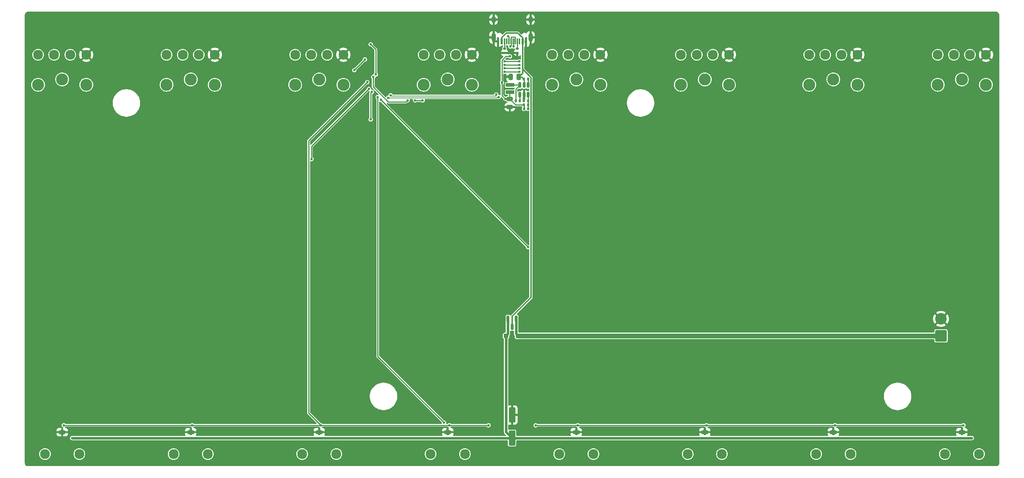
<source format=gtl>
%TF.GenerationSoftware,KiCad,Pcbnew,8.0.3*%
%TF.CreationDate,2024-07-13T17:18:50+02:00*%
%TF.ProjectId,faderboard,66616465-7262-46f6-9172-642e6b696361,rev?*%
%TF.SameCoordinates,Original*%
%TF.FileFunction,Copper,L1,Top*%
%TF.FilePolarity,Positive*%
%FSLAX46Y46*%
G04 Gerber Fmt 4.6, Leading zero omitted, Abs format (unit mm)*
G04 Created by KiCad (PCBNEW 8.0.3) date 2024-07-13 17:18:50*
%MOMM*%
%LPD*%
G01*
G04 APERTURE LIST*
G04 Aperture macros list*
%AMRoundRect*
0 Rectangle with rounded corners*
0 $1 Rounding radius*
0 $2 $3 $4 $5 $6 $7 $8 $9 X,Y pos of 4 corners*
0 Add a 4 corners polygon primitive as box body*
4,1,4,$2,$3,$4,$5,$6,$7,$8,$9,$2,$3,0*
0 Add four circle primitives for the rounded corners*
1,1,$1+$1,$2,$3*
1,1,$1+$1,$4,$5*
1,1,$1+$1,$6,$7*
1,1,$1+$1,$8,$9*
0 Add four rect primitives between the rounded corners*
20,1,$1+$1,$2,$3,$4,$5,0*
20,1,$1+$1,$4,$5,$6,$7,0*
20,1,$1+$1,$6,$7,$8,$9,0*
20,1,$1+$1,$8,$9,$2,$3,0*%
G04 Aperture macros list end*
%TA.AperFunction,SMDPad,CuDef*%
%ADD10RoundRect,0.150000X-0.150000X0.587500X-0.150000X-0.587500X0.150000X-0.587500X0.150000X0.587500X0*%
%TD*%
%TA.AperFunction,SMDPad,CuDef*%
%ADD11RoundRect,0.250000X0.550000X-1.500000X0.550000X1.500000X-0.550000X1.500000X-0.550000X-1.500000X0*%
%TD*%
%TA.AperFunction,ComponentPad*%
%ADD12C,2.300000*%
%TD*%
%TA.AperFunction,ComponentPad*%
%ADD13C,2.800000*%
%TD*%
%TA.AperFunction,SMDPad,CuDef*%
%ADD14RoundRect,0.250000X0.250000X0.475000X-0.250000X0.475000X-0.250000X-0.475000X0.250000X-0.475000X0*%
%TD*%
%TA.AperFunction,SMDPad,CuDef*%
%ADD15R,2.000000X0.850000*%
%TD*%
%TA.AperFunction,SMDPad,CuDef*%
%ADD16RoundRect,0.150000X0.150000X-0.512500X0.150000X0.512500X-0.150000X0.512500X-0.150000X-0.512500X0*%
%TD*%
%TA.AperFunction,SMDPad,CuDef*%
%ADD17RoundRect,0.140000X-0.140000X-0.170000X0.140000X-0.170000X0.140000X0.170000X-0.140000X0.170000X0*%
%TD*%
%TA.AperFunction,SMDPad,CuDef*%
%ADD18RoundRect,0.140000X0.140000X0.170000X-0.140000X0.170000X-0.140000X-0.170000X0.140000X-0.170000X0*%
%TD*%
%TA.AperFunction,SMDPad,CuDef*%
%ADD19RoundRect,0.250000X-0.475000X0.250000X-0.475000X-0.250000X0.475000X-0.250000X0.475000X0.250000X0*%
%TD*%
%TA.AperFunction,SMDPad,CuDef*%
%ADD20RoundRect,0.135000X0.135000X0.185000X-0.135000X0.185000X-0.135000X-0.185000X0.135000X-0.185000X0*%
%TD*%
%TA.AperFunction,SMDPad,CuDef*%
%ADD21RoundRect,0.135000X-0.135000X-0.185000X0.135000X-0.185000X0.135000X0.185000X-0.135000X0.185000X0*%
%TD*%
%TA.AperFunction,SMDPad,CuDef*%
%ADD22RoundRect,0.135000X-0.185000X0.135000X-0.185000X-0.135000X0.185000X-0.135000X0.185000X0.135000X0*%
%TD*%
%TA.AperFunction,SMDPad,CuDef*%
%ADD23R,0.600000X1.450000*%
%TD*%
%TA.AperFunction,SMDPad,CuDef*%
%ADD24R,0.300000X1.450000*%
%TD*%
%TA.AperFunction,ComponentPad*%
%ADD25O,1.000000X2.100000*%
%TD*%
%TA.AperFunction,ComponentPad*%
%ADD26O,1.000000X1.600000*%
%TD*%
%TA.AperFunction,ComponentPad*%
%ADD27RoundRect,0.250001X1.099999X-1.099999X1.099999X1.099999X-1.099999X1.099999X-1.099999X-1.099999X0*%
%TD*%
%TA.AperFunction,ComponentPad*%
%ADD28C,2.700000*%
%TD*%
%TA.AperFunction,SMDPad,CuDef*%
%ADD29RoundRect,0.250000X-0.300000X-0.300000X0.300000X-0.300000X0.300000X0.300000X-0.300000X0.300000X0*%
%TD*%
%TA.AperFunction,ComponentPad*%
%ADD30C,0.600000*%
%TD*%
%TA.AperFunction,SMDPad,CuDef*%
%ADD31R,1.600000X0.900000*%
%TD*%
%TA.AperFunction,ViaPad*%
%ADD32C,0.600000*%
%TD*%
%TA.AperFunction,Conductor*%
%ADD33C,0.600000*%
%TD*%
%TA.AperFunction,Conductor*%
%ADD34C,0.250000*%
%TD*%
%TA.AperFunction,Conductor*%
%ADD35C,0.350000*%
%TD*%
%TA.AperFunction,Conductor*%
%ADD36C,1.100000*%
%TD*%
%TA.AperFunction,Conductor*%
%ADD37C,0.200000*%
%TD*%
G04 APERTURE END LIST*
D10*
%TO.P,Q1,1,G*%
%TO.N,Net-(D1-A)*%
X148450000Y-96622500D03*
%TO.P,Q1,2,S*%
%TO.N,VDC*%
X146550000Y-96622500D03*
%TO.P,Q1,3,D*%
%TO.N,VBUS*%
X147500000Y-98497500D03*
%TD*%
D11*
%TO.P,C1,1*%
%TO.N,VDC*%
X147500000Y-124490000D03*
%TO.P,C1,2*%
%TO.N,GND*%
X147500000Y-119090000D03*
%TD*%
D12*
%TO.P,RV2,1,Pin_1*%
%TO.N,GND*%
X78125000Y-35000000D03*
%TO.P,RV2,2,Pin_2*%
%TO.N,TOUCH2*%
X74375000Y-35000000D03*
%TO.P,RV2,3,Pin_3*%
%TO.N,+3V3*%
X70625000Y-35000000D03*
%TO.P,RV2,4,Pin_4*%
%TO.N,ADC2*%
X66875000Y-35000000D03*
%TO.P,RV2,5,Pin_5*%
%TO.N,/Faders and motor control/A2*%
X76500000Y-128200000D03*
%TO.P,RV2,6,Pin_6*%
%TO.N,/Faders and motor control/B2*%
X68500000Y-128200000D03*
D13*
%TO.P,RV2,MP,MountPin*%
%TO.N,unconnected-(RV2-MountPin-PadMP)*%
X66875000Y-42000000D03*
%TO.N,unconnected-(RV2-MountPin-PadMP)_0*%
X72500000Y-40750000D03*
%TO.N,unconnected-(RV2-MountPin-PadMP)_1*%
X78125000Y-42000000D03*
%TD*%
D14*
%TO.P,C9,1*%
%TO.N,VBUS*%
X149060000Y-40175000D03*
%TO.P,C9,2*%
%TO.N,GND*%
X147160000Y-40175000D03*
%TD*%
D15*
%TO.P,L1,1*%
%TO.N,Net-(U1-LX)*%
X147065000Y-42067500D03*
%TO.P,L1,2*%
%TO.N,+3V3*%
X147065000Y-43717500D03*
%TD*%
D16*
%TO.P,U1,1,BS*%
%TO.N,Net-(U1-BS)*%
X149350000Y-44342500D03*
%TO.P,U1,2,GND*%
%TO.N,GND*%
X150300000Y-44342500D03*
%TO.P,U1,3,FB*%
%TO.N,Net-(U1-FB)*%
X151250000Y-44342500D03*
%TO.P,U1,4,EN*%
%TO.N,Net-(U1-EN)*%
X151250000Y-42067500D03*
%TO.P,U1,5,IN*%
%TO.N,VBUS*%
X150300000Y-42067500D03*
%TO.P,U1,6,LX*%
%TO.N,Net-(U1-LX)*%
X149350000Y-42067500D03*
%TD*%
D12*
%TO.P,RV7,1,Pin_1*%
%TO.N,GND*%
X228125000Y-35000000D03*
%TO.P,RV7,2,Pin_2*%
%TO.N,TOUCH7*%
X224375000Y-35000000D03*
%TO.P,RV7,3,Pin_3*%
%TO.N,+3V3*%
X220625000Y-35000000D03*
%TO.P,RV7,4,Pin_4*%
%TO.N,ADC7*%
X216875000Y-35000000D03*
%TO.P,RV7,5,Pin_5*%
%TO.N,/Faders and motor control/A7*%
X226500000Y-128200000D03*
%TO.P,RV7,6,Pin_6*%
%TO.N,/Faders and motor control/B7*%
X218500000Y-128200000D03*
D13*
%TO.P,RV7,MP,MountPin*%
%TO.N,unconnected-(RV7-MountPin-PadMP)_1*%
X216875000Y-42000000D03*
%TO.N,unconnected-(RV7-MountPin-PadMP)*%
X222500000Y-40750000D03*
%TO.N,unconnected-(RV7-MountPin-PadMP)_0*%
X228125000Y-42000000D03*
%TD*%
D17*
%TO.P,C10,1*%
%TO.N,+3V3*%
X150295000Y-47595000D03*
%TO.P,C10,2*%
%TO.N,Net-(U1-FB)*%
X151255000Y-47595000D03*
%TD*%
D18*
%TO.P,C8,1*%
%TO.N,Net-(U1-BS)*%
X149350000Y-45715000D03*
%TO.P,C8,2*%
%TO.N,Net-(U1-LX)*%
X148390000Y-45715000D03*
%TD*%
D19*
%TO.P,C11,1*%
%TO.N,+3V3*%
X146980000Y-45292500D03*
%TO.P,C11,2*%
%TO.N,GND*%
X146980000Y-47192500D03*
%TD*%
D12*
%TO.P,RV1,1,Pin_1*%
%TO.N,GND*%
X48125000Y-35000000D03*
%TO.P,RV1,2,Pin_2*%
%TO.N,TOUCH1*%
X44375000Y-35000000D03*
%TO.P,RV1,3,Pin_3*%
%TO.N,+3V3*%
X40625000Y-35000000D03*
%TO.P,RV1,4,Pin_4*%
%TO.N,ADC1*%
X36875000Y-35000000D03*
%TO.P,RV1,5,Pin_5*%
%TO.N,/Faders and motor control/A1*%
X46500000Y-128200000D03*
%TO.P,RV1,6,Pin_6*%
%TO.N,/Faders and motor control/B1*%
X38500000Y-128200000D03*
D13*
%TO.P,RV1,MP,MountPin*%
%TO.N,unconnected-(RV1-MountPin-PadMP)*%
X36875000Y-42000000D03*
%TO.N,unconnected-(RV1-MountPin-PadMP)_0*%
X42500000Y-40750000D03*
%TO.N,unconnected-(RV1-MountPin-PadMP)_1*%
X48125000Y-42000000D03*
%TD*%
D12*
%TO.P,RV8,1,Pin_1*%
%TO.N,GND*%
X258125000Y-35000000D03*
%TO.P,RV8,2,Pin_2*%
%TO.N,TOUCH8*%
X254375000Y-35000000D03*
%TO.P,RV8,3,Pin_3*%
%TO.N,+3V3*%
X250625000Y-35000000D03*
%TO.P,RV8,4,Pin_4*%
%TO.N,ADC8*%
X246875000Y-35000000D03*
%TO.P,RV8,5,Pin_5*%
%TO.N,/Faders and motor control/A8*%
X256500000Y-128200000D03*
%TO.P,RV8,6,Pin_6*%
%TO.N,/Faders and motor control/B8*%
X248500000Y-128200000D03*
D13*
%TO.P,RV8,MP,MountPin*%
%TO.N,unconnected-(RV8-MountPin-PadMP)_1*%
X246875000Y-42000000D03*
%TO.N,unconnected-(RV8-MountPin-PadMP)*%
X252500000Y-40750000D03*
%TO.N,unconnected-(RV8-MountPin-PadMP)_0*%
X258125000Y-42000000D03*
%TD*%
D20*
%TO.P,R3,1*%
%TO.N,Net-(U1-FB)*%
X151285000Y-45725000D03*
%TO.P,R3,2*%
%TO.N,GND*%
X150265000Y-45725000D03*
%TD*%
D12*
%TO.P,RV5,1,Pin_1*%
%TO.N,GND*%
X168125000Y-35000000D03*
%TO.P,RV5,2,Pin_2*%
%TO.N,TOUCH5*%
X164375000Y-35000000D03*
%TO.P,RV5,3,Pin_3*%
%TO.N,+3V3*%
X160625000Y-35000000D03*
%TO.P,RV5,4,Pin_4*%
%TO.N,ADC5*%
X156875000Y-35000000D03*
%TO.P,RV5,5,Pin_5*%
%TO.N,/Faders and motor control/A5*%
X166500000Y-128200000D03*
%TO.P,RV5,6,Pin_6*%
%TO.N,/Faders and motor control/B5*%
X158500000Y-128200000D03*
D13*
%TO.P,RV5,MP,MountPin*%
%TO.N,unconnected-(RV5-MountPin-PadMP)_0*%
X156875000Y-42000000D03*
%TO.N,unconnected-(RV5-MountPin-PadMP)_1*%
X162500000Y-40750000D03*
%TO.N,unconnected-(RV5-MountPin-PadMP)*%
X168125000Y-42000000D03*
%TD*%
D21*
%TO.P,R1,1*%
%TO.N,VBUS*%
X150230000Y-40685000D03*
%TO.P,R1,2*%
%TO.N,Net-(U1-EN)*%
X151250000Y-40685000D03*
%TD*%
D22*
%TO.P,R5,1*%
%TO.N,Net-(J1-CC1)*%
X148750000Y-33530000D03*
%TO.P,R5,2*%
%TO.N,GND*%
X148750000Y-34550000D03*
%TD*%
D12*
%TO.P,RV3,1,Pin_1*%
%TO.N,GND*%
X108125000Y-35000000D03*
%TO.P,RV3,2,Pin_2*%
%TO.N,TOUCH3*%
X104375000Y-35000000D03*
%TO.P,RV3,3,Pin_3*%
%TO.N,+3V3*%
X100625000Y-35000000D03*
%TO.P,RV3,4,Pin_4*%
%TO.N,ADC3*%
X96875000Y-35000000D03*
%TO.P,RV3,5,Pin_5*%
%TO.N,/Faders and motor control/A3*%
X106500000Y-128200000D03*
%TO.P,RV3,6,Pin_6*%
%TO.N,/Faders and motor control/B3*%
X98500000Y-128200000D03*
D13*
%TO.P,RV3,MP,MountPin*%
%TO.N,unconnected-(RV3-MountPin-PadMP)_1*%
X96875000Y-42000000D03*
%TO.N,unconnected-(RV3-MountPin-PadMP)_0*%
X102500000Y-40750000D03*
%TO.N,unconnected-(RV3-MountPin-PadMP)*%
X108125000Y-42000000D03*
%TD*%
D23*
%TO.P,J1,A1,GND*%
%TO.N,GND*%
X150750000Y-31885000D03*
%TO.P,J1,A4,VBUS*%
%TO.N,VBUS*%
X149950000Y-31885000D03*
D24*
%TO.P,J1,A5,CC1*%
%TO.N,Net-(J1-CC1)*%
X148750000Y-31885000D03*
%TO.P,J1,A6,D+*%
%TO.N,Net-(J1-D+-PadA6)*%
X147750000Y-31885000D03*
%TO.P,J1,A7,D-*%
%TO.N,Net-(J1-D--PadA7)*%
X147250000Y-31885000D03*
%TO.P,J1,A8,SBU1*%
%TO.N,unconnected-(J1-SBU1-PadA8)*%
X146250000Y-31885000D03*
D23*
%TO.P,J1,A9,VBUS*%
%TO.N,VBUS*%
X145050000Y-31885000D03*
%TO.P,J1,A12,GND*%
%TO.N,GND*%
X144250000Y-31885000D03*
%TO.P,J1,B1,GND*%
X144250000Y-31885000D03*
%TO.P,J1,B4,VBUS*%
%TO.N,VBUS*%
X145050000Y-31885000D03*
D24*
%TO.P,J1,B5,CC2*%
%TO.N,Net-(J1-CC2)*%
X145750000Y-31885000D03*
%TO.P,J1,B6,D+*%
%TO.N,Net-(J1-D+-PadA6)*%
X146750000Y-31885000D03*
%TO.P,J1,B7,D-*%
%TO.N,Net-(J1-D--PadA7)*%
X148250000Y-31885000D03*
%TO.P,J1,B8,SBU2*%
%TO.N,unconnected-(J1-SBU2-PadB8)*%
X149250000Y-31885000D03*
D23*
%TO.P,J1,B9,VBUS*%
%TO.N,VBUS*%
X149950000Y-31885000D03*
%TO.P,J1,B12,GND*%
%TO.N,GND*%
X150750000Y-31885000D03*
D25*
%TO.P,J1,S1,SHIELD*%
X151820000Y-30970000D03*
D26*
X151820000Y-26790000D03*
D25*
X143180000Y-30970000D03*
D26*
X143180000Y-26790000D03*
%TD*%
D27*
%TO.P,J3,1,Pin_1*%
%TO.N,Net-(D1-A)*%
X247625000Y-100630000D03*
D28*
%TO.P,J3,2,Pin_2*%
%TO.N,GND*%
X247625000Y-96670000D03*
%TD*%
D12*
%TO.P,RV4,1,Pin_1*%
%TO.N,GND*%
X138125000Y-35000000D03*
%TO.P,RV4,2,Pin_2*%
%TO.N,TOUCH4*%
X134375000Y-35000000D03*
%TO.P,RV4,3,Pin_3*%
%TO.N,+3V3*%
X130625000Y-35000000D03*
%TO.P,RV4,4,Pin_4*%
%TO.N,ADC4*%
X126875000Y-35000000D03*
%TO.P,RV4,5,Pin_5*%
%TO.N,/Faders and motor control/A4*%
X136500000Y-128200000D03*
%TO.P,RV4,6,Pin_6*%
%TO.N,/Faders and motor control/B4*%
X128500000Y-128200000D03*
D13*
%TO.P,RV4,MP,MountPin*%
%TO.N,unconnected-(RV4-MountPin-PadMP)_1*%
X126875000Y-42000000D03*
%TO.N,unconnected-(RV4-MountPin-PadMP)*%
X132500000Y-40750000D03*
%TO.N,unconnected-(RV4-MountPin-PadMP)_0*%
X138125000Y-42000000D03*
%TD*%
D21*
%TO.P,R2,1*%
%TO.N,+3V3*%
X150265000Y-46665000D03*
%TO.P,R2,2*%
%TO.N,Net-(U1-FB)*%
X151285000Y-46665000D03*
%TD*%
D29*
%TO.P,D1,1,K*%
%TO.N,VDC*%
X146100000Y-100630000D03*
%TO.P,D1,2,A*%
%TO.N,Net-(D1-A)*%
X148900000Y-100630000D03*
%TD*%
D22*
%TO.P,R4,1*%
%TO.N,Net-(J1-CC2)*%
X145750000Y-33530000D03*
%TO.P,R4,2*%
%TO.N,GND*%
X145750000Y-34550000D03*
%TD*%
D12*
%TO.P,RV6,1,Pin_1*%
%TO.N,GND*%
X198125000Y-35000000D03*
%TO.P,RV6,2,Pin_2*%
%TO.N,TOUCH6*%
X194375000Y-35000000D03*
%TO.P,RV6,3,Pin_3*%
%TO.N,+3V3*%
X190625000Y-35000000D03*
%TO.P,RV6,4,Pin_4*%
%TO.N,ADC6*%
X186875000Y-35000000D03*
%TO.P,RV6,5,Pin_5*%
%TO.N,/Faders and motor control/A6*%
X196500000Y-128200000D03*
%TO.P,RV6,6,Pin_6*%
%TO.N,/Faders and motor control/B6*%
X188500000Y-128200000D03*
D13*
%TO.P,RV6,MP,MountPin*%
%TO.N,unconnected-(RV6-MountPin-PadMP)_0*%
X186875000Y-42000000D03*
%TO.N,unconnected-(RV6-MountPin-PadMP)_1*%
X192500000Y-40750000D03*
%TO.N,unconnected-(RV6-MountPin-PadMP)*%
X198125000Y-42000000D03*
%TD*%
D30*
%TO.P,U11,9,GND*%
%TO.N,GND*%
X252000000Y-123100000D03*
D31*
X252500000Y-123100000D03*
D30*
X253000000Y-123100000D03*
%TD*%
%TO.P,U6,9,GND*%
%TO.N,GND*%
X102000000Y-123100000D03*
D31*
X102500000Y-123100000D03*
D30*
X103000000Y-123100000D03*
%TD*%
%TO.P,U7,9,GND*%
%TO.N,GND*%
X132000000Y-123100000D03*
D31*
X132500000Y-123100000D03*
D30*
X133000000Y-123100000D03*
%TD*%
%TO.P,U5,9,GND*%
%TO.N,GND*%
X72000000Y-123100000D03*
D31*
X72500000Y-123100000D03*
D30*
X73000000Y-123100000D03*
%TD*%
%TO.P,U10,9,GND*%
%TO.N,GND*%
X222000000Y-123100000D03*
D31*
X222500000Y-123100000D03*
D30*
X223000000Y-123100000D03*
%TD*%
%TO.P,U4,9,GND*%
%TO.N,GND*%
X42000000Y-123100000D03*
D31*
X42500000Y-123100000D03*
D30*
X43000000Y-123100000D03*
%TD*%
%TO.P,U8,9,GND*%
%TO.N,GND*%
X162000000Y-123100000D03*
D31*
X162500000Y-123100000D03*
D30*
X163000000Y-123100000D03*
%TD*%
%TO.P,U9,9,GND*%
%TO.N,GND*%
X192000000Y-123100000D03*
D31*
X192500000Y-123100000D03*
D30*
X193000000Y-123100000D03*
%TD*%
D32*
%TO.N,VDC*%
X134820000Y-124490000D03*
X224820000Y-124490000D03*
X44820000Y-124490000D03*
X104820000Y-124490000D03*
X164820000Y-124490000D03*
X194820000Y-124490000D03*
X74820000Y-124490000D03*
X254820000Y-124490000D03*
%TO.N,GND*%
X152605000Y-48405000D03*
X145300000Y-119090000D03*
X124500000Y-39575000D03*
X117500000Y-28125000D03*
X151255000Y-48405000D03*
X152605000Y-43700000D03*
X150300000Y-43380000D03*
X144300000Y-39900000D03*
X115520000Y-50110000D03*
X145425000Y-62750000D03*
X145900000Y-39900000D03*
X120494866Y-48205134D03*
X148600000Y-119090000D03*
X116778801Y-50110000D03*
X109358498Y-44858498D03*
X148000000Y-35370000D03*
X143475000Y-60790000D03*
%TO.N,+3V3*%
X147000000Y-35370000D03*
X110670621Y-38594564D03*
X145125000Y-41500000D03*
X145955000Y-45292500D03*
X113174551Y-36090634D03*
%TO.N,/NRST*%
X114500000Y-32550000D03*
X115700000Y-39600000D03*
%TO.N,/BOOT0*%
X114770111Y-43669229D03*
X114500000Y-50110000D03*
%TO.N,Net-(J1-D+-PadA6)*%
X147900000Y-33070000D03*
X146600000Y-30660000D03*
%TO.N,Net-(J1-D--PadA7)*%
X147100000Y-33070000D03*
%TO.N,TOUCH5*%
X145750000Y-36550000D03*
X149250000Y-36550000D03*
%TO.N,TOUCH6*%
X149250000Y-37350000D03*
X145750000Y-37350000D03*
%TO.N,TOUCH7*%
X149250000Y-38150000D03*
X145750000Y-38150000D03*
%TO.N,TOUCH8*%
X149250000Y-38950000D03*
X145750000Y-38950000D03*
%TO.N,PWM5*%
X116859860Y-45519765D03*
X151255000Y-79914905D03*
%TO.N,DIR6*%
X115093346Y-40188212D03*
X123110183Y-45665640D03*
%TO.N,PWM8*%
X126645717Y-45665639D03*
X124877950Y-45665639D03*
%TO.N,NSLEEP*%
X222875000Y-121500000D03*
X252875000Y-121500000D03*
X72875000Y-121500000D03*
X153000000Y-121500000D03*
X102875000Y-121500000D03*
X132875000Y-121500000D03*
X42875000Y-121500000D03*
X192875000Y-121500000D03*
X142000000Y-121500000D03*
X113709450Y-41391430D03*
X162875000Y-121500000D03*
%TO.N,PWM4*%
X131625000Y-120875000D03*
X116153801Y-44871828D03*
%TO.N,PWM2*%
X114063004Y-42962123D03*
X100675001Y-59355329D03*
%TO.N,/USB_D+*%
X118550385Y-45065640D03*
X144391026Y-44871685D03*
%TO.N,/USB_D-*%
X143789984Y-44270643D03*
X119151427Y-44464598D03*
%TD*%
D33*
%TO.N,VDC*%
X254820000Y-124490000D02*
X147500000Y-124490000D01*
X146550000Y-100180000D02*
X146100000Y-100630000D01*
X44820000Y-124490000D02*
X147500000Y-124490000D01*
X146100000Y-100630000D02*
X146100000Y-123090000D01*
X146550000Y-96622500D02*
X146550000Y-100180000D01*
X146100000Y-123090000D02*
X147500000Y-124490000D01*
D34*
%TO.N,GND*%
X146885000Y-39900000D02*
X147160000Y-40175000D01*
X145900000Y-39900000D02*
X146885000Y-39900000D01*
X150300000Y-45690000D02*
X150265000Y-45725000D01*
X150300000Y-44342500D02*
X150300000Y-43380000D01*
X147500000Y-119090000D02*
X148600000Y-119090000D01*
X150300000Y-44342500D02*
X150300000Y-45690000D01*
%TO.N,+3V3*%
X146980000Y-45292500D02*
X146980000Y-43802500D01*
X145125000Y-44462500D02*
X145955000Y-45292500D01*
X150265000Y-46665000D02*
X148352500Y-46665000D01*
X110670621Y-38594564D02*
X113174551Y-36090634D01*
X147000000Y-35370000D02*
X146046116Y-35370000D01*
X145955000Y-45292500D02*
X146980000Y-45292500D01*
X150295000Y-47595000D02*
X150295000Y-46695000D01*
X145125000Y-41500000D02*
X145125000Y-44462500D01*
X146980000Y-43802500D02*
X147065000Y-43717500D01*
X145125000Y-36291116D02*
X145125000Y-41500000D01*
X148352500Y-46665000D02*
X146980000Y-45292500D01*
X146046116Y-35370000D02*
X145125000Y-36291116D01*
X150295000Y-46695000D02*
X150265000Y-46665000D01*
%TO.N,Net-(U1-LX)*%
X148390000Y-43027500D02*
X149350000Y-42067500D01*
X147065000Y-42067500D02*
X149350000Y-42067500D01*
X148390000Y-45715000D02*
X148390000Y-43027500D01*
%TO.N,/NRST*%
X114500000Y-32550000D02*
X115700000Y-33750000D01*
X115700000Y-33750000D02*
X115700000Y-39600000D01*
%TO.N,/BOOT0*%
X114500000Y-43939340D02*
X114770111Y-43669229D01*
X114500000Y-50110000D02*
X114500000Y-43939340D01*
%TO.N,Net-(U1-BS)*%
X149350000Y-45715000D02*
X149350000Y-44342500D01*
%TO.N,VBUS*%
X149720000Y-40175000D02*
X150230000Y-40685000D01*
D35*
X151930000Y-40320010D02*
X151930000Y-91658382D01*
D34*
X149060000Y-40175000D02*
X149720000Y-40175000D01*
D35*
X148824340Y-29935000D02*
X149950000Y-31060660D01*
X151930000Y-91658382D02*
X147500000Y-96088382D01*
D34*
X150300000Y-40755000D02*
X150230000Y-40685000D01*
D35*
X146175660Y-29935000D02*
X148824340Y-29935000D01*
X149950000Y-31060660D02*
X149950000Y-31885000D01*
X145050000Y-31060660D02*
X146175660Y-29935000D01*
X149950000Y-38340010D02*
X149950000Y-31885000D01*
X149950000Y-39285000D02*
X149060000Y-40175000D01*
X145050000Y-31885000D02*
X145050000Y-31060660D01*
X149950000Y-39285000D02*
X149950000Y-38340010D01*
D34*
X150300000Y-42067500D02*
X150300000Y-40755000D01*
D35*
X151930000Y-40320010D02*
X149950000Y-38340010D01*
X147500000Y-96088382D02*
X147500000Y-98497500D01*
D34*
%TO.N,Net-(U1-FB)*%
X151255000Y-47595000D02*
X151255000Y-46695000D01*
X151285000Y-46665000D02*
X151285000Y-45725000D01*
X151250000Y-45690000D02*
X151285000Y-45725000D01*
X151250000Y-44342500D02*
X151250000Y-45690000D01*
X151255000Y-46695000D02*
X151285000Y-46665000D01*
D36*
%TO.N,Net-(D1-A)*%
X148900000Y-100630000D02*
X247625000Y-100630000D01*
D33*
X148450000Y-100180000D02*
X148900000Y-100630000D01*
X148450000Y-96622500D02*
X148450000Y-100180000D01*
D34*
%TO.N,Net-(J1-D+-PadA6)*%
X146750000Y-30810000D02*
X146600000Y-30660000D01*
X146750000Y-31885000D02*
X146750000Y-30810000D01*
X147750000Y-31885000D02*
X147750000Y-32920000D01*
X147750000Y-32920000D02*
X147900000Y-33070000D01*
%TO.N,Net-(J1-CC1)*%
X148750000Y-31885000D02*
X148750000Y-33530000D01*
%TO.N,Net-(J1-D--PadA7)*%
X148225000Y-30835000D02*
X148250000Y-30860000D01*
X147250000Y-30860000D02*
X147275000Y-30835000D01*
X147250000Y-31885000D02*
X147250000Y-32920000D01*
X147250000Y-31885000D02*
X147250000Y-30860000D01*
X147250000Y-32920000D02*
X147100000Y-33070000D01*
X148250000Y-30860000D02*
X148250000Y-31885000D01*
X147275000Y-30835000D02*
X148225000Y-30835000D01*
%TO.N,Net-(J1-CC2)*%
X145750000Y-31885000D02*
X145750000Y-33530000D01*
%TO.N,Net-(U1-EN)*%
X151250000Y-42067500D02*
X151250000Y-40685000D01*
%TO.N,TOUCH5*%
X145750000Y-36550000D02*
X149250000Y-36550000D01*
%TO.N,TOUCH6*%
X145750000Y-37350000D02*
X149250000Y-37350000D01*
%TO.N,TOUCH7*%
X145750000Y-38150000D02*
X149250000Y-38150000D01*
%TO.N,TOUCH8*%
X145750000Y-38950000D02*
X149250000Y-38950000D01*
%TO.N,PWM5*%
X116859860Y-45519765D02*
X151255000Y-79914905D01*
%TO.N,DIR6*%
X118600861Y-46000000D02*
X122775823Y-46000000D01*
X115093346Y-42492485D02*
X118600861Y-46000000D01*
X115093346Y-40188212D02*
X115093346Y-42492485D01*
X122775823Y-46000000D02*
X123110183Y-45665640D01*
%TO.N,PWM8*%
X124877950Y-45665639D02*
X126645717Y-45665639D01*
%TO.N,NSLEEP*%
X132875000Y-121500000D02*
X142000000Y-121500000D01*
X102875000Y-121500000D02*
X72875000Y-121500000D01*
X192875000Y-121500000D02*
X162875000Y-121500000D01*
X100050001Y-55050879D02*
X100050001Y-118675001D01*
X252875000Y-121500000D02*
X222875000Y-121500000D01*
X72875000Y-121500000D02*
X42875000Y-121500000D01*
X132875000Y-121500000D02*
X102875000Y-121500000D01*
X113709450Y-41391430D02*
X100050001Y-55050879D01*
X100050001Y-118675001D02*
X102875000Y-121500000D01*
X222875000Y-121500000D02*
X192875000Y-121500000D01*
X162875000Y-121500000D02*
X153000000Y-121500000D01*
%TO.N,PWM4*%
X116153801Y-105403801D02*
X131625000Y-120875000D01*
X116153801Y-44871828D02*
X116153801Y-105403801D01*
%TO.N,PWM2*%
X100675001Y-56350126D02*
X100675001Y-59355329D01*
X114063004Y-42962123D02*
X100675001Y-56350126D01*
D37*
%TO.N,/USB_D+*%
X144108183Y-44871685D02*
X144391026Y-44871685D01*
X143914228Y-45065640D02*
X144108183Y-44871685D01*
X118550385Y-45065640D02*
X143914228Y-45065640D01*
%TO.N,/USB_D-*%
X119302468Y-44615639D02*
X143727831Y-44615639D01*
X119151427Y-44464598D02*
X119302468Y-44615639D01*
X143789984Y-44553486D02*
X143789984Y-44270643D01*
X143727831Y-44615639D02*
X143789984Y-44553486D01*
%TD*%
%TA.AperFunction,Conductor*%
%TO.N,GND*%
G36*
X115394925Y-43254391D02*
G01*
X116300181Y-44159647D01*
X116333666Y-44220970D01*
X116328682Y-44290662D01*
X116286810Y-44346595D01*
X116221346Y-44371012D01*
X116212500Y-44371328D01*
X116081837Y-44371328D01*
X115943750Y-44411873D01*
X115822674Y-44489684D01*
X115728424Y-44598454D01*
X115728423Y-44598456D01*
X115668635Y-44729371D01*
X115648154Y-44871828D01*
X115668635Y-45014284D01*
X115724963Y-45137622D01*
X115728424Y-45145201D01*
X115798014Y-45225513D01*
X115827039Y-45289068D01*
X115828301Y-45306715D01*
X115828301Y-105446653D01*
X115850483Y-105529441D01*
X115871909Y-105566551D01*
X115893336Y-105603663D01*
X115893338Y-105603665D01*
X131083034Y-120793361D01*
X131116519Y-120854684D01*
X131117764Y-120866268D01*
X131118091Y-120866222D01*
X131141097Y-121026235D01*
X131139279Y-121026496D01*
X131139278Y-121085438D01*
X131101502Y-121144215D01*
X131037945Y-121173238D01*
X131020302Y-121174500D01*
X103311838Y-121174500D01*
X103244799Y-121154815D01*
X103218127Y-121131704D01*
X103206128Y-121117857D01*
X103085053Y-121040047D01*
X103085051Y-121040046D01*
X103085049Y-121040045D01*
X103085050Y-121040045D01*
X102946963Y-120999500D01*
X102946961Y-120999500D01*
X102886189Y-120999500D01*
X102819150Y-120979815D01*
X102798508Y-120963181D01*
X100411820Y-118576493D01*
X100378335Y-118515170D01*
X100375501Y-118488812D01*
X100375501Y-114570259D01*
X114299500Y-114570259D01*
X114299500Y-114929740D01*
X114339746Y-115286935D01*
X114339748Y-115286951D01*
X114419737Y-115637407D01*
X114419741Y-115637419D01*
X114538465Y-115976711D01*
X114694432Y-116300579D01*
X114694434Y-116300582D01*
X114885685Y-116604956D01*
X114996559Y-116743988D01*
X115081494Y-116850494D01*
X115109812Y-116886003D01*
X115363997Y-117140188D01*
X115645044Y-117364315D01*
X115949418Y-117555566D01*
X116273292Y-117711536D01*
X116528119Y-117800703D01*
X116612580Y-117830258D01*
X116612592Y-117830262D01*
X116963052Y-117910252D01*
X117320260Y-117950499D01*
X117320261Y-117950500D01*
X117320264Y-117950500D01*
X117679739Y-117950500D01*
X117679739Y-117950499D01*
X118036948Y-117910252D01*
X118387408Y-117830262D01*
X118726708Y-117711536D01*
X119050582Y-117555566D01*
X119354956Y-117364315D01*
X119636003Y-117140188D01*
X119890188Y-116886003D01*
X120114315Y-116604956D01*
X120305566Y-116300582D01*
X120461536Y-115976708D01*
X120580262Y-115637408D01*
X120660252Y-115286948D01*
X120700500Y-114929736D01*
X120700500Y-114570264D01*
X120660252Y-114213052D01*
X120580262Y-113862592D01*
X120461536Y-113523292D01*
X120305566Y-113199418D01*
X120114315Y-112895044D01*
X119890188Y-112613997D01*
X119636003Y-112359812D01*
X119354956Y-112135685D01*
X119050582Y-111944434D01*
X119050579Y-111944432D01*
X118726711Y-111788465D01*
X118387419Y-111669741D01*
X118387407Y-111669737D01*
X118036951Y-111589748D01*
X118036935Y-111589746D01*
X117679740Y-111549500D01*
X117679736Y-111549500D01*
X117320264Y-111549500D01*
X117320259Y-111549500D01*
X116963064Y-111589746D01*
X116963048Y-111589748D01*
X116612592Y-111669737D01*
X116612580Y-111669741D01*
X116273288Y-111788465D01*
X115949420Y-111944432D01*
X115645045Y-112135684D01*
X115363997Y-112359811D01*
X115109811Y-112613997D01*
X114885684Y-112895045D01*
X114694432Y-113199420D01*
X114538465Y-113523288D01*
X114419741Y-113862580D01*
X114419737Y-113862592D01*
X114339748Y-114213048D01*
X114339746Y-114213064D01*
X114299500Y-114570259D01*
X100375501Y-114570259D01*
X100375501Y-59954662D01*
X100395186Y-59887623D01*
X100447990Y-59841868D01*
X100517148Y-59831924D01*
X100534432Y-59835684D01*
X100555493Y-59841868D01*
X100603039Y-59855829D01*
X100603040Y-59855829D01*
X100746963Y-59855829D01*
X100746963Y-59855828D01*
X100885054Y-59815282D01*
X101006129Y-59737472D01*
X101100378Y-59628702D01*
X101160166Y-59497786D01*
X101180648Y-59355329D01*
X101160166Y-59212872D01*
X101100378Y-59081956D01*
X101100376Y-59081954D01*
X101100375Y-59081951D01*
X101030788Y-59001643D01*
X101001763Y-58938087D01*
X101000501Y-58920441D01*
X101000501Y-56536315D01*
X101020186Y-56469276D01*
X101036820Y-56448634D01*
X113986512Y-43498942D01*
X114047835Y-43465457D01*
X114074193Y-43462623D01*
X114143834Y-43462623D01*
X114143834Y-43464299D01*
X114202724Y-43472764D01*
X114255530Y-43518517D01*
X114275218Y-43585555D01*
X114273956Y-43603207D01*
X114263202Y-43678006D01*
X114260719Y-43677649D01*
X114244779Y-43731936D01*
X114239802Y-43739013D01*
X114196681Y-43813701D01*
X114196682Y-43813702D01*
X114174500Y-43896487D01*
X114174500Y-49675112D01*
X114154815Y-49742151D01*
X114144213Y-49756314D01*
X114074625Y-49836622D01*
X114074622Y-49836628D01*
X114014834Y-49967543D01*
X113994353Y-50110000D01*
X114014834Y-50252456D01*
X114074622Y-50383371D01*
X114074623Y-50383373D01*
X114168872Y-50492143D01*
X114289947Y-50569953D01*
X114289950Y-50569954D01*
X114289949Y-50569954D01*
X114428036Y-50610499D01*
X114428038Y-50610500D01*
X114428039Y-50610500D01*
X114571962Y-50610500D01*
X114571962Y-50610499D01*
X114710053Y-50569953D01*
X114831128Y-50492143D01*
X114925377Y-50383373D01*
X114985165Y-50252457D01*
X115005647Y-50110000D01*
X114985165Y-49967543D01*
X114925377Y-49836627D01*
X114925375Y-49836625D01*
X114925374Y-49836622D01*
X114855787Y-49756314D01*
X114826762Y-49692758D01*
X114825500Y-49675112D01*
X114825500Y-44267420D01*
X114845185Y-44200381D01*
X114897989Y-44154626D01*
X114914557Y-44148445D01*
X114980164Y-44129182D01*
X115101239Y-44051372D01*
X115195488Y-43942602D01*
X115255276Y-43811686D01*
X115275758Y-43669229D01*
X115255276Y-43526772D01*
X115195488Y-43395856D01*
X115195487Y-43395855D01*
X115194450Y-43393584D01*
X115184506Y-43324426D01*
X115213531Y-43260870D01*
X115272308Y-43223095D01*
X115342178Y-43223095D01*
X115394925Y-43254391D01*
G37*
%TD.AperFunction*%
%TA.AperFunction,Conductor*%
G36*
X145094110Y-44891937D02*
G01*
X145413034Y-45210861D01*
X145446519Y-45272184D01*
X145447764Y-45283768D01*
X145448091Y-45283722D01*
X145469834Y-45434956D01*
X145512636Y-45528677D01*
X145529623Y-45565873D01*
X145623872Y-45674643D01*
X145744947Y-45752453D01*
X145744950Y-45752454D01*
X145744949Y-45752454D01*
X145852107Y-45783917D01*
X145881588Y-45792574D01*
X145883036Y-45792999D01*
X145883038Y-45793000D01*
X145883039Y-45793000D01*
X146026961Y-45793000D01*
X146028408Y-45792574D01*
X146029918Y-45792574D01*
X146035740Y-45791738D01*
X146035860Y-45792574D01*
X146098277Y-45792571D01*
X146157057Y-45830342D01*
X146163119Y-45837916D01*
X146182850Y-45864650D01*
X146292118Y-45945293D01*
X146356033Y-45967658D01*
X146412807Y-46008378D01*
X146438555Y-46073330D01*
X146425099Y-46141892D01*
X146376712Y-46192295D01*
X146354082Y-46202404D01*
X146185878Y-46258142D01*
X146185875Y-46258143D01*
X146036654Y-46350184D01*
X145912684Y-46474154D01*
X145820643Y-46623375D01*
X145820641Y-46623380D01*
X145765494Y-46789802D01*
X145765493Y-46789809D01*
X145755000Y-46892513D01*
X145755000Y-46942500D01*
X148148917Y-46942500D01*
X148210915Y-46959111D01*
X148226861Y-46968318D01*
X148309647Y-46990500D01*
X148395353Y-46990500D01*
X149747941Y-46990500D01*
X149814980Y-47010185D01*
X149849516Y-47043377D01*
X149850936Y-47045405D01*
X149864314Y-47058783D01*
X149897799Y-47120106D01*
X149892815Y-47189798D01*
X149875837Y-47216284D01*
X149877998Y-47217798D01*
X149871777Y-47226682D01*
X149821027Y-47335514D01*
X149814500Y-47385098D01*
X149814500Y-47804894D01*
X149814501Y-47804900D01*
X149821028Y-47854487D01*
X149871776Y-47963316D01*
X149956684Y-48048224D01*
X150065513Y-48098972D01*
X150115099Y-48105500D01*
X150474900Y-48105499D01*
X150524487Y-48098972D01*
X150633316Y-48048224D01*
X150687319Y-47994221D01*
X150748642Y-47960736D01*
X150818334Y-47965720D01*
X150862681Y-47994221D01*
X150916684Y-48048224D01*
X151025513Y-48098972D01*
X151075099Y-48105500D01*
X151430500Y-48105499D01*
X151497539Y-48125183D01*
X151543294Y-48177987D01*
X151554500Y-48229499D01*
X151554500Y-79315571D01*
X151534815Y-79382610D01*
X151482011Y-79428365D01*
X151412853Y-79438309D01*
X151395566Y-79434548D01*
X151326964Y-79414405D01*
X151326961Y-79414405D01*
X151266189Y-79414405D01*
X151199150Y-79394720D01*
X151178508Y-79378086D01*
X119292908Y-47492486D01*
X145755001Y-47492486D01*
X145765494Y-47595197D01*
X145820641Y-47761619D01*
X145820643Y-47761624D01*
X145912684Y-47910845D01*
X146036654Y-48034815D01*
X146185875Y-48126856D01*
X146185880Y-48126858D01*
X146352302Y-48182005D01*
X146352309Y-48182006D01*
X146455019Y-48192499D01*
X146729999Y-48192499D01*
X147230000Y-48192499D01*
X147504972Y-48192499D01*
X147504986Y-48192498D01*
X147607697Y-48182005D01*
X147774119Y-48126858D01*
X147774124Y-48126856D01*
X147923345Y-48034815D01*
X148047315Y-47910845D01*
X148139356Y-47761624D01*
X148139358Y-47761619D01*
X148194505Y-47595197D01*
X148194506Y-47595190D01*
X148204999Y-47492486D01*
X148205000Y-47492473D01*
X148205000Y-47442500D01*
X147230000Y-47442500D01*
X147230000Y-48192499D01*
X146729999Y-48192499D01*
X146730000Y-48192498D01*
X146730000Y-47442500D01*
X145755001Y-47442500D01*
X145755001Y-47492486D01*
X119292908Y-47492486D01*
X118262289Y-46461867D01*
X118228804Y-46400544D01*
X118233788Y-46330852D01*
X118275660Y-46274919D01*
X118341124Y-46250502D01*
X118409397Y-46265354D01*
X118411965Y-46266796D01*
X118475223Y-46303318D01*
X118558008Y-46325500D01*
X118558010Y-46325500D01*
X122818674Y-46325500D01*
X122818676Y-46325500D01*
X122901462Y-46303318D01*
X122975685Y-46260465D01*
X123033691Y-46202459D01*
X123095014Y-46168974D01*
X123121372Y-46166140D01*
X123182145Y-46166140D01*
X123182145Y-46166139D01*
X123320236Y-46125593D01*
X123441311Y-46047783D01*
X123535560Y-45939013D01*
X123595348Y-45808097D01*
X123615830Y-45665640D01*
X123595348Y-45523183D01*
X123595348Y-45523182D01*
X123594086Y-45514405D01*
X123595903Y-45514143D01*
X123595905Y-45455202D01*
X123633681Y-45396425D01*
X123697238Y-45367402D01*
X123714881Y-45366140D01*
X124273252Y-45366140D01*
X124340291Y-45385825D01*
X124386046Y-45438629D01*
X124395990Y-45507787D01*
X124393065Y-45521230D01*
X124372303Y-45665639D01*
X124392784Y-45808095D01*
X124435628Y-45901908D01*
X124452573Y-45939012D01*
X124546822Y-46047782D01*
X124667897Y-46125592D01*
X124667900Y-46125593D01*
X124667899Y-46125593D01*
X124805986Y-46166138D01*
X124805988Y-46166139D01*
X124805989Y-46166139D01*
X124949912Y-46166139D01*
X124949912Y-46166138D01*
X125057071Y-46134674D01*
X125088000Y-46125593D01*
X125088000Y-46125592D01*
X125088003Y-46125592D01*
X125209078Y-46047782D01*
X125221076Y-46033935D01*
X125279853Y-45996162D01*
X125314788Y-45991139D01*
X126208879Y-45991139D01*
X126275918Y-46010824D01*
X126302589Y-46033934D01*
X126314589Y-46047782D01*
X126435664Y-46125592D01*
X126435667Y-46125593D01*
X126435666Y-46125593D01*
X126573753Y-46166138D01*
X126573755Y-46166139D01*
X126573756Y-46166139D01*
X126717679Y-46166139D01*
X126717679Y-46166138D01*
X126824838Y-46134674D01*
X126855767Y-46125593D01*
X126855767Y-46125592D01*
X126855770Y-46125592D01*
X126976845Y-46047782D01*
X127071094Y-45939012D01*
X127130882Y-45808096D01*
X127151364Y-45665639D01*
X127130882Y-45523182D01*
X127129620Y-45514404D01*
X127131438Y-45514142D01*
X127131438Y-45455206D01*
X127169211Y-45396428D01*
X127232767Y-45367402D01*
X127250415Y-45366140D01*
X143953788Y-45366140D01*
X143953790Y-45366140D01*
X144030217Y-45345661D01*
X144055669Y-45330966D01*
X144123566Y-45314493D01*
X144171990Y-45329971D01*
X144172911Y-45327956D01*
X144180971Y-45331636D01*
X144180973Y-45331638D01*
X144180975Y-45331638D01*
X144180976Y-45331639D01*
X144250019Y-45351911D01*
X144315584Y-45371163D01*
X144319062Y-45372184D01*
X144319064Y-45372185D01*
X144319065Y-45372185D01*
X144462988Y-45372185D01*
X144462988Y-45372184D01*
X144601079Y-45331638D01*
X144722154Y-45253828D01*
X144816403Y-45145058D01*
X144876191Y-45014142D01*
X144883692Y-44961970D01*
X144912715Y-44898417D01*
X144971492Y-44860642D01*
X145041362Y-44860640D01*
X145094110Y-44891937D01*
G37*
%TD.AperFunction*%
%TA.AperFunction,Conductor*%
G36*
X150818334Y-42809862D02*
G01*
X150862681Y-42838363D01*
X150893514Y-42869196D01*
X150893515Y-42869196D01*
X150893517Y-42869198D01*
X150998607Y-42920573D01*
X151032673Y-42925536D01*
X151066739Y-42930500D01*
X151430500Y-42930500D01*
X151497539Y-42950185D01*
X151543294Y-43002989D01*
X151554500Y-43054500D01*
X151554500Y-43355500D01*
X151534815Y-43422539D01*
X151482011Y-43468294D01*
X151430500Y-43479500D01*
X151068033Y-43479500D01*
X151000994Y-43459815D01*
X150970051Y-43431497D01*
X150967679Y-43428439D01*
X150851561Y-43312321D01*
X150851552Y-43312314D01*
X150710196Y-43228717D01*
X150710193Y-43228716D01*
X150552494Y-43182900D01*
X150552497Y-43182900D01*
X150550000Y-43182703D01*
X150550000Y-45461638D01*
X150530315Y-45528677D01*
X150515000Y-45547682D01*
X150515000Y-45851000D01*
X150495315Y-45918039D01*
X150442511Y-45963794D01*
X150391000Y-45975000D01*
X150139000Y-45975000D01*
X150071961Y-45955315D01*
X150026206Y-45902511D01*
X150015000Y-45851000D01*
X150015000Y-44948362D01*
X150034685Y-44881323D01*
X150050000Y-44862317D01*
X150050000Y-43182703D01*
X150047503Y-43182900D01*
X149889806Y-43228716D01*
X149889803Y-43228717D01*
X149748447Y-43312314D01*
X149748442Y-43312318D01*
X149632316Y-43428445D01*
X149629944Y-43431504D01*
X149627475Y-43433286D01*
X149626802Y-43433960D01*
X149626693Y-43433851D01*
X149573300Y-43472409D01*
X149531967Y-43479500D01*
X149166739Y-43479500D01*
X149098608Y-43489426D01*
X148993514Y-43540803D01*
X148927181Y-43607137D01*
X148865858Y-43640622D01*
X148796166Y-43635638D01*
X148740233Y-43593766D01*
X148715816Y-43528302D01*
X148715500Y-43519456D01*
X148715500Y-43213688D01*
X148735185Y-43146649D01*
X148751815Y-43126011D01*
X148941065Y-42936760D01*
X149002386Y-42903277D01*
X149072077Y-42908261D01*
X149083202Y-42913041D01*
X149098607Y-42920573D01*
X149166740Y-42930500D01*
X149166745Y-42930500D01*
X149533261Y-42930500D01*
X149555971Y-42927191D01*
X149601393Y-42920573D01*
X149706483Y-42869198D01*
X149706485Y-42869196D01*
X149737319Y-42838363D01*
X149798642Y-42804878D01*
X149868334Y-42809862D01*
X149912681Y-42838363D01*
X149943514Y-42869196D01*
X149943515Y-42869196D01*
X149943517Y-42869198D01*
X150048607Y-42920573D01*
X150082673Y-42925536D01*
X150116739Y-42930500D01*
X150116740Y-42930500D01*
X150483261Y-42930500D01*
X150505971Y-42927191D01*
X150551393Y-42920573D01*
X150656483Y-42869198D01*
X150656485Y-42869196D01*
X150687319Y-42838363D01*
X150748642Y-42804878D01*
X150818334Y-42809862D01*
G37*
%TD.AperFunction*%
%TA.AperFunction,Conductor*%
G36*
X146124266Y-39390585D02*
G01*
X146170022Y-39443388D01*
X146179966Y-39512547D01*
X146174935Y-39533903D01*
X146170494Y-39547304D01*
X146170493Y-39547309D01*
X146160000Y-39650013D01*
X146160000Y-39925000D01*
X147286000Y-39925000D01*
X147353039Y-39944685D01*
X147398794Y-39997489D01*
X147410000Y-40049000D01*
X147410000Y-40301000D01*
X147390315Y-40368039D01*
X147337511Y-40413794D01*
X147286000Y-40425000D01*
X146160001Y-40425000D01*
X146160001Y-40699986D01*
X146170494Y-40802697D01*
X146225641Y-40969119D01*
X146225643Y-40969124D01*
X146317684Y-41118345D01*
X146429658Y-41230319D01*
X146463143Y-41291642D01*
X146458159Y-41361334D01*
X146416287Y-41417267D01*
X146350823Y-41441684D01*
X146341977Y-41442000D01*
X146045247Y-41442000D01*
X145986770Y-41453631D01*
X145986769Y-41453632D01*
X145920447Y-41497947D01*
X145876132Y-41564269D01*
X145876131Y-41564270D01*
X145864500Y-41622747D01*
X145864500Y-42512252D01*
X145876131Y-42570729D01*
X145876132Y-42570730D01*
X145920447Y-42637052D01*
X145986769Y-42681367D01*
X145986770Y-42681368D01*
X146045247Y-42692999D01*
X146045250Y-42693000D01*
X147992494Y-42693000D01*
X148059533Y-42712685D01*
X148105288Y-42765489D01*
X148115232Y-42834647D01*
X148099880Y-42879002D01*
X148086681Y-42901862D01*
X148072758Y-42953826D01*
X148062397Y-42992496D01*
X148061044Y-42992133D01*
X148036295Y-43048081D01*
X147977971Y-43086553D01*
X147941622Y-43092000D01*
X146045247Y-43092000D01*
X145986770Y-43103631D01*
X145986769Y-43103632D01*
X145920447Y-43147947D01*
X145876132Y-43214269D01*
X145876131Y-43214270D01*
X145864500Y-43272747D01*
X145864500Y-44162252D01*
X145876131Y-44220729D01*
X145876132Y-44220730D01*
X145920447Y-44287052D01*
X145986769Y-44331367D01*
X145986770Y-44331368D01*
X146045247Y-44342999D01*
X146045250Y-44343000D01*
X146045252Y-44343000D01*
X146530500Y-44343000D01*
X146597539Y-44362685D01*
X146643294Y-44415489D01*
X146654500Y-44467000D01*
X146654500Y-44468000D01*
X146634815Y-44535039D01*
X146582011Y-44580794D01*
X146530500Y-44592000D01*
X146450730Y-44592000D01*
X146420300Y-44594853D01*
X146420298Y-44594853D01*
X146292119Y-44639706D01*
X146292117Y-44639707D01*
X146182850Y-44720350D01*
X146182845Y-44720354D01*
X146163118Y-44747084D01*
X146107470Y-44789334D01*
X146037813Y-44794791D01*
X146028422Y-44792428D01*
X146026966Y-44792000D01*
X146026961Y-44792000D01*
X145966189Y-44792000D01*
X145899150Y-44772315D01*
X145878508Y-44755681D01*
X145486819Y-44363992D01*
X145453334Y-44302669D01*
X145450500Y-44276311D01*
X145450500Y-41934887D01*
X145470185Y-41867848D01*
X145480782Y-41853689D01*
X145550377Y-41773373D01*
X145610165Y-41642457D01*
X145630647Y-41500000D01*
X145610165Y-41357543D01*
X145550377Y-41226627D01*
X145550375Y-41226625D01*
X145550374Y-41226622D01*
X145480787Y-41146314D01*
X145451762Y-41082758D01*
X145450500Y-41065112D01*
X145450500Y-39549333D01*
X145470185Y-39482294D01*
X145522989Y-39436539D01*
X145592147Y-39426595D01*
X145609431Y-39430355D01*
X145630492Y-39436539D01*
X145678038Y-39450500D01*
X145678039Y-39450500D01*
X145821962Y-39450500D01*
X145821962Y-39450499D01*
X145960050Y-39409954D01*
X145960051Y-39409954D01*
X145972540Y-39401928D01*
X145990189Y-39390585D01*
X146057227Y-39370901D01*
X146124266Y-39390585D01*
G37*
%TD.AperFunction*%
%TA.AperFunction,Conductor*%
G36*
X260531061Y-24951097D02*
G01*
X260649317Y-24962744D01*
X260673145Y-24967483D01*
X260781005Y-25000202D01*
X260803453Y-25009501D01*
X260902849Y-25062629D01*
X260923059Y-25076133D01*
X261010179Y-25147630D01*
X261027369Y-25164820D01*
X261098866Y-25251940D01*
X261112370Y-25272150D01*
X261165495Y-25371538D01*
X261174798Y-25393997D01*
X261207514Y-25501848D01*
X261212256Y-25525688D01*
X261223903Y-25643937D01*
X261224500Y-25656092D01*
X261224500Y-130343907D01*
X261223903Y-130356062D01*
X261212256Y-130474311D01*
X261207514Y-130498151D01*
X261174798Y-130606002D01*
X261165495Y-130628461D01*
X261112370Y-130727849D01*
X261098866Y-130748059D01*
X261027369Y-130835179D01*
X261010179Y-130852369D01*
X260923059Y-130923866D01*
X260902849Y-130937370D01*
X260803461Y-130990495D01*
X260781002Y-130999798D01*
X260673151Y-131032514D01*
X260649311Y-131037256D01*
X260562215Y-131045834D01*
X260531060Y-131048903D01*
X260518907Y-131049500D01*
X34481093Y-131049500D01*
X34468939Y-131048903D01*
X34418081Y-131043893D01*
X34350688Y-131037256D01*
X34326848Y-131032514D01*
X34218997Y-130999798D01*
X34196541Y-130990496D01*
X34097150Y-130937370D01*
X34076940Y-130923866D01*
X33989820Y-130852369D01*
X33972630Y-130835179D01*
X33901133Y-130748059D01*
X33887629Y-130727849D01*
X33848441Y-130654534D01*
X33834501Y-130628453D01*
X33825201Y-130606002D01*
X33792483Y-130498145D01*
X33787744Y-130474317D01*
X33776097Y-130356061D01*
X33775500Y-130343907D01*
X33775500Y-128199999D01*
X37144341Y-128199999D01*
X37144341Y-128200000D01*
X37164936Y-128435403D01*
X37164938Y-128435413D01*
X37226094Y-128663655D01*
X37226096Y-128663659D01*
X37226097Y-128663663D01*
X37325965Y-128877830D01*
X37325967Y-128877834D01*
X37434281Y-129032521D01*
X37461505Y-129071401D01*
X37628599Y-129238495D01*
X37725384Y-129306265D01*
X37822165Y-129374032D01*
X37822167Y-129374033D01*
X37822170Y-129374035D01*
X38036337Y-129473903D01*
X38264592Y-129535063D01*
X38452918Y-129551539D01*
X38499999Y-129555659D01*
X38500000Y-129555659D01*
X38500001Y-129555659D01*
X38539234Y-129552226D01*
X38735408Y-129535063D01*
X38963663Y-129473903D01*
X39177830Y-129374035D01*
X39371401Y-129238495D01*
X39538495Y-129071401D01*
X39674035Y-128877830D01*
X39773903Y-128663663D01*
X39835063Y-128435408D01*
X39855659Y-128200000D01*
X39855659Y-128199999D01*
X45144341Y-128199999D01*
X45144341Y-128200000D01*
X45164936Y-128435403D01*
X45164938Y-128435413D01*
X45226094Y-128663655D01*
X45226096Y-128663659D01*
X45226097Y-128663663D01*
X45325965Y-128877830D01*
X45325967Y-128877834D01*
X45434281Y-129032521D01*
X45461505Y-129071401D01*
X45628599Y-129238495D01*
X45725384Y-129306265D01*
X45822165Y-129374032D01*
X45822167Y-129374033D01*
X45822170Y-129374035D01*
X46036337Y-129473903D01*
X46264592Y-129535063D01*
X46452918Y-129551539D01*
X46499999Y-129555659D01*
X46500000Y-129555659D01*
X46500001Y-129555659D01*
X46539234Y-129552226D01*
X46735408Y-129535063D01*
X46963663Y-129473903D01*
X47177830Y-129374035D01*
X47371401Y-129238495D01*
X47538495Y-129071401D01*
X47674035Y-128877830D01*
X47773903Y-128663663D01*
X47835063Y-128435408D01*
X47855659Y-128200000D01*
X47855659Y-128199999D01*
X67144341Y-128199999D01*
X67144341Y-128200000D01*
X67164936Y-128435403D01*
X67164938Y-128435413D01*
X67226094Y-128663655D01*
X67226096Y-128663659D01*
X67226097Y-128663663D01*
X67325965Y-128877830D01*
X67325967Y-128877834D01*
X67434281Y-129032521D01*
X67461505Y-129071401D01*
X67628599Y-129238495D01*
X67725384Y-129306265D01*
X67822165Y-129374032D01*
X67822167Y-129374033D01*
X67822170Y-129374035D01*
X68036337Y-129473903D01*
X68264592Y-129535063D01*
X68452918Y-129551539D01*
X68499999Y-129555659D01*
X68500000Y-129555659D01*
X68500001Y-129555659D01*
X68539234Y-129552226D01*
X68735408Y-129535063D01*
X68963663Y-129473903D01*
X69177830Y-129374035D01*
X69371401Y-129238495D01*
X69538495Y-129071401D01*
X69674035Y-128877830D01*
X69773903Y-128663663D01*
X69835063Y-128435408D01*
X69855659Y-128200000D01*
X69855659Y-128199999D01*
X75144341Y-128199999D01*
X75144341Y-128200000D01*
X75164936Y-128435403D01*
X75164938Y-128435413D01*
X75226094Y-128663655D01*
X75226096Y-128663659D01*
X75226097Y-128663663D01*
X75325965Y-128877830D01*
X75325967Y-128877834D01*
X75434281Y-129032521D01*
X75461505Y-129071401D01*
X75628599Y-129238495D01*
X75725384Y-129306265D01*
X75822165Y-129374032D01*
X75822167Y-129374033D01*
X75822170Y-129374035D01*
X76036337Y-129473903D01*
X76264592Y-129535063D01*
X76452918Y-129551539D01*
X76499999Y-129555659D01*
X76500000Y-129555659D01*
X76500001Y-129555659D01*
X76539234Y-129552226D01*
X76735408Y-129535063D01*
X76963663Y-129473903D01*
X77177830Y-129374035D01*
X77371401Y-129238495D01*
X77538495Y-129071401D01*
X77674035Y-128877830D01*
X77773903Y-128663663D01*
X77835063Y-128435408D01*
X77855659Y-128200000D01*
X77855659Y-128199999D01*
X97144341Y-128199999D01*
X97144341Y-128200000D01*
X97164936Y-128435403D01*
X97164938Y-128435413D01*
X97226094Y-128663655D01*
X97226096Y-128663659D01*
X97226097Y-128663663D01*
X97325965Y-128877830D01*
X97325967Y-128877834D01*
X97434281Y-129032521D01*
X97461505Y-129071401D01*
X97628599Y-129238495D01*
X97725384Y-129306265D01*
X97822165Y-129374032D01*
X97822167Y-129374033D01*
X97822170Y-129374035D01*
X98036337Y-129473903D01*
X98264592Y-129535063D01*
X98452918Y-129551539D01*
X98499999Y-129555659D01*
X98500000Y-129555659D01*
X98500001Y-129555659D01*
X98539234Y-129552226D01*
X98735408Y-129535063D01*
X98963663Y-129473903D01*
X99177830Y-129374035D01*
X99371401Y-129238495D01*
X99538495Y-129071401D01*
X99674035Y-128877830D01*
X99773903Y-128663663D01*
X99835063Y-128435408D01*
X99855659Y-128200000D01*
X99855659Y-128199999D01*
X105144341Y-128199999D01*
X105144341Y-128200000D01*
X105164936Y-128435403D01*
X105164938Y-128435413D01*
X105226094Y-128663655D01*
X105226096Y-128663659D01*
X105226097Y-128663663D01*
X105325965Y-128877830D01*
X105325967Y-128877834D01*
X105434281Y-129032521D01*
X105461505Y-129071401D01*
X105628599Y-129238495D01*
X105725384Y-129306265D01*
X105822165Y-129374032D01*
X105822167Y-129374033D01*
X105822170Y-129374035D01*
X106036337Y-129473903D01*
X106264592Y-129535063D01*
X106452918Y-129551539D01*
X106499999Y-129555659D01*
X106500000Y-129555659D01*
X106500001Y-129555659D01*
X106539234Y-129552226D01*
X106735408Y-129535063D01*
X106963663Y-129473903D01*
X107177830Y-129374035D01*
X107371401Y-129238495D01*
X107538495Y-129071401D01*
X107674035Y-128877830D01*
X107773903Y-128663663D01*
X107835063Y-128435408D01*
X107855659Y-128200000D01*
X107855659Y-128199999D01*
X127144341Y-128199999D01*
X127144341Y-128200000D01*
X127164936Y-128435403D01*
X127164938Y-128435413D01*
X127226094Y-128663655D01*
X127226096Y-128663659D01*
X127226097Y-128663663D01*
X127325965Y-128877830D01*
X127325967Y-128877834D01*
X127434281Y-129032521D01*
X127461505Y-129071401D01*
X127628599Y-129238495D01*
X127725384Y-129306265D01*
X127822165Y-129374032D01*
X127822167Y-129374033D01*
X127822170Y-129374035D01*
X128036337Y-129473903D01*
X128264592Y-129535063D01*
X128452918Y-129551539D01*
X128499999Y-129555659D01*
X128500000Y-129555659D01*
X128500001Y-129555659D01*
X128539234Y-129552226D01*
X128735408Y-129535063D01*
X128963663Y-129473903D01*
X129177830Y-129374035D01*
X129371401Y-129238495D01*
X129538495Y-129071401D01*
X129674035Y-128877830D01*
X129773903Y-128663663D01*
X129835063Y-128435408D01*
X129855659Y-128200000D01*
X129855659Y-128199999D01*
X135144341Y-128199999D01*
X135144341Y-128200000D01*
X135164936Y-128435403D01*
X135164938Y-128435413D01*
X135226094Y-128663655D01*
X135226096Y-128663659D01*
X135226097Y-128663663D01*
X135325965Y-128877830D01*
X135325967Y-128877834D01*
X135434281Y-129032521D01*
X135461505Y-129071401D01*
X135628599Y-129238495D01*
X135725384Y-129306265D01*
X135822165Y-129374032D01*
X135822167Y-129374033D01*
X135822170Y-129374035D01*
X136036337Y-129473903D01*
X136264592Y-129535063D01*
X136452918Y-129551539D01*
X136499999Y-129555659D01*
X136500000Y-129555659D01*
X136500001Y-129555659D01*
X136539234Y-129552226D01*
X136735408Y-129535063D01*
X136963663Y-129473903D01*
X137177830Y-129374035D01*
X137371401Y-129238495D01*
X137538495Y-129071401D01*
X137674035Y-128877830D01*
X137773903Y-128663663D01*
X137835063Y-128435408D01*
X137855659Y-128200000D01*
X137855659Y-128199999D01*
X157144341Y-128199999D01*
X157144341Y-128200000D01*
X157164936Y-128435403D01*
X157164938Y-128435413D01*
X157226094Y-128663655D01*
X157226096Y-128663659D01*
X157226097Y-128663663D01*
X157325965Y-128877830D01*
X157325967Y-128877834D01*
X157434281Y-129032521D01*
X157461505Y-129071401D01*
X157628599Y-129238495D01*
X157725384Y-129306265D01*
X157822165Y-129374032D01*
X157822167Y-129374033D01*
X157822170Y-129374035D01*
X158036337Y-129473903D01*
X158264592Y-129535063D01*
X158452918Y-129551539D01*
X158499999Y-129555659D01*
X158500000Y-129555659D01*
X158500001Y-129555659D01*
X158539234Y-129552226D01*
X158735408Y-129535063D01*
X158963663Y-129473903D01*
X159177830Y-129374035D01*
X159371401Y-129238495D01*
X159538495Y-129071401D01*
X159674035Y-128877830D01*
X159773903Y-128663663D01*
X159835063Y-128435408D01*
X159855659Y-128200000D01*
X159855659Y-128199999D01*
X165144341Y-128199999D01*
X165144341Y-128200000D01*
X165164936Y-128435403D01*
X165164938Y-128435413D01*
X165226094Y-128663655D01*
X165226096Y-128663659D01*
X165226097Y-128663663D01*
X165325965Y-128877830D01*
X165325967Y-128877834D01*
X165434281Y-129032521D01*
X165461505Y-129071401D01*
X165628599Y-129238495D01*
X165725384Y-129306265D01*
X165822165Y-129374032D01*
X165822167Y-129374033D01*
X165822170Y-129374035D01*
X166036337Y-129473903D01*
X166264592Y-129535063D01*
X166452918Y-129551539D01*
X166499999Y-129555659D01*
X166500000Y-129555659D01*
X166500001Y-129555659D01*
X166539234Y-129552226D01*
X166735408Y-129535063D01*
X166963663Y-129473903D01*
X167177830Y-129374035D01*
X167371401Y-129238495D01*
X167538495Y-129071401D01*
X167674035Y-128877830D01*
X167773903Y-128663663D01*
X167835063Y-128435408D01*
X167855659Y-128200000D01*
X167855659Y-128199999D01*
X187144341Y-128199999D01*
X187144341Y-128200000D01*
X187164936Y-128435403D01*
X187164938Y-128435413D01*
X187226094Y-128663655D01*
X187226096Y-128663659D01*
X187226097Y-128663663D01*
X187325965Y-128877830D01*
X187325967Y-128877834D01*
X187434281Y-129032521D01*
X187461505Y-129071401D01*
X187628599Y-129238495D01*
X187725384Y-129306265D01*
X187822165Y-129374032D01*
X187822167Y-129374033D01*
X187822170Y-129374035D01*
X188036337Y-129473903D01*
X188264592Y-129535063D01*
X188452918Y-129551539D01*
X188499999Y-129555659D01*
X188500000Y-129555659D01*
X188500001Y-129555659D01*
X188539234Y-129552226D01*
X188735408Y-129535063D01*
X188963663Y-129473903D01*
X189177830Y-129374035D01*
X189371401Y-129238495D01*
X189538495Y-129071401D01*
X189674035Y-128877830D01*
X189773903Y-128663663D01*
X189835063Y-128435408D01*
X189855659Y-128200000D01*
X189855659Y-128199999D01*
X195144341Y-128199999D01*
X195144341Y-128200000D01*
X195164936Y-128435403D01*
X195164938Y-128435413D01*
X195226094Y-128663655D01*
X195226096Y-128663659D01*
X195226097Y-128663663D01*
X195325965Y-128877830D01*
X195325967Y-128877834D01*
X195434281Y-129032521D01*
X195461505Y-129071401D01*
X195628599Y-129238495D01*
X195725384Y-129306265D01*
X195822165Y-129374032D01*
X195822167Y-129374033D01*
X195822170Y-129374035D01*
X196036337Y-129473903D01*
X196264592Y-129535063D01*
X196452918Y-129551539D01*
X196499999Y-129555659D01*
X196500000Y-129555659D01*
X196500001Y-129555659D01*
X196539234Y-129552226D01*
X196735408Y-129535063D01*
X196963663Y-129473903D01*
X197177830Y-129374035D01*
X197371401Y-129238495D01*
X197538495Y-129071401D01*
X197674035Y-128877830D01*
X197773903Y-128663663D01*
X197835063Y-128435408D01*
X197855659Y-128200000D01*
X197855659Y-128199999D01*
X217144341Y-128199999D01*
X217144341Y-128200000D01*
X217164936Y-128435403D01*
X217164938Y-128435413D01*
X217226094Y-128663655D01*
X217226096Y-128663659D01*
X217226097Y-128663663D01*
X217325965Y-128877830D01*
X217325967Y-128877834D01*
X217434281Y-129032521D01*
X217461505Y-129071401D01*
X217628599Y-129238495D01*
X217725384Y-129306265D01*
X217822165Y-129374032D01*
X217822167Y-129374033D01*
X217822170Y-129374035D01*
X218036337Y-129473903D01*
X218264592Y-129535063D01*
X218452918Y-129551539D01*
X218499999Y-129555659D01*
X218500000Y-129555659D01*
X218500001Y-129555659D01*
X218539234Y-129552226D01*
X218735408Y-129535063D01*
X218963663Y-129473903D01*
X219177830Y-129374035D01*
X219371401Y-129238495D01*
X219538495Y-129071401D01*
X219674035Y-128877830D01*
X219773903Y-128663663D01*
X219835063Y-128435408D01*
X219855659Y-128200000D01*
X219855659Y-128199999D01*
X225144341Y-128199999D01*
X225144341Y-128200000D01*
X225164936Y-128435403D01*
X225164938Y-128435413D01*
X225226094Y-128663655D01*
X225226096Y-128663659D01*
X225226097Y-128663663D01*
X225325965Y-128877830D01*
X225325967Y-128877834D01*
X225434281Y-129032521D01*
X225461505Y-129071401D01*
X225628599Y-129238495D01*
X225725384Y-129306265D01*
X225822165Y-129374032D01*
X225822167Y-129374033D01*
X225822170Y-129374035D01*
X226036337Y-129473903D01*
X226264592Y-129535063D01*
X226452918Y-129551539D01*
X226499999Y-129555659D01*
X226500000Y-129555659D01*
X226500001Y-129555659D01*
X226539234Y-129552226D01*
X226735408Y-129535063D01*
X226963663Y-129473903D01*
X227177830Y-129374035D01*
X227371401Y-129238495D01*
X227538495Y-129071401D01*
X227674035Y-128877830D01*
X227773903Y-128663663D01*
X227835063Y-128435408D01*
X227855659Y-128200000D01*
X227855659Y-128199999D01*
X247144341Y-128199999D01*
X247144341Y-128200000D01*
X247164936Y-128435403D01*
X247164938Y-128435413D01*
X247226094Y-128663655D01*
X247226096Y-128663659D01*
X247226097Y-128663663D01*
X247325965Y-128877830D01*
X247325967Y-128877834D01*
X247434281Y-129032521D01*
X247461505Y-129071401D01*
X247628599Y-129238495D01*
X247725384Y-129306265D01*
X247822165Y-129374032D01*
X247822167Y-129374033D01*
X247822170Y-129374035D01*
X248036337Y-129473903D01*
X248264592Y-129535063D01*
X248452918Y-129551539D01*
X248499999Y-129555659D01*
X248500000Y-129555659D01*
X248500001Y-129555659D01*
X248539234Y-129552226D01*
X248735408Y-129535063D01*
X248963663Y-129473903D01*
X249177830Y-129374035D01*
X249371401Y-129238495D01*
X249538495Y-129071401D01*
X249674035Y-128877830D01*
X249773903Y-128663663D01*
X249835063Y-128435408D01*
X249855659Y-128200000D01*
X249855659Y-128199999D01*
X255144341Y-128199999D01*
X255144341Y-128200000D01*
X255164936Y-128435403D01*
X255164938Y-128435413D01*
X255226094Y-128663655D01*
X255226096Y-128663659D01*
X255226097Y-128663663D01*
X255325965Y-128877830D01*
X255325967Y-128877834D01*
X255434281Y-129032521D01*
X255461505Y-129071401D01*
X255628599Y-129238495D01*
X255725384Y-129306265D01*
X255822165Y-129374032D01*
X255822167Y-129374033D01*
X255822170Y-129374035D01*
X256036337Y-129473903D01*
X256264592Y-129535063D01*
X256452918Y-129551539D01*
X256499999Y-129555659D01*
X256500000Y-129555659D01*
X256500001Y-129555659D01*
X256539234Y-129552226D01*
X256735408Y-129535063D01*
X256963663Y-129473903D01*
X257177830Y-129374035D01*
X257371401Y-129238495D01*
X257538495Y-129071401D01*
X257674035Y-128877830D01*
X257773903Y-128663663D01*
X257835063Y-128435408D01*
X257855659Y-128200000D01*
X257835063Y-127964592D01*
X257773903Y-127736337D01*
X257674035Y-127522171D01*
X257538495Y-127328599D01*
X257538494Y-127328597D01*
X257371402Y-127161506D01*
X257371395Y-127161501D01*
X257177834Y-127025967D01*
X257177830Y-127025965D01*
X257177828Y-127025964D01*
X256963663Y-126926097D01*
X256963659Y-126926096D01*
X256963655Y-126926094D01*
X256735413Y-126864938D01*
X256735403Y-126864936D01*
X256500001Y-126844341D01*
X256499999Y-126844341D01*
X256264596Y-126864936D01*
X256264586Y-126864938D01*
X256036344Y-126926094D01*
X256036335Y-126926098D01*
X255822171Y-127025964D01*
X255822169Y-127025965D01*
X255628597Y-127161505D01*
X255461505Y-127328597D01*
X255325965Y-127522169D01*
X255325964Y-127522171D01*
X255226098Y-127736335D01*
X255226094Y-127736344D01*
X255164938Y-127964586D01*
X255164936Y-127964596D01*
X255144341Y-128199999D01*
X249855659Y-128199999D01*
X249835063Y-127964592D01*
X249773903Y-127736337D01*
X249674035Y-127522171D01*
X249538495Y-127328599D01*
X249538494Y-127328597D01*
X249371402Y-127161506D01*
X249371395Y-127161501D01*
X249177834Y-127025967D01*
X249177830Y-127025965D01*
X249177828Y-127025964D01*
X248963663Y-126926097D01*
X248963659Y-126926096D01*
X248963655Y-126926094D01*
X248735413Y-126864938D01*
X248735403Y-126864936D01*
X248500001Y-126844341D01*
X248499999Y-126844341D01*
X248264596Y-126864936D01*
X248264586Y-126864938D01*
X248036344Y-126926094D01*
X248036335Y-126926098D01*
X247822171Y-127025964D01*
X247822169Y-127025965D01*
X247628597Y-127161505D01*
X247461505Y-127328597D01*
X247325965Y-127522169D01*
X247325964Y-127522171D01*
X247226098Y-127736335D01*
X247226094Y-127736344D01*
X247164938Y-127964586D01*
X247164936Y-127964596D01*
X247144341Y-128199999D01*
X227855659Y-128199999D01*
X227835063Y-127964592D01*
X227773903Y-127736337D01*
X227674035Y-127522171D01*
X227538495Y-127328599D01*
X227538494Y-127328597D01*
X227371402Y-127161506D01*
X227371395Y-127161501D01*
X227177834Y-127025967D01*
X227177830Y-127025965D01*
X227177828Y-127025964D01*
X226963663Y-126926097D01*
X226963659Y-126926096D01*
X226963655Y-126926094D01*
X226735413Y-126864938D01*
X226735403Y-126864936D01*
X226500001Y-126844341D01*
X226499999Y-126844341D01*
X226264596Y-126864936D01*
X226264586Y-126864938D01*
X226036344Y-126926094D01*
X226036335Y-126926098D01*
X225822171Y-127025964D01*
X225822169Y-127025965D01*
X225628597Y-127161505D01*
X225461505Y-127328597D01*
X225325965Y-127522169D01*
X225325964Y-127522171D01*
X225226098Y-127736335D01*
X225226094Y-127736344D01*
X225164938Y-127964586D01*
X225164936Y-127964596D01*
X225144341Y-128199999D01*
X219855659Y-128199999D01*
X219835063Y-127964592D01*
X219773903Y-127736337D01*
X219674035Y-127522171D01*
X219538495Y-127328599D01*
X219538494Y-127328597D01*
X219371402Y-127161506D01*
X219371395Y-127161501D01*
X219177834Y-127025967D01*
X219177830Y-127025965D01*
X219177828Y-127025964D01*
X218963663Y-126926097D01*
X218963659Y-126926096D01*
X218963655Y-126926094D01*
X218735413Y-126864938D01*
X218735403Y-126864936D01*
X218500001Y-126844341D01*
X218499999Y-126844341D01*
X218264596Y-126864936D01*
X218264586Y-126864938D01*
X218036344Y-126926094D01*
X218036335Y-126926098D01*
X217822171Y-127025964D01*
X217822169Y-127025965D01*
X217628597Y-127161505D01*
X217461505Y-127328597D01*
X217325965Y-127522169D01*
X217325964Y-127522171D01*
X217226098Y-127736335D01*
X217226094Y-127736344D01*
X217164938Y-127964586D01*
X217164936Y-127964596D01*
X217144341Y-128199999D01*
X197855659Y-128199999D01*
X197835063Y-127964592D01*
X197773903Y-127736337D01*
X197674035Y-127522171D01*
X197538495Y-127328599D01*
X197538494Y-127328597D01*
X197371402Y-127161506D01*
X197371395Y-127161501D01*
X197177834Y-127025967D01*
X197177830Y-127025965D01*
X197177828Y-127025964D01*
X196963663Y-126926097D01*
X196963659Y-126926096D01*
X196963655Y-126926094D01*
X196735413Y-126864938D01*
X196735403Y-126864936D01*
X196500001Y-126844341D01*
X196499999Y-126844341D01*
X196264596Y-126864936D01*
X196264586Y-126864938D01*
X196036344Y-126926094D01*
X196036335Y-126926098D01*
X195822171Y-127025964D01*
X195822169Y-127025965D01*
X195628597Y-127161505D01*
X195461505Y-127328597D01*
X195325965Y-127522169D01*
X195325964Y-127522171D01*
X195226098Y-127736335D01*
X195226094Y-127736344D01*
X195164938Y-127964586D01*
X195164936Y-127964596D01*
X195144341Y-128199999D01*
X189855659Y-128199999D01*
X189835063Y-127964592D01*
X189773903Y-127736337D01*
X189674035Y-127522171D01*
X189538495Y-127328599D01*
X189538494Y-127328597D01*
X189371402Y-127161506D01*
X189371395Y-127161501D01*
X189177834Y-127025967D01*
X189177830Y-127025965D01*
X189177828Y-127025964D01*
X188963663Y-126926097D01*
X188963659Y-126926096D01*
X188963655Y-126926094D01*
X188735413Y-126864938D01*
X188735403Y-126864936D01*
X188500001Y-126844341D01*
X188499999Y-126844341D01*
X188264596Y-126864936D01*
X188264586Y-126864938D01*
X188036344Y-126926094D01*
X188036335Y-126926098D01*
X187822171Y-127025964D01*
X187822169Y-127025965D01*
X187628597Y-127161505D01*
X187461505Y-127328597D01*
X187325965Y-127522169D01*
X187325964Y-127522171D01*
X187226098Y-127736335D01*
X187226094Y-127736344D01*
X187164938Y-127964586D01*
X187164936Y-127964596D01*
X187144341Y-128199999D01*
X167855659Y-128199999D01*
X167835063Y-127964592D01*
X167773903Y-127736337D01*
X167674035Y-127522171D01*
X167538495Y-127328599D01*
X167538494Y-127328597D01*
X167371402Y-127161506D01*
X167371395Y-127161501D01*
X167177834Y-127025967D01*
X167177830Y-127025965D01*
X167177828Y-127025964D01*
X166963663Y-126926097D01*
X166963659Y-126926096D01*
X166963655Y-126926094D01*
X166735413Y-126864938D01*
X166735403Y-126864936D01*
X166500001Y-126844341D01*
X166499999Y-126844341D01*
X166264596Y-126864936D01*
X166264586Y-126864938D01*
X166036344Y-126926094D01*
X166036335Y-126926098D01*
X165822171Y-127025964D01*
X165822169Y-127025965D01*
X165628597Y-127161505D01*
X165461505Y-127328597D01*
X165325965Y-127522169D01*
X165325964Y-127522171D01*
X165226098Y-127736335D01*
X165226094Y-127736344D01*
X165164938Y-127964586D01*
X165164936Y-127964596D01*
X165144341Y-128199999D01*
X159855659Y-128199999D01*
X159835063Y-127964592D01*
X159773903Y-127736337D01*
X159674035Y-127522171D01*
X159538495Y-127328599D01*
X159538494Y-127328597D01*
X159371402Y-127161506D01*
X159371395Y-127161501D01*
X159177834Y-127025967D01*
X159177830Y-127025965D01*
X159177828Y-127025964D01*
X158963663Y-126926097D01*
X158963659Y-126926096D01*
X158963655Y-126926094D01*
X158735413Y-126864938D01*
X158735403Y-126864936D01*
X158500001Y-126844341D01*
X158499999Y-126844341D01*
X158264596Y-126864936D01*
X158264586Y-126864938D01*
X158036344Y-126926094D01*
X158036335Y-126926098D01*
X157822171Y-127025964D01*
X157822169Y-127025965D01*
X157628597Y-127161505D01*
X157461505Y-127328597D01*
X157325965Y-127522169D01*
X157325964Y-127522171D01*
X157226098Y-127736335D01*
X157226094Y-127736344D01*
X157164938Y-127964586D01*
X157164936Y-127964596D01*
X157144341Y-128199999D01*
X137855659Y-128199999D01*
X137835063Y-127964592D01*
X137773903Y-127736337D01*
X137674035Y-127522171D01*
X137538495Y-127328599D01*
X137538494Y-127328597D01*
X137371402Y-127161506D01*
X137371395Y-127161501D01*
X137177834Y-127025967D01*
X137177830Y-127025965D01*
X137177828Y-127025964D01*
X136963663Y-126926097D01*
X136963659Y-126926096D01*
X136963655Y-126926094D01*
X136735413Y-126864938D01*
X136735403Y-126864936D01*
X136500001Y-126844341D01*
X136499999Y-126844341D01*
X136264596Y-126864936D01*
X136264586Y-126864938D01*
X136036344Y-126926094D01*
X136036335Y-126926098D01*
X135822171Y-127025964D01*
X135822169Y-127025965D01*
X135628597Y-127161505D01*
X135461505Y-127328597D01*
X135325965Y-127522169D01*
X135325964Y-127522171D01*
X135226098Y-127736335D01*
X135226094Y-127736344D01*
X135164938Y-127964586D01*
X135164936Y-127964596D01*
X135144341Y-128199999D01*
X129855659Y-128199999D01*
X129835063Y-127964592D01*
X129773903Y-127736337D01*
X129674035Y-127522171D01*
X129538495Y-127328599D01*
X129538494Y-127328597D01*
X129371402Y-127161506D01*
X129371395Y-127161501D01*
X129177834Y-127025967D01*
X129177830Y-127025965D01*
X129177828Y-127025964D01*
X128963663Y-126926097D01*
X128963659Y-126926096D01*
X128963655Y-126926094D01*
X128735413Y-126864938D01*
X128735403Y-126864936D01*
X128500001Y-126844341D01*
X128499999Y-126844341D01*
X128264596Y-126864936D01*
X128264586Y-126864938D01*
X128036344Y-126926094D01*
X128036335Y-126926098D01*
X127822171Y-127025964D01*
X127822169Y-127025965D01*
X127628597Y-127161505D01*
X127461505Y-127328597D01*
X127325965Y-127522169D01*
X127325964Y-127522171D01*
X127226098Y-127736335D01*
X127226094Y-127736344D01*
X127164938Y-127964586D01*
X127164936Y-127964596D01*
X127144341Y-128199999D01*
X107855659Y-128199999D01*
X107835063Y-127964592D01*
X107773903Y-127736337D01*
X107674035Y-127522171D01*
X107538495Y-127328599D01*
X107538494Y-127328597D01*
X107371402Y-127161506D01*
X107371395Y-127161501D01*
X107177834Y-127025967D01*
X107177830Y-127025965D01*
X107177828Y-127025964D01*
X106963663Y-126926097D01*
X106963659Y-126926096D01*
X106963655Y-126926094D01*
X106735413Y-126864938D01*
X106735403Y-126864936D01*
X106500001Y-126844341D01*
X106499999Y-126844341D01*
X106264596Y-126864936D01*
X106264586Y-126864938D01*
X106036344Y-126926094D01*
X106036335Y-126926098D01*
X105822171Y-127025964D01*
X105822169Y-127025965D01*
X105628597Y-127161505D01*
X105461505Y-127328597D01*
X105325965Y-127522169D01*
X105325964Y-127522171D01*
X105226098Y-127736335D01*
X105226094Y-127736344D01*
X105164938Y-127964586D01*
X105164936Y-127964596D01*
X105144341Y-128199999D01*
X99855659Y-128199999D01*
X99835063Y-127964592D01*
X99773903Y-127736337D01*
X99674035Y-127522171D01*
X99538495Y-127328599D01*
X99538494Y-127328597D01*
X99371402Y-127161506D01*
X99371395Y-127161501D01*
X99177834Y-127025967D01*
X99177830Y-127025965D01*
X99177828Y-127025964D01*
X98963663Y-126926097D01*
X98963659Y-126926096D01*
X98963655Y-126926094D01*
X98735413Y-126864938D01*
X98735403Y-126864936D01*
X98500001Y-126844341D01*
X98499999Y-126844341D01*
X98264596Y-126864936D01*
X98264586Y-126864938D01*
X98036344Y-126926094D01*
X98036335Y-126926098D01*
X97822171Y-127025964D01*
X97822169Y-127025965D01*
X97628597Y-127161505D01*
X97461505Y-127328597D01*
X97325965Y-127522169D01*
X97325964Y-127522171D01*
X97226098Y-127736335D01*
X97226094Y-127736344D01*
X97164938Y-127964586D01*
X97164936Y-127964596D01*
X97144341Y-128199999D01*
X77855659Y-128199999D01*
X77835063Y-127964592D01*
X77773903Y-127736337D01*
X77674035Y-127522171D01*
X77538495Y-127328599D01*
X77538494Y-127328597D01*
X77371402Y-127161506D01*
X77371395Y-127161501D01*
X77177834Y-127025967D01*
X77177830Y-127025965D01*
X77177828Y-127025964D01*
X76963663Y-126926097D01*
X76963659Y-126926096D01*
X76963655Y-126926094D01*
X76735413Y-126864938D01*
X76735403Y-126864936D01*
X76500001Y-126844341D01*
X76499999Y-126844341D01*
X76264596Y-126864936D01*
X76264586Y-126864938D01*
X76036344Y-126926094D01*
X76036335Y-126926098D01*
X75822171Y-127025964D01*
X75822169Y-127025965D01*
X75628597Y-127161505D01*
X75461505Y-127328597D01*
X75325965Y-127522169D01*
X75325964Y-127522171D01*
X75226098Y-127736335D01*
X75226094Y-127736344D01*
X75164938Y-127964586D01*
X75164936Y-127964596D01*
X75144341Y-128199999D01*
X69855659Y-128199999D01*
X69835063Y-127964592D01*
X69773903Y-127736337D01*
X69674035Y-127522171D01*
X69538495Y-127328599D01*
X69538494Y-127328597D01*
X69371402Y-127161506D01*
X69371395Y-127161501D01*
X69177834Y-127025967D01*
X69177830Y-127025965D01*
X69177828Y-127025964D01*
X68963663Y-126926097D01*
X68963659Y-126926096D01*
X68963655Y-126926094D01*
X68735413Y-126864938D01*
X68735403Y-126864936D01*
X68500001Y-126844341D01*
X68499999Y-126844341D01*
X68264596Y-126864936D01*
X68264586Y-126864938D01*
X68036344Y-126926094D01*
X68036335Y-126926098D01*
X67822171Y-127025964D01*
X67822169Y-127025965D01*
X67628597Y-127161505D01*
X67461505Y-127328597D01*
X67325965Y-127522169D01*
X67325964Y-127522171D01*
X67226098Y-127736335D01*
X67226094Y-127736344D01*
X67164938Y-127964586D01*
X67164936Y-127964596D01*
X67144341Y-128199999D01*
X47855659Y-128199999D01*
X47835063Y-127964592D01*
X47773903Y-127736337D01*
X47674035Y-127522171D01*
X47538495Y-127328599D01*
X47538494Y-127328597D01*
X47371402Y-127161506D01*
X47371395Y-127161501D01*
X47177834Y-127025967D01*
X47177830Y-127025965D01*
X47177828Y-127025964D01*
X46963663Y-126926097D01*
X46963659Y-126926096D01*
X46963655Y-126926094D01*
X46735413Y-126864938D01*
X46735403Y-126864936D01*
X46500001Y-126844341D01*
X46499999Y-126844341D01*
X46264596Y-126864936D01*
X46264586Y-126864938D01*
X46036344Y-126926094D01*
X46036335Y-126926098D01*
X45822171Y-127025964D01*
X45822169Y-127025965D01*
X45628597Y-127161505D01*
X45461505Y-127328597D01*
X45325965Y-127522169D01*
X45325964Y-127522171D01*
X45226098Y-127736335D01*
X45226094Y-127736344D01*
X45164938Y-127964586D01*
X45164936Y-127964596D01*
X45144341Y-128199999D01*
X39855659Y-128199999D01*
X39835063Y-127964592D01*
X39773903Y-127736337D01*
X39674035Y-127522171D01*
X39538495Y-127328599D01*
X39538494Y-127328597D01*
X39371402Y-127161506D01*
X39371395Y-127161501D01*
X39177834Y-127025967D01*
X39177830Y-127025965D01*
X39177828Y-127025964D01*
X38963663Y-126926097D01*
X38963659Y-126926096D01*
X38963655Y-126926094D01*
X38735413Y-126864938D01*
X38735403Y-126864936D01*
X38500001Y-126844341D01*
X38499999Y-126844341D01*
X38264596Y-126864936D01*
X38264586Y-126864938D01*
X38036344Y-126926094D01*
X38036335Y-126926098D01*
X37822171Y-127025964D01*
X37822169Y-127025965D01*
X37628597Y-127161505D01*
X37461505Y-127328597D01*
X37325965Y-127522169D01*
X37325964Y-127522171D01*
X37226098Y-127736335D01*
X37226094Y-127736344D01*
X37164938Y-127964586D01*
X37164936Y-127964596D01*
X37144341Y-128199999D01*
X33775500Y-128199999D01*
X33775500Y-123597844D01*
X41200000Y-123597844D01*
X41206401Y-123657372D01*
X41206403Y-123657379D01*
X41256645Y-123792086D01*
X41256649Y-123792093D01*
X41342809Y-123907187D01*
X41342812Y-123907190D01*
X41457906Y-123993350D01*
X41457913Y-123993354D01*
X41592620Y-124043596D01*
X41592627Y-124043598D01*
X41652155Y-124049999D01*
X41652172Y-124050000D01*
X42250000Y-124050000D01*
X42250000Y-123703553D01*
X42249999Y-123703552D01*
X42750000Y-123703552D01*
X42750000Y-124050000D01*
X43347828Y-124050000D01*
X43347844Y-124049999D01*
X43407372Y-124043598D01*
X43407379Y-124043596D01*
X43542086Y-123993354D01*
X43542093Y-123993350D01*
X43657187Y-123907190D01*
X43657190Y-123907187D01*
X43743350Y-123792093D01*
X43743354Y-123792086D01*
X43793596Y-123657379D01*
X43793598Y-123657372D01*
X43799999Y-123597844D01*
X43800000Y-123597827D01*
X43800000Y-123350000D01*
X43103552Y-123350000D01*
X42750000Y-123703552D01*
X42249999Y-123703552D01*
X41896447Y-123350000D01*
X41200000Y-123350000D01*
X41200000Y-123597844D01*
X33775500Y-123597844D01*
X33775500Y-123070163D01*
X41850000Y-123070163D01*
X41850000Y-123129837D01*
X41872836Y-123184968D01*
X41915032Y-123227164D01*
X41970163Y-123250000D01*
X42029837Y-123250000D01*
X42084968Y-123227164D01*
X42127164Y-123184968D01*
X42150000Y-123129837D01*
X42150000Y-123070163D01*
X42850000Y-123070163D01*
X42850000Y-123129837D01*
X42872836Y-123184968D01*
X42915032Y-123227164D01*
X42970163Y-123250000D01*
X43029837Y-123250000D01*
X43084968Y-123227164D01*
X43127164Y-123184968D01*
X43150000Y-123129837D01*
X43150000Y-123070163D01*
X71850000Y-123070163D01*
X71850000Y-123129837D01*
X71872836Y-123184968D01*
X71915032Y-123227164D01*
X71970163Y-123250000D01*
X72029837Y-123250000D01*
X72084968Y-123227164D01*
X72127164Y-123184968D01*
X72150000Y-123129837D01*
X72150000Y-123070163D01*
X72850000Y-123070163D01*
X72850000Y-123129837D01*
X72872836Y-123184968D01*
X72915032Y-123227164D01*
X72970163Y-123250000D01*
X73029837Y-123250000D01*
X73084968Y-123227164D01*
X73127164Y-123184968D01*
X73150000Y-123129837D01*
X73150000Y-123070163D01*
X101850000Y-123070163D01*
X101850000Y-123129837D01*
X101872836Y-123184968D01*
X101915032Y-123227164D01*
X101970163Y-123250000D01*
X102029837Y-123250000D01*
X102084968Y-123227164D01*
X102127164Y-123184968D01*
X102150000Y-123129837D01*
X102150000Y-123070163D01*
X102850000Y-123070163D01*
X102850000Y-123129837D01*
X102872836Y-123184968D01*
X102915032Y-123227164D01*
X102970163Y-123250000D01*
X103029837Y-123250000D01*
X103084968Y-123227164D01*
X103127164Y-123184968D01*
X103150000Y-123129837D01*
X103150000Y-123070163D01*
X131850000Y-123070163D01*
X131850000Y-123129837D01*
X131872836Y-123184968D01*
X131915032Y-123227164D01*
X131970163Y-123250000D01*
X132029837Y-123250000D01*
X132084968Y-123227164D01*
X132127164Y-123184968D01*
X132150000Y-123129837D01*
X132150000Y-123070163D01*
X132850000Y-123070163D01*
X132850000Y-123129837D01*
X132872836Y-123184968D01*
X132915032Y-123227164D01*
X132970163Y-123250000D01*
X133029837Y-123250000D01*
X133084968Y-123227164D01*
X133127164Y-123184968D01*
X133150000Y-123129837D01*
X133150000Y-123070163D01*
X133127164Y-123015032D01*
X133084968Y-122972836D01*
X133029837Y-122950000D01*
X132970163Y-122950000D01*
X132915032Y-122972836D01*
X132872836Y-123015032D01*
X132850000Y-123070163D01*
X132150000Y-123070163D01*
X132127164Y-123015032D01*
X132084968Y-122972836D01*
X132029837Y-122950000D01*
X131970163Y-122950000D01*
X131915032Y-122972836D01*
X131872836Y-123015032D01*
X131850000Y-123070163D01*
X103150000Y-123070163D01*
X103127164Y-123015032D01*
X103084968Y-122972836D01*
X103029837Y-122950000D01*
X102970163Y-122950000D01*
X102915032Y-122972836D01*
X102872836Y-123015032D01*
X102850000Y-123070163D01*
X102150000Y-123070163D01*
X102127164Y-123015032D01*
X102084968Y-122972836D01*
X102029837Y-122950000D01*
X101970163Y-122950000D01*
X101915032Y-122972836D01*
X101872836Y-123015032D01*
X101850000Y-123070163D01*
X73150000Y-123070163D01*
X73127164Y-123015032D01*
X73084968Y-122972836D01*
X73029837Y-122950000D01*
X72970163Y-122950000D01*
X72915032Y-122972836D01*
X72872836Y-123015032D01*
X72850000Y-123070163D01*
X72150000Y-123070163D01*
X72127164Y-123015032D01*
X72084968Y-122972836D01*
X72029837Y-122950000D01*
X71970163Y-122950000D01*
X71915032Y-122972836D01*
X71872836Y-123015032D01*
X71850000Y-123070163D01*
X43150000Y-123070163D01*
X43127164Y-123015032D01*
X43084968Y-122972836D01*
X43029837Y-122950000D01*
X42970163Y-122950000D01*
X42915032Y-122972836D01*
X42872836Y-123015032D01*
X42850000Y-123070163D01*
X42150000Y-123070163D01*
X42127164Y-123015032D01*
X42084968Y-122972836D01*
X42029837Y-122950000D01*
X41970163Y-122950000D01*
X41915032Y-122972836D01*
X41872836Y-123015032D01*
X41850000Y-123070163D01*
X33775500Y-123070163D01*
X33775500Y-122602155D01*
X41200000Y-122602155D01*
X41200000Y-122850000D01*
X41896447Y-122850000D01*
X41896447Y-122849999D01*
X42000000Y-122746447D01*
X42249999Y-122496446D01*
X42250000Y-122496445D01*
X42250000Y-122150000D01*
X41652155Y-122150000D01*
X41592627Y-122156401D01*
X41592620Y-122156403D01*
X41457913Y-122206645D01*
X41457906Y-122206649D01*
X41342812Y-122292809D01*
X41342809Y-122292812D01*
X41256649Y-122407906D01*
X41256645Y-122407913D01*
X41206403Y-122542620D01*
X41206401Y-122542627D01*
X41200000Y-122602155D01*
X33775500Y-122602155D01*
X33775500Y-121500000D01*
X42369353Y-121500000D01*
X42389834Y-121642456D01*
X42449622Y-121773371D01*
X42449623Y-121773373D01*
X42543872Y-121882143D01*
X42664947Y-121959953D01*
X42677076Y-121963514D01*
X42735854Y-122001285D01*
X42764882Y-122064839D01*
X42754942Y-122133998D01*
X42750000Y-122141116D01*
X42750000Y-122496446D01*
X43000000Y-122746447D01*
X43103553Y-122850000D01*
X43800000Y-122850000D01*
X43800000Y-122602172D01*
X43799999Y-122602155D01*
X71200000Y-122602155D01*
X71200000Y-122850000D01*
X71896447Y-122850000D01*
X71896447Y-122849999D01*
X72000000Y-122746447D01*
X72249999Y-122496446D01*
X72250000Y-122496445D01*
X72250000Y-122150000D01*
X71652155Y-122150000D01*
X71592627Y-122156401D01*
X71592620Y-122156403D01*
X71457913Y-122206645D01*
X71457906Y-122206649D01*
X71342812Y-122292809D01*
X71342809Y-122292812D01*
X71256649Y-122407906D01*
X71256645Y-122407913D01*
X71206403Y-122542620D01*
X71206401Y-122542627D01*
X71200000Y-122602155D01*
X43799999Y-122602155D01*
X43793598Y-122542627D01*
X43793596Y-122542620D01*
X43743354Y-122407913D01*
X43743350Y-122407906D01*
X43657190Y-122292812D01*
X43657187Y-122292809D01*
X43542093Y-122206649D01*
X43542086Y-122206645D01*
X43407379Y-122156403D01*
X43407372Y-122156401D01*
X43347844Y-122150000D01*
X43211640Y-122150000D01*
X43144601Y-122130315D01*
X43098846Y-122077511D01*
X43088902Y-122008353D01*
X43117927Y-121944797D01*
X43144600Y-121921685D01*
X43164563Y-121908854D01*
X43206128Y-121882143D01*
X43218126Y-121868296D01*
X43276903Y-121830523D01*
X43311838Y-121825500D01*
X72438162Y-121825500D01*
X72505201Y-121845185D01*
X72531872Y-121868295D01*
X72543872Y-121882143D01*
X72664947Y-121959953D01*
X72677076Y-121963514D01*
X72735854Y-122001285D01*
X72764882Y-122064839D01*
X72754942Y-122133998D01*
X72750000Y-122141116D01*
X72750000Y-122496446D01*
X73000000Y-122746447D01*
X73103553Y-122850000D01*
X73800000Y-122850000D01*
X73800000Y-122602172D01*
X73799999Y-122602155D01*
X101200000Y-122602155D01*
X101200000Y-122850000D01*
X101896447Y-122850000D01*
X101896447Y-122849999D01*
X102000000Y-122746447D01*
X102249999Y-122496446D01*
X102250000Y-122496445D01*
X102250000Y-122150000D01*
X101652155Y-122150000D01*
X101592627Y-122156401D01*
X101592620Y-122156403D01*
X101457913Y-122206645D01*
X101457906Y-122206649D01*
X101342812Y-122292809D01*
X101342809Y-122292812D01*
X101256649Y-122407906D01*
X101256645Y-122407913D01*
X101206403Y-122542620D01*
X101206401Y-122542627D01*
X101200000Y-122602155D01*
X73799999Y-122602155D01*
X73793598Y-122542627D01*
X73793596Y-122542620D01*
X73743354Y-122407913D01*
X73743350Y-122407906D01*
X73657190Y-122292812D01*
X73657187Y-122292809D01*
X73542093Y-122206649D01*
X73542086Y-122206645D01*
X73407379Y-122156403D01*
X73407372Y-122156401D01*
X73347844Y-122150000D01*
X73211640Y-122150000D01*
X73144601Y-122130315D01*
X73098846Y-122077511D01*
X73088902Y-122008353D01*
X73117927Y-121944797D01*
X73144600Y-121921685D01*
X73164563Y-121908854D01*
X73206128Y-121882143D01*
X73218126Y-121868296D01*
X73276903Y-121830523D01*
X73311838Y-121825500D01*
X102438162Y-121825500D01*
X102505201Y-121845185D01*
X102531872Y-121868295D01*
X102543872Y-121882143D01*
X102664947Y-121959953D01*
X102677076Y-121963514D01*
X102735854Y-122001285D01*
X102764882Y-122064839D01*
X102754942Y-122133998D01*
X102750000Y-122141116D01*
X102750000Y-122496446D01*
X103000000Y-122746447D01*
X103103553Y-122850000D01*
X103800000Y-122850000D01*
X103800000Y-122602172D01*
X103799999Y-122602155D01*
X131200000Y-122602155D01*
X131200000Y-122850000D01*
X131896447Y-122850000D01*
X131896447Y-122849999D01*
X132000000Y-122746447D01*
X132249999Y-122496446D01*
X132250000Y-122496445D01*
X132250000Y-122150000D01*
X131652155Y-122150000D01*
X131592627Y-122156401D01*
X131592620Y-122156403D01*
X131457913Y-122206645D01*
X131457906Y-122206649D01*
X131342812Y-122292809D01*
X131342809Y-122292812D01*
X131256649Y-122407906D01*
X131256645Y-122407913D01*
X131206403Y-122542620D01*
X131206401Y-122542627D01*
X131200000Y-122602155D01*
X103799999Y-122602155D01*
X103793598Y-122542627D01*
X103793596Y-122542620D01*
X103743354Y-122407913D01*
X103743350Y-122407906D01*
X103657190Y-122292812D01*
X103657187Y-122292809D01*
X103542093Y-122206649D01*
X103542086Y-122206645D01*
X103407379Y-122156403D01*
X103407372Y-122156401D01*
X103347844Y-122150000D01*
X103211640Y-122150000D01*
X103144601Y-122130315D01*
X103098846Y-122077511D01*
X103088902Y-122008353D01*
X103117927Y-121944797D01*
X103144600Y-121921685D01*
X103164563Y-121908854D01*
X103206128Y-121882143D01*
X103218126Y-121868296D01*
X103276903Y-121830523D01*
X103311838Y-121825500D01*
X132438162Y-121825500D01*
X132505201Y-121845185D01*
X132531872Y-121868295D01*
X132543872Y-121882143D01*
X132664947Y-121959953D01*
X132677076Y-121963514D01*
X132735854Y-122001285D01*
X132764882Y-122064839D01*
X132754942Y-122133998D01*
X132750000Y-122141116D01*
X132750000Y-122496446D01*
X133000000Y-122746447D01*
X133103553Y-122850000D01*
X133800000Y-122850000D01*
X133800000Y-122602172D01*
X133799999Y-122602155D01*
X133793598Y-122542627D01*
X133793596Y-122542620D01*
X133743354Y-122407913D01*
X133743350Y-122407906D01*
X133657190Y-122292812D01*
X133657187Y-122292809D01*
X133542093Y-122206649D01*
X133542086Y-122206645D01*
X133407379Y-122156403D01*
X133407372Y-122156401D01*
X133347844Y-122150000D01*
X133211640Y-122150000D01*
X133144601Y-122130315D01*
X133098846Y-122077511D01*
X133088902Y-122008353D01*
X133117927Y-121944797D01*
X133144600Y-121921685D01*
X133164563Y-121908854D01*
X133206128Y-121882143D01*
X133218126Y-121868296D01*
X133276903Y-121830523D01*
X133311838Y-121825500D01*
X141563162Y-121825500D01*
X141630201Y-121845185D01*
X141656872Y-121868295D01*
X141668872Y-121882143D01*
X141789947Y-121959953D01*
X141789950Y-121959954D01*
X141789949Y-121959954D01*
X141928036Y-122000499D01*
X141928038Y-122000500D01*
X141928039Y-122000500D01*
X142071962Y-122000500D01*
X142071962Y-122000499D01*
X142210053Y-121959953D01*
X142331128Y-121882143D01*
X142425377Y-121773373D01*
X142485165Y-121642457D01*
X142505647Y-121500000D01*
X142485165Y-121357543D01*
X142425377Y-121226627D01*
X142331128Y-121117857D01*
X142210053Y-121040047D01*
X142210051Y-121040046D01*
X142210049Y-121040045D01*
X142210050Y-121040045D01*
X142071963Y-120999500D01*
X142071961Y-120999500D01*
X141928039Y-120999500D01*
X141928036Y-120999500D01*
X141789949Y-121040045D01*
X141668873Y-121117856D01*
X141668872Y-121117856D01*
X141668872Y-121117857D01*
X141656873Y-121131703D01*
X141598097Y-121169477D01*
X141563162Y-121174500D01*
X133311838Y-121174500D01*
X133244799Y-121154815D01*
X133218127Y-121131704D01*
X133206128Y-121117857D01*
X133085053Y-121040047D01*
X133085051Y-121040046D01*
X133085049Y-121040045D01*
X133085050Y-121040045D01*
X132946963Y-120999500D01*
X132946961Y-120999500D01*
X132803039Y-120999500D01*
X132803036Y-120999500D01*
X132664949Y-121040045D01*
X132543873Y-121117856D01*
X132543872Y-121117856D01*
X132543872Y-121117857D01*
X132531873Y-121131703D01*
X132473097Y-121169477D01*
X132438162Y-121174500D01*
X132229698Y-121174500D01*
X132162659Y-121154815D01*
X132116904Y-121102011D01*
X132106960Y-121032853D01*
X132109883Y-121019412D01*
X132110163Y-121017459D01*
X132110165Y-121017457D01*
X132130647Y-120875000D01*
X132110165Y-120732543D01*
X132050377Y-120601627D01*
X131956128Y-120492857D01*
X131835053Y-120415047D01*
X131835051Y-120415046D01*
X131835049Y-120415045D01*
X131835050Y-120415045D01*
X131696963Y-120374500D01*
X131696961Y-120374500D01*
X131636189Y-120374500D01*
X131569150Y-120354815D01*
X131548508Y-120338181D01*
X116515620Y-105305293D01*
X116482135Y-105243970D01*
X116479301Y-105217612D01*
X116479301Y-46094798D01*
X116498986Y-46027759D01*
X116551790Y-45982004D01*
X116620948Y-45972060D01*
X116641076Y-45977971D01*
X116641297Y-45977220D01*
X116787896Y-46020264D01*
X116787898Y-46020265D01*
X116787899Y-46020265D01*
X116848671Y-46020265D01*
X116915710Y-46039950D01*
X116936352Y-46056584D01*
X150713034Y-79833266D01*
X150746519Y-79894589D01*
X150747764Y-79906173D01*
X150748091Y-79906127D01*
X150769834Y-80057361D01*
X150829622Y-80188276D01*
X150829623Y-80188278D01*
X150923872Y-80297048D01*
X151044947Y-80374858D01*
X151044950Y-80374859D01*
X151044949Y-80374859D01*
X151183036Y-80415404D01*
X151183038Y-80415405D01*
X151183039Y-80415405D01*
X151326961Y-80415405D01*
X151395566Y-80395261D01*
X151465434Y-80395261D01*
X151524213Y-80433035D01*
X151553238Y-80496591D01*
X151554500Y-80514238D01*
X151554500Y-91451483D01*
X151534815Y-91518522D01*
X151518181Y-91539164D01*
X147193778Y-95863567D01*
X147192176Y-95861965D01*
X147145217Y-95896246D01*
X147075470Y-95900391D01*
X147014554Y-95866171D01*
X146991882Y-95834008D01*
X146989198Y-95828517D01*
X146989196Y-95828515D01*
X146989196Y-95828514D01*
X146906485Y-95745803D01*
X146801391Y-95694426D01*
X146733261Y-95684500D01*
X146733260Y-95684500D01*
X146366740Y-95684500D01*
X146366739Y-95684500D01*
X146298608Y-95694426D01*
X146193514Y-95745803D01*
X146110803Y-95828514D01*
X146059426Y-95933608D01*
X146049500Y-96001739D01*
X146049500Y-99755500D01*
X146029815Y-99822539D01*
X145977011Y-99868294D01*
X145925500Y-99879500D01*
X145745730Y-99879500D01*
X145715300Y-99882353D01*
X145715298Y-99882353D01*
X145587119Y-99927206D01*
X145587117Y-99927207D01*
X145477850Y-100007850D01*
X145397207Y-100117117D01*
X145397206Y-100117119D01*
X145352353Y-100245298D01*
X145352353Y-100245300D01*
X145349500Y-100275730D01*
X145349500Y-100984269D01*
X145352353Y-101014699D01*
X145352353Y-101014701D01*
X145397206Y-101142880D01*
X145397207Y-101142882D01*
X145477849Y-101252149D01*
X145477851Y-101252151D01*
X145549133Y-101304759D01*
X145591384Y-101360406D01*
X145599500Y-101404529D01*
X145599500Y-123155891D01*
X145633608Y-123283187D01*
X145666554Y-123340250D01*
X145699500Y-123397314D01*
X145699502Y-123397316D01*
X146080005Y-123777819D01*
X146113490Y-123839142D01*
X146108506Y-123908834D01*
X146066634Y-123964767D01*
X146001170Y-123989184D01*
X145992324Y-123989500D01*
X133843294Y-123989500D01*
X133776255Y-123969815D01*
X133730500Y-123917011D01*
X133720556Y-123847853D01*
X133740185Y-123800462D01*
X133739103Y-123799872D01*
X133743354Y-123792086D01*
X133793596Y-123657379D01*
X133793598Y-123657372D01*
X133799999Y-123597844D01*
X133800000Y-123597827D01*
X133800000Y-123350000D01*
X133103552Y-123350000D01*
X132668366Y-123785186D01*
X132607043Y-123818671D01*
X132537351Y-123813687D01*
X132503890Y-123792182D01*
X132494185Y-123792182D01*
X132445670Y-123818672D01*
X132375978Y-123813686D01*
X132331633Y-123785186D01*
X131896447Y-123350000D01*
X131200000Y-123350000D01*
X131200000Y-123597844D01*
X131206401Y-123657372D01*
X131206403Y-123657379D01*
X131256645Y-123792086D01*
X131260897Y-123799872D01*
X131259497Y-123800636D01*
X131280390Y-123856657D01*
X131265537Y-123924930D01*
X131216130Y-123974334D01*
X131156706Y-123989500D01*
X103843294Y-123989500D01*
X103776255Y-123969815D01*
X103730500Y-123917011D01*
X103720556Y-123847853D01*
X103740185Y-123800462D01*
X103739103Y-123799872D01*
X103743354Y-123792086D01*
X103793596Y-123657379D01*
X103793598Y-123657372D01*
X103799999Y-123597844D01*
X103800000Y-123597827D01*
X103800000Y-123350000D01*
X103103552Y-123350000D01*
X102668366Y-123785186D01*
X102607043Y-123818671D01*
X102537351Y-123813687D01*
X102503890Y-123792182D01*
X102494185Y-123792182D01*
X102445670Y-123818672D01*
X102375978Y-123813686D01*
X102331633Y-123785186D01*
X101896447Y-123350000D01*
X101200000Y-123350000D01*
X101200000Y-123597844D01*
X101206401Y-123657372D01*
X101206403Y-123657379D01*
X101256645Y-123792086D01*
X101260897Y-123799872D01*
X101259497Y-123800636D01*
X101280390Y-123856657D01*
X101265537Y-123924930D01*
X101216130Y-123974334D01*
X101156706Y-123989500D01*
X73843294Y-123989500D01*
X73776255Y-123969815D01*
X73730500Y-123917011D01*
X73720556Y-123847853D01*
X73740185Y-123800462D01*
X73739103Y-123799872D01*
X73743354Y-123792086D01*
X73793596Y-123657379D01*
X73793598Y-123657372D01*
X73799999Y-123597844D01*
X73800000Y-123597827D01*
X73800000Y-123350000D01*
X73103552Y-123350000D01*
X72668366Y-123785186D01*
X72607043Y-123818671D01*
X72537351Y-123813687D01*
X72503890Y-123792182D01*
X72494185Y-123792182D01*
X72445670Y-123818672D01*
X72375978Y-123813686D01*
X72331633Y-123785186D01*
X71896447Y-123350000D01*
X71200000Y-123350000D01*
X71200000Y-123597844D01*
X71206401Y-123657372D01*
X71206403Y-123657379D01*
X71256645Y-123792086D01*
X71260897Y-123799872D01*
X71259497Y-123800636D01*
X71280390Y-123856657D01*
X71265537Y-123924930D01*
X71216130Y-123974334D01*
X71156706Y-123989500D01*
X44748039Y-123989500D01*
X44686145Y-124007673D01*
X44683307Y-124008469D01*
X44626817Y-124023606D01*
X44620609Y-124026177D01*
X44610985Y-124029572D01*
X44609949Y-124030045D01*
X44561915Y-124060914D01*
X44556880Y-124063983D01*
X44512689Y-124089497D01*
X44508266Y-124092892D01*
X44492945Y-124105238D01*
X44488877Y-124107852D01*
X44488868Y-124107860D01*
X44456355Y-124145383D01*
X44450324Y-124151860D01*
X44419498Y-124182686D01*
X44416364Y-124188115D01*
X44402701Y-124207303D01*
X44394623Y-124216626D01*
X44394623Y-124216627D01*
X44377088Y-124255019D01*
X44371687Y-124265495D01*
X44353607Y-124296813D01*
X44353606Y-124296816D01*
X44350046Y-124310103D01*
X44343069Y-124329511D01*
X44334835Y-124347541D01*
X44329886Y-124381956D01*
X44326925Y-124396394D01*
X44319500Y-124424105D01*
X44319500Y-124445331D01*
X44318238Y-124462977D01*
X44314353Y-124489999D01*
X44318238Y-124517020D01*
X44319500Y-124534667D01*
X44319500Y-124555894D01*
X44326923Y-124583596D01*
X44329885Y-124598037D01*
X44334835Y-124632456D01*
X44334837Y-124632464D01*
X44343069Y-124650489D01*
X44350050Y-124669907D01*
X44353607Y-124683183D01*
X44353610Y-124683190D01*
X44371681Y-124714491D01*
X44377086Y-124724974D01*
X44394623Y-124763373D01*
X44402694Y-124772687D01*
X44416368Y-124791890D01*
X44419497Y-124797310D01*
X44419501Y-124797315D01*
X44450322Y-124828136D01*
X44456354Y-124834615D01*
X44488870Y-124872141D01*
X44488874Y-124872145D01*
X44492928Y-124874750D01*
X44508211Y-124887066D01*
X44512684Y-124890498D01*
X44512686Y-124890500D01*
X44556887Y-124916019D01*
X44561871Y-124919056D01*
X44609947Y-124949953D01*
X44609950Y-124949954D01*
X44609952Y-124949955D01*
X44610994Y-124950431D01*
X44620621Y-124953827D01*
X44626811Y-124956390D01*
X44626814Y-124956392D01*
X44683246Y-124971512D01*
X44683261Y-124971516D01*
X44686098Y-124972312D01*
X44748039Y-124990500D01*
X44754108Y-124990500D01*
X74748039Y-124990500D01*
X74891961Y-124990500D01*
X104748039Y-124990500D01*
X104891961Y-124990500D01*
X134748039Y-124990500D01*
X134891961Y-124990500D01*
X146375500Y-124990500D01*
X146442539Y-125010185D01*
X146488294Y-125062989D01*
X146499500Y-125114500D01*
X146499500Y-126044269D01*
X146502353Y-126074699D01*
X146502353Y-126074701D01*
X146547206Y-126202880D01*
X146547207Y-126202882D01*
X146627850Y-126312150D01*
X146737118Y-126392793D01*
X146779845Y-126407744D01*
X146865299Y-126437646D01*
X146895730Y-126440500D01*
X146895734Y-126440500D01*
X148104270Y-126440500D01*
X148134699Y-126437646D01*
X148134701Y-126437646D01*
X148198790Y-126415219D01*
X148262882Y-126392793D01*
X148372150Y-126312150D01*
X148452793Y-126202882D01*
X148475219Y-126138790D01*
X148497646Y-126074701D01*
X148497646Y-126074699D01*
X148500500Y-126044269D01*
X148500500Y-125114500D01*
X148520185Y-125047461D01*
X148572989Y-125001706D01*
X148624500Y-124990500D01*
X254891963Y-124990500D01*
X254891963Y-124990499D01*
X254930226Y-124979263D01*
X254953902Y-124972312D01*
X254956681Y-124971531D01*
X255013186Y-124956392D01*
X255013189Y-124956389D01*
X255019367Y-124953832D01*
X255028996Y-124950434D01*
X255030045Y-124949955D01*
X255030053Y-124949953D01*
X255078087Y-124919082D01*
X255083102Y-124916025D01*
X255127314Y-124890500D01*
X255127321Y-124890492D01*
X255131828Y-124887035D01*
X255147067Y-124874752D01*
X255151128Y-124872143D01*
X255183653Y-124834605D01*
X255189673Y-124828140D01*
X255189677Y-124828136D01*
X255220500Y-124797314D01*
X255223628Y-124791894D01*
X255237306Y-124772687D01*
X255245377Y-124763373D01*
X255262912Y-124724974D01*
X255268311Y-124714502D01*
X255286392Y-124683186D01*
X255289952Y-124669898D01*
X255296934Y-124650479D01*
X255305164Y-124632459D01*
X255305163Y-124632459D01*
X255305165Y-124632457D01*
X255310111Y-124598053D01*
X255313074Y-124583606D01*
X255314263Y-124579165D01*
X255320500Y-124555892D01*
X255320500Y-124534667D01*
X255321762Y-124517020D01*
X255325647Y-124489999D01*
X255321762Y-124462977D01*
X255320500Y-124445331D01*
X255320500Y-124424110D01*
X255320500Y-124424108D01*
X255313073Y-124396390D01*
X255310111Y-124381946D01*
X255305165Y-124347545D01*
X255305165Y-124347543D01*
X255296928Y-124329509D01*
X255289949Y-124310091D01*
X255286392Y-124296814D01*
X255268316Y-124265506D01*
X255262911Y-124255020D01*
X255245380Y-124216633D01*
X255245379Y-124216631D01*
X255245377Y-124216627D01*
X255245372Y-124216621D01*
X255237306Y-124207312D01*
X255223628Y-124188104D01*
X255220499Y-124182685D01*
X255189677Y-124151863D01*
X255183659Y-124145401D01*
X255151128Y-124107857D01*
X255151125Y-124107854D01*
X255147066Y-124105246D01*
X255131793Y-124092937D01*
X255127318Y-124089504D01*
X255127314Y-124089500D01*
X255115404Y-124082623D01*
X255083121Y-124063984D01*
X255078085Y-124060915D01*
X255077879Y-124060782D01*
X255030053Y-124030047D01*
X255030051Y-124030046D01*
X255030049Y-124030045D01*
X255029004Y-124029567D01*
X255019375Y-124026171D01*
X255013192Y-124023610D01*
X255013187Y-124023608D01*
X255013186Y-124023608D01*
X254956701Y-124008473D01*
X254953862Y-124007675D01*
X254891963Y-123989500D01*
X254891961Y-123989500D01*
X254885892Y-123989500D01*
X253843294Y-123989500D01*
X253776255Y-123969815D01*
X253730500Y-123917011D01*
X253720556Y-123847853D01*
X253740185Y-123800462D01*
X253739103Y-123799872D01*
X253743354Y-123792086D01*
X253793596Y-123657379D01*
X253793598Y-123657372D01*
X253799999Y-123597844D01*
X253800000Y-123597827D01*
X253800000Y-123350000D01*
X253103552Y-123350000D01*
X252668366Y-123785186D01*
X252607043Y-123818671D01*
X252537351Y-123813687D01*
X252503890Y-123792182D01*
X252494185Y-123792182D01*
X252445670Y-123818672D01*
X252375978Y-123813686D01*
X252331633Y-123785186D01*
X251896447Y-123350000D01*
X251200000Y-123350000D01*
X251200000Y-123597844D01*
X251206401Y-123657372D01*
X251206403Y-123657379D01*
X251256645Y-123792086D01*
X251260897Y-123799872D01*
X251259497Y-123800636D01*
X251280390Y-123856657D01*
X251265537Y-123924930D01*
X251216130Y-123974334D01*
X251156706Y-123989500D01*
X223843294Y-123989500D01*
X223776255Y-123969815D01*
X223730500Y-123917011D01*
X223720556Y-123847853D01*
X223740185Y-123800462D01*
X223739103Y-123799872D01*
X223743354Y-123792086D01*
X223793596Y-123657379D01*
X223793598Y-123657372D01*
X223799999Y-123597844D01*
X223800000Y-123597827D01*
X223800000Y-123350000D01*
X223103552Y-123350000D01*
X222668366Y-123785186D01*
X222607043Y-123818671D01*
X222537351Y-123813687D01*
X222503890Y-123792182D01*
X222494185Y-123792182D01*
X222445670Y-123818672D01*
X222375978Y-123813686D01*
X222331633Y-123785186D01*
X221896447Y-123350000D01*
X221200000Y-123350000D01*
X221200000Y-123597844D01*
X221206401Y-123657372D01*
X221206403Y-123657379D01*
X221256645Y-123792086D01*
X221260897Y-123799872D01*
X221259497Y-123800636D01*
X221280390Y-123856657D01*
X221265537Y-123924930D01*
X221216130Y-123974334D01*
X221156706Y-123989500D01*
X193843294Y-123989500D01*
X193776255Y-123969815D01*
X193730500Y-123917011D01*
X193720556Y-123847853D01*
X193740185Y-123800462D01*
X193739103Y-123799872D01*
X193743354Y-123792086D01*
X193793596Y-123657379D01*
X193793598Y-123657372D01*
X193799999Y-123597844D01*
X193800000Y-123597827D01*
X193800000Y-123350000D01*
X193103552Y-123350000D01*
X192668366Y-123785186D01*
X192607043Y-123818671D01*
X192537351Y-123813687D01*
X192503890Y-123792182D01*
X192494185Y-123792182D01*
X192445670Y-123818672D01*
X192375978Y-123813686D01*
X192331633Y-123785186D01*
X191896447Y-123350000D01*
X191200000Y-123350000D01*
X191200000Y-123597844D01*
X191206401Y-123657372D01*
X191206403Y-123657379D01*
X191256645Y-123792086D01*
X191260897Y-123799872D01*
X191259497Y-123800636D01*
X191280390Y-123856657D01*
X191265537Y-123924930D01*
X191216130Y-123974334D01*
X191156706Y-123989500D01*
X163843294Y-123989500D01*
X163776255Y-123969815D01*
X163730500Y-123917011D01*
X163720556Y-123847853D01*
X163740185Y-123800462D01*
X163739103Y-123799872D01*
X163743354Y-123792086D01*
X163793596Y-123657379D01*
X163793598Y-123657372D01*
X163799999Y-123597844D01*
X163800000Y-123597827D01*
X163800000Y-123350000D01*
X163103552Y-123350000D01*
X162668366Y-123785186D01*
X162607043Y-123818671D01*
X162537351Y-123813687D01*
X162503890Y-123792182D01*
X162494185Y-123792182D01*
X162445670Y-123818672D01*
X162375978Y-123813686D01*
X162331633Y-123785186D01*
X161896447Y-123350000D01*
X161200000Y-123350000D01*
X161200000Y-123597844D01*
X161206401Y-123657372D01*
X161206403Y-123657379D01*
X161256645Y-123792086D01*
X161260897Y-123799872D01*
X161259497Y-123800636D01*
X161280390Y-123856657D01*
X161265537Y-123924930D01*
X161216130Y-123974334D01*
X161156706Y-123989500D01*
X148624500Y-123989500D01*
X148557461Y-123969815D01*
X148511706Y-123917011D01*
X148500500Y-123865500D01*
X148500500Y-123070163D01*
X161850000Y-123070163D01*
X161850000Y-123129837D01*
X161872836Y-123184968D01*
X161915032Y-123227164D01*
X161970163Y-123250000D01*
X162029837Y-123250000D01*
X162084968Y-123227164D01*
X162127164Y-123184968D01*
X162150000Y-123129837D01*
X162150000Y-123070163D01*
X162850000Y-123070163D01*
X162850000Y-123129837D01*
X162872836Y-123184968D01*
X162915032Y-123227164D01*
X162970163Y-123250000D01*
X163029837Y-123250000D01*
X163084968Y-123227164D01*
X163127164Y-123184968D01*
X163150000Y-123129837D01*
X163150000Y-123070163D01*
X191850000Y-123070163D01*
X191850000Y-123129837D01*
X191872836Y-123184968D01*
X191915032Y-123227164D01*
X191970163Y-123250000D01*
X192029837Y-123250000D01*
X192084968Y-123227164D01*
X192127164Y-123184968D01*
X192150000Y-123129837D01*
X192150000Y-123070163D01*
X192850000Y-123070163D01*
X192850000Y-123129837D01*
X192872836Y-123184968D01*
X192915032Y-123227164D01*
X192970163Y-123250000D01*
X193029837Y-123250000D01*
X193084968Y-123227164D01*
X193127164Y-123184968D01*
X193150000Y-123129837D01*
X193150000Y-123070163D01*
X221850000Y-123070163D01*
X221850000Y-123129837D01*
X221872836Y-123184968D01*
X221915032Y-123227164D01*
X221970163Y-123250000D01*
X222029837Y-123250000D01*
X222084968Y-123227164D01*
X222127164Y-123184968D01*
X222150000Y-123129837D01*
X222150000Y-123070163D01*
X222850000Y-123070163D01*
X222850000Y-123129837D01*
X222872836Y-123184968D01*
X222915032Y-123227164D01*
X222970163Y-123250000D01*
X223029837Y-123250000D01*
X223084968Y-123227164D01*
X223127164Y-123184968D01*
X223150000Y-123129837D01*
X223150000Y-123070163D01*
X251850000Y-123070163D01*
X251850000Y-123129837D01*
X251872836Y-123184968D01*
X251915032Y-123227164D01*
X251970163Y-123250000D01*
X252029837Y-123250000D01*
X252084968Y-123227164D01*
X252127164Y-123184968D01*
X252150000Y-123129837D01*
X252150000Y-123070163D01*
X252850000Y-123070163D01*
X252850000Y-123129837D01*
X252872836Y-123184968D01*
X252915032Y-123227164D01*
X252970163Y-123250000D01*
X253029837Y-123250000D01*
X253084968Y-123227164D01*
X253127164Y-123184968D01*
X253150000Y-123129837D01*
X253150000Y-123070163D01*
X253127164Y-123015032D01*
X253084968Y-122972836D01*
X253029837Y-122950000D01*
X252970163Y-122950000D01*
X252915032Y-122972836D01*
X252872836Y-123015032D01*
X252850000Y-123070163D01*
X252150000Y-123070163D01*
X252127164Y-123015032D01*
X252084968Y-122972836D01*
X252029837Y-122950000D01*
X251970163Y-122950000D01*
X251915032Y-122972836D01*
X251872836Y-123015032D01*
X251850000Y-123070163D01*
X223150000Y-123070163D01*
X223127164Y-123015032D01*
X223084968Y-122972836D01*
X223029837Y-122950000D01*
X222970163Y-122950000D01*
X222915032Y-122972836D01*
X222872836Y-123015032D01*
X222850000Y-123070163D01*
X222150000Y-123070163D01*
X222127164Y-123015032D01*
X222084968Y-122972836D01*
X222029837Y-122950000D01*
X221970163Y-122950000D01*
X221915032Y-122972836D01*
X221872836Y-123015032D01*
X221850000Y-123070163D01*
X193150000Y-123070163D01*
X193127164Y-123015032D01*
X193084968Y-122972836D01*
X193029837Y-122950000D01*
X192970163Y-122950000D01*
X192915032Y-122972836D01*
X192872836Y-123015032D01*
X192850000Y-123070163D01*
X192150000Y-123070163D01*
X192127164Y-123015032D01*
X192084968Y-122972836D01*
X192029837Y-122950000D01*
X191970163Y-122950000D01*
X191915032Y-122972836D01*
X191872836Y-123015032D01*
X191850000Y-123070163D01*
X163150000Y-123070163D01*
X163127164Y-123015032D01*
X163084968Y-122972836D01*
X163029837Y-122950000D01*
X162970163Y-122950000D01*
X162915032Y-122972836D01*
X162872836Y-123015032D01*
X162850000Y-123070163D01*
X162150000Y-123070163D01*
X162127164Y-123015032D01*
X162084968Y-122972836D01*
X162029837Y-122950000D01*
X161970163Y-122950000D01*
X161915032Y-122972836D01*
X161872836Y-123015032D01*
X161850000Y-123070163D01*
X148500500Y-123070163D01*
X148500500Y-122935730D01*
X148497646Y-122905300D01*
X148497646Y-122905298D01*
X148452793Y-122777119D01*
X148452792Y-122777117D01*
X148372150Y-122667850D01*
X148283136Y-122602155D01*
X161200000Y-122602155D01*
X161200000Y-122850000D01*
X161896447Y-122850000D01*
X161896447Y-122849999D01*
X162000000Y-122746447D01*
X162249999Y-122496446D01*
X162250000Y-122496445D01*
X162250000Y-122150000D01*
X161652155Y-122150000D01*
X161592627Y-122156401D01*
X161592620Y-122156403D01*
X161457913Y-122206645D01*
X161457906Y-122206649D01*
X161342812Y-122292809D01*
X161342809Y-122292812D01*
X161256649Y-122407906D01*
X161256645Y-122407913D01*
X161206403Y-122542620D01*
X161206401Y-122542627D01*
X161200000Y-122602155D01*
X148283136Y-122602155D01*
X148262882Y-122587207D01*
X148262880Y-122587206D01*
X148134700Y-122542353D01*
X148104270Y-122539500D01*
X148104266Y-122539500D01*
X146895734Y-122539500D01*
X146895730Y-122539500D01*
X146865300Y-122542353D01*
X146865298Y-122542354D01*
X146765455Y-122577291D01*
X146695676Y-122580853D01*
X146635049Y-122546125D01*
X146602821Y-122484131D01*
X146600500Y-122460250D01*
X146600500Y-121500000D01*
X152494353Y-121500000D01*
X152514834Y-121642456D01*
X152574622Y-121773371D01*
X152574623Y-121773373D01*
X152668872Y-121882143D01*
X152789947Y-121959953D01*
X152789950Y-121959954D01*
X152789949Y-121959954D01*
X152928036Y-122000499D01*
X152928038Y-122000500D01*
X152928039Y-122000500D01*
X153071962Y-122000500D01*
X153071962Y-122000499D01*
X153210053Y-121959953D01*
X153331128Y-121882143D01*
X153343126Y-121868296D01*
X153401903Y-121830523D01*
X153436838Y-121825500D01*
X162438162Y-121825500D01*
X162505201Y-121845185D01*
X162531872Y-121868295D01*
X162543872Y-121882143D01*
X162664947Y-121959953D01*
X162677076Y-121963514D01*
X162735854Y-122001285D01*
X162764882Y-122064839D01*
X162754942Y-122133998D01*
X162750000Y-122141116D01*
X162750000Y-122496446D01*
X163000000Y-122746447D01*
X163103553Y-122850000D01*
X163800000Y-122850000D01*
X163800000Y-122602172D01*
X163799999Y-122602155D01*
X191200000Y-122602155D01*
X191200000Y-122850000D01*
X191896447Y-122850000D01*
X191896447Y-122849999D01*
X192000000Y-122746447D01*
X192249999Y-122496446D01*
X192250000Y-122496445D01*
X192250000Y-122150000D01*
X191652155Y-122150000D01*
X191592627Y-122156401D01*
X191592620Y-122156403D01*
X191457913Y-122206645D01*
X191457906Y-122206649D01*
X191342812Y-122292809D01*
X191342809Y-122292812D01*
X191256649Y-122407906D01*
X191256645Y-122407913D01*
X191206403Y-122542620D01*
X191206401Y-122542627D01*
X191200000Y-122602155D01*
X163799999Y-122602155D01*
X163793598Y-122542627D01*
X163793596Y-122542620D01*
X163743354Y-122407913D01*
X163743350Y-122407906D01*
X163657190Y-122292812D01*
X163657187Y-122292809D01*
X163542093Y-122206649D01*
X163542086Y-122206645D01*
X163407379Y-122156403D01*
X163407372Y-122156401D01*
X163347844Y-122150000D01*
X163211640Y-122150000D01*
X163144601Y-122130315D01*
X163098846Y-122077511D01*
X163088902Y-122008353D01*
X163117927Y-121944797D01*
X163144600Y-121921685D01*
X163164563Y-121908854D01*
X163206128Y-121882143D01*
X163218126Y-121868296D01*
X163276903Y-121830523D01*
X163311838Y-121825500D01*
X192438162Y-121825500D01*
X192505201Y-121845185D01*
X192531872Y-121868295D01*
X192543872Y-121882143D01*
X192664947Y-121959953D01*
X192677076Y-121963514D01*
X192735854Y-122001285D01*
X192764882Y-122064839D01*
X192754942Y-122133998D01*
X192750000Y-122141116D01*
X192750000Y-122496446D01*
X193000000Y-122746447D01*
X193103553Y-122850000D01*
X193800000Y-122850000D01*
X193800000Y-122602172D01*
X193799999Y-122602155D01*
X221200000Y-122602155D01*
X221200000Y-122850000D01*
X221896447Y-122850000D01*
X221896447Y-122849999D01*
X222000000Y-122746447D01*
X222249999Y-122496446D01*
X222250000Y-122496445D01*
X222250000Y-122150000D01*
X221652155Y-122150000D01*
X221592627Y-122156401D01*
X221592620Y-122156403D01*
X221457913Y-122206645D01*
X221457906Y-122206649D01*
X221342812Y-122292809D01*
X221342809Y-122292812D01*
X221256649Y-122407906D01*
X221256645Y-122407913D01*
X221206403Y-122542620D01*
X221206401Y-122542627D01*
X221200000Y-122602155D01*
X193799999Y-122602155D01*
X193793598Y-122542627D01*
X193793596Y-122542620D01*
X193743354Y-122407913D01*
X193743350Y-122407906D01*
X193657190Y-122292812D01*
X193657187Y-122292809D01*
X193542093Y-122206649D01*
X193542086Y-122206645D01*
X193407379Y-122156403D01*
X193407372Y-122156401D01*
X193347844Y-122150000D01*
X193211640Y-122150000D01*
X193144601Y-122130315D01*
X193098846Y-122077511D01*
X193088902Y-122008353D01*
X193117927Y-121944797D01*
X193144600Y-121921685D01*
X193164563Y-121908854D01*
X193206128Y-121882143D01*
X193218126Y-121868296D01*
X193276903Y-121830523D01*
X193311838Y-121825500D01*
X222438162Y-121825500D01*
X222505201Y-121845185D01*
X222531872Y-121868295D01*
X222543872Y-121882143D01*
X222664947Y-121959953D01*
X222677076Y-121963514D01*
X222735854Y-122001285D01*
X222764882Y-122064839D01*
X222754942Y-122133998D01*
X222750000Y-122141116D01*
X222750000Y-122496446D01*
X223000000Y-122746447D01*
X223103553Y-122850000D01*
X223800000Y-122850000D01*
X223800000Y-122602172D01*
X223799999Y-122602155D01*
X251200000Y-122602155D01*
X251200000Y-122850000D01*
X251896447Y-122850000D01*
X251896447Y-122849999D01*
X252000000Y-122746447D01*
X252249999Y-122496446D01*
X252250000Y-122496445D01*
X252250000Y-122150000D01*
X251652155Y-122150000D01*
X251592627Y-122156401D01*
X251592620Y-122156403D01*
X251457913Y-122206645D01*
X251457906Y-122206649D01*
X251342812Y-122292809D01*
X251342809Y-122292812D01*
X251256649Y-122407906D01*
X251256645Y-122407913D01*
X251206403Y-122542620D01*
X251206401Y-122542627D01*
X251200000Y-122602155D01*
X223799999Y-122602155D01*
X223793598Y-122542627D01*
X223793596Y-122542620D01*
X223743354Y-122407913D01*
X223743350Y-122407906D01*
X223657190Y-122292812D01*
X223657187Y-122292809D01*
X223542093Y-122206649D01*
X223542086Y-122206645D01*
X223407379Y-122156403D01*
X223407372Y-122156401D01*
X223347844Y-122150000D01*
X223211640Y-122150000D01*
X223144601Y-122130315D01*
X223098846Y-122077511D01*
X223088902Y-122008353D01*
X223117927Y-121944797D01*
X223144600Y-121921685D01*
X223164563Y-121908854D01*
X223206128Y-121882143D01*
X223218126Y-121868296D01*
X223276903Y-121830523D01*
X223311838Y-121825500D01*
X252438162Y-121825500D01*
X252505201Y-121845185D01*
X252531872Y-121868295D01*
X252543872Y-121882143D01*
X252664947Y-121959953D01*
X252677076Y-121963514D01*
X252735854Y-122001285D01*
X252764882Y-122064839D01*
X252754942Y-122133998D01*
X252750000Y-122141116D01*
X252750000Y-122496446D01*
X253000000Y-122746447D01*
X253103553Y-122850000D01*
X253800000Y-122850000D01*
X253800000Y-122602172D01*
X253799999Y-122602155D01*
X253793598Y-122542627D01*
X253793596Y-122542620D01*
X253743354Y-122407913D01*
X253743350Y-122407906D01*
X253657190Y-122292812D01*
X253657187Y-122292809D01*
X253542093Y-122206649D01*
X253542086Y-122206645D01*
X253407379Y-122156403D01*
X253407372Y-122156401D01*
X253347844Y-122150000D01*
X253211640Y-122150000D01*
X253144601Y-122130315D01*
X253098846Y-122077511D01*
X253088902Y-122008353D01*
X253117927Y-121944797D01*
X253144600Y-121921685D01*
X253164563Y-121908854D01*
X253206128Y-121882143D01*
X253300377Y-121773373D01*
X253360165Y-121642457D01*
X253380647Y-121500000D01*
X253360165Y-121357543D01*
X253300377Y-121226627D01*
X253206128Y-121117857D01*
X253085053Y-121040047D01*
X253085051Y-121040046D01*
X253085049Y-121040045D01*
X253085050Y-121040045D01*
X252946963Y-120999500D01*
X252946961Y-120999500D01*
X252803039Y-120999500D01*
X252803036Y-120999500D01*
X252664949Y-121040045D01*
X252543873Y-121117856D01*
X252543872Y-121117856D01*
X252543872Y-121117857D01*
X252531873Y-121131703D01*
X252473097Y-121169477D01*
X252438162Y-121174500D01*
X223311838Y-121174500D01*
X223244799Y-121154815D01*
X223218127Y-121131704D01*
X223206128Y-121117857D01*
X223085053Y-121040047D01*
X223085051Y-121040046D01*
X223085049Y-121040045D01*
X223085050Y-121040045D01*
X222946963Y-120999500D01*
X222946961Y-120999500D01*
X222803039Y-120999500D01*
X222803036Y-120999500D01*
X222664949Y-121040045D01*
X222543873Y-121117856D01*
X222543872Y-121117856D01*
X222543872Y-121117857D01*
X222531873Y-121131703D01*
X222473097Y-121169477D01*
X222438162Y-121174500D01*
X193311838Y-121174500D01*
X193244799Y-121154815D01*
X193218127Y-121131704D01*
X193206128Y-121117857D01*
X193085053Y-121040047D01*
X193085051Y-121040046D01*
X193085049Y-121040045D01*
X193085050Y-121040045D01*
X192946963Y-120999500D01*
X192946961Y-120999500D01*
X192803039Y-120999500D01*
X192803036Y-120999500D01*
X192664949Y-121040045D01*
X192543873Y-121117856D01*
X192543872Y-121117856D01*
X192543872Y-121117857D01*
X192531873Y-121131703D01*
X192473097Y-121169477D01*
X192438162Y-121174500D01*
X163311838Y-121174500D01*
X163244799Y-121154815D01*
X163218127Y-121131704D01*
X163206128Y-121117857D01*
X163085053Y-121040047D01*
X163085051Y-121040046D01*
X163085049Y-121040045D01*
X163085050Y-121040045D01*
X162946963Y-120999500D01*
X162946961Y-120999500D01*
X162803039Y-120999500D01*
X162803036Y-120999500D01*
X162664949Y-121040045D01*
X162543873Y-121117856D01*
X162543872Y-121117856D01*
X162543872Y-121117857D01*
X162531873Y-121131703D01*
X162473097Y-121169477D01*
X162438162Y-121174500D01*
X153436838Y-121174500D01*
X153369799Y-121154815D01*
X153343127Y-121131704D01*
X153331128Y-121117857D01*
X153210053Y-121040047D01*
X153210051Y-121040046D01*
X153210049Y-121040045D01*
X153210050Y-121040045D01*
X153071963Y-120999500D01*
X153071961Y-120999500D01*
X152928039Y-120999500D01*
X152928036Y-120999500D01*
X152789949Y-121040045D01*
X152668873Y-121117856D01*
X152574623Y-121226626D01*
X152574622Y-121226628D01*
X152514834Y-121357543D01*
X152494353Y-121500000D01*
X146600500Y-121500000D01*
X146600500Y-121436011D01*
X146620185Y-121368972D01*
X146672989Y-121323217D01*
X146742147Y-121313273D01*
X146763505Y-121318305D01*
X146797305Y-121329505D01*
X146797309Y-121329506D01*
X146900019Y-121339999D01*
X147249999Y-121339999D01*
X147750000Y-121339999D01*
X148099972Y-121339999D01*
X148099986Y-121339998D01*
X148202697Y-121329505D01*
X148369119Y-121274358D01*
X148369124Y-121274356D01*
X148518345Y-121182315D01*
X148642315Y-121058345D01*
X148734356Y-120909124D01*
X148734358Y-120909119D01*
X148789505Y-120742697D01*
X148789506Y-120742690D01*
X148799999Y-120639986D01*
X148800000Y-120639973D01*
X148800000Y-119340000D01*
X147750000Y-119340000D01*
X147750000Y-121339999D01*
X147249999Y-121339999D01*
X147250000Y-121339998D01*
X147250000Y-118840000D01*
X147750000Y-118840000D01*
X148799999Y-118840000D01*
X148799999Y-117540028D01*
X148799998Y-117540013D01*
X148789505Y-117437302D01*
X148734358Y-117270880D01*
X148734356Y-117270875D01*
X148642315Y-117121654D01*
X148518345Y-116997684D01*
X148369124Y-116905643D01*
X148369119Y-116905641D01*
X148202697Y-116850494D01*
X148202690Y-116850493D01*
X148099986Y-116840000D01*
X147750000Y-116840000D01*
X147750000Y-118840000D01*
X147250000Y-118840000D01*
X147250000Y-116840000D01*
X146900028Y-116840000D01*
X146900012Y-116840001D01*
X146797302Y-116850494D01*
X146763504Y-116861694D01*
X146693676Y-116864096D01*
X146633634Y-116828364D01*
X146602441Y-116765844D01*
X146600500Y-116743988D01*
X146600500Y-114570259D01*
X234299500Y-114570259D01*
X234299500Y-114929740D01*
X234339746Y-115286935D01*
X234339748Y-115286951D01*
X234419737Y-115637407D01*
X234419741Y-115637419D01*
X234538465Y-115976711D01*
X234694432Y-116300579D01*
X234694434Y-116300582D01*
X234885685Y-116604956D01*
X234996559Y-116743988D01*
X235081494Y-116850494D01*
X235109812Y-116886003D01*
X235363997Y-117140188D01*
X235645044Y-117364315D01*
X235949418Y-117555566D01*
X236273292Y-117711536D01*
X236528119Y-117800703D01*
X236612580Y-117830258D01*
X236612592Y-117830262D01*
X236963052Y-117910252D01*
X237320260Y-117950499D01*
X237320261Y-117950500D01*
X237320264Y-117950500D01*
X237679739Y-117950500D01*
X237679739Y-117950499D01*
X238036948Y-117910252D01*
X238387408Y-117830262D01*
X238726708Y-117711536D01*
X239050582Y-117555566D01*
X239354956Y-117364315D01*
X239636003Y-117140188D01*
X239890188Y-116886003D01*
X240114315Y-116604956D01*
X240305566Y-116300582D01*
X240461536Y-115976708D01*
X240580262Y-115637408D01*
X240660252Y-115286948D01*
X240700500Y-114929736D01*
X240700500Y-114570264D01*
X240660252Y-114213052D01*
X240580262Y-113862592D01*
X240461536Y-113523292D01*
X240305566Y-113199418D01*
X240114315Y-112895044D01*
X239890188Y-112613997D01*
X239636003Y-112359812D01*
X239354956Y-112135685D01*
X239050582Y-111944434D01*
X239050579Y-111944432D01*
X238726711Y-111788465D01*
X238387419Y-111669741D01*
X238387407Y-111669737D01*
X238036951Y-111589748D01*
X238036935Y-111589746D01*
X237679740Y-111549500D01*
X237679736Y-111549500D01*
X237320264Y-111549500D01*
X237320259Y-111549500D01*
X236963064Y-111589746D01*
X236963048Y-111589748D01*
X236612592Y-111669737D01*
X236612580Y-111669741D01*
X236273288Y-111788465D01*
X235949420Y-111944432D01*
X235645045Y-112135684D01*
X235363997Y-112359811D01*
X235109811Y-112613997D01*
X234885684Y-112895045D01*
X234694432Y-113199420D01*
X234538465Y-113523288D01*
X234419741Y-113862580D01*
X234419737Y-113862592D01*
X234339748Y-114213048D01*
X234339746Y-114213064D01*
X234299500Y-114570259D01*
X146600500Y-114570259D01*
X146600500Y-101404529D01*
X146620185Y-101337490D01*
X146650867Y-101304759D01*
X146657393Y-101299942D01*
X146722150Y-101252150D01*
X146802793Y-101142882D01*
X146825219Y-101078790D01*
X146847646Y-101014701D01*
X146847646Y-101014699D01*
X146850500Y-100984269D01*
X146850500Y-100638676D01*
X146870185Y-100571637D01*
X146886819Y-100550995D01*
X146950500Y-100487314D01*
X147016392Y-100373186D01*
X147050500Y-100245893D01*
X147050500Y-100114108D01*
X147050500Y-99527369D01*
X147070185Y-99460330D01*
X147122989Y-99414575D01*
X147192147Y-99404631D01*
X147228958Y-99415967D01*
X147248607Y-99425573D01*
X147282673Y-99430536D01*
X147316739Y-99435500D01*
X147316740Y-99435500D01*
X147683261Y-99435500D01*
X147710350Y-99431553D01*
X147751393Y-99425573D01*
X147771040Y-99415967D01*
X147839913Y-99404209D01*
X147904210Y-99431553D01*
X147943517Y-99489317D01*
X147949500Y-99527369D01*
X147949500Y-100114108D01*
X147949500Y-100245892D01*
X147957495Y-100275730D01*
X147983608Y-100373187D01*
X148016554Y-100430250D01*
X148049500Y-100487314D01*
X148049502Y-100487316D01*
X148113181Y-100550995D01*
X148146666Y-100612318D01*
X148149500Y-100638676D01*
X148149500Y-100984269D01*
X148152353Y-101014699D01*
X148152353Y-101014701D01*
X148197206Y-101142880D01*
X148197207Y-101142882D01*
X148277850Y-101252150D01*
X148387118Y-101332793D01*
X148429845Y-101347744D01*
X148515299Y-101377646D01*
X148545730Y-101380500D01*
X148545734Y-101380500D01*
X148826082Y-101380500D01*
X245950501Y-101380500D01*
X246017540Y-101400185D01*
X246063295Y-101452989D01*
X246074501Y-101504500D01*
X246074501Y-101784264D01*
X246077354Y-101814697D01*
X246077354Y-101814698D01*
X246077354Y-101814699D01*
X246122206Y-101942881D01*
X246122207Y-101942882D01*
X246202850Y-102052150D01*
X246312118Y-102132793D01*
X246440302Y-102177646D01*
X246440301Y-102177646D01*
X246444271Y-102178018D01*
X246470735Y-102180500D01*
X248779264Y-102180499D01*
X248809698Y-102177646D01*
X248937882Y-102132793D01*
X249047150Y-102052150D01*
X249127793Y-101942882D01*
X249172646Y-101814698D01*
X249175500Y-101784265D01*
X249175499Y-99475736D01*
X249172646Y-99445302D01*
X249127793Y-99317118D01*
X249047150Y-99207850D01*
X248937882Y-99127207D01*
X248937881Y-99127206D01*
X248809695Y-99082353D01*
X248809698Y-99082353D01*
X248779268Y-99079500D01*
X246470741Y-99079500D01*
X246440301Y-99082354D01*
X246440300Y-99082354D01*
X246312118Y-99127206D01*
X246202850Y-99207850D01*
X246122206Y-99317118D01*
X246077353Y-99445302D01*
X246074500Y-99475731D01*
X246074500Y-99755500D01*
X246054815Y-99822539D01*
X246002011Y-99868294D01*
X245950500Y-99879500D01*
X149074500Y-99879500D01*
X149007461Y-99859815D01*
X148961706Y-99807011D01*
X148950500Y-99755500D01*
X148950500Y-96669998D01*
X245770274Y-96669998D01*
X245770274Y-96670001D01*
X245789152Y-96933960D01*
X245845400Y-97192528D01*
X245937884Y-97440487D01*
X246064701Y-97672735D01*
X246064706Y-97672743D01*
X246152038Y-97789406D01*
X246870884Y-97070559D01*
X246871740Y-97072626D01*
X246964762Y-97211844D01*
X247083156Y-97330238D01*
X247222374Y-97423260D01*
X247224437Y-97424114D01*
X246505592Y-98142959D01*
X246505593Y-98142960D01*
X246622256Y-98230293D01*
X246622264Y-98230298D01*
X246854513Y-98357115D01*
X246854512Y-98357115D01*
X247102471Y-98449599D01*
X247361039Y-98505847D01*
X247624999Y-98524726D01*
X247625001Y-98524726D01*
X247888960Y-98505847D01*
X248147528Y-98449599D01*
X248395487Y-98357115D01*
X248627735Y-98230298D01*
X248627736Y-98230297D01*
X248744406Y-98142959D01*
X248025562Y-97424114D01*
X248027626Y-97423260D01*
X248166844Y-97330238D01*
X248285238Y-97211844D01*
X248378260Y-97072626D01*
X248379114Y-97070561D01*
X249097959Y-97789406D01*
X249185297Y-97672736D01*
X249185298Y-97672735D01*
X249312115Y-97440487D01*
X249404599Y-97192528D01*
X249460847Y-96933960D01*
X249479726Y-96670001D01*
X249479726Y-96669998D01*
X249460847Y-96406039D01*
X249404599Y-96147471D01*
X249312115Y-95899512D01*
X249185298Y-95667264D01*
X249185293Y-95667256D01*
X249097960Y-95550593D01*
X249097959Y-95550592D01*
X248379114Y-96269437D01*
X248378260Y-96267374D01*
X248285238Y-96128156D01*
X248166844Y-96009762D01*
X248027626Y-95916740D01*
X248025561Y-95915884D01*
X248744406Y-95197039D01*
X248744406Y-95197038D01*
X248627743Y-95109706D01*
X248627735Y-95109701D01*
X248395486Y-94982884D01*
X248395487Y-94982884D01*
X248147528Y-94890400D01*
X247888960Y-94834152D01*
X247625001Y-94815274D01*
X247624999Y-94815274D01*
X247361039Y-94834152D01*
X247102471Y-94890400D01*
X246854512Y-94982884D01*
X246622264Y-95109701D01*
X246505593Y-95197039D01*
X247224438Y-95915884D01*
X247222374Y-95916740D01*
X247083156Y-96009762D01*
X246964762Y-96128156D01*
X246871740Y-96267374D01*
X246870884Y-96269438D01*
X246152039Y-95550593D01*
X246064701Y-95667264D01*
X245937884Y-95899512D01*
X245845400Y-96147471D01*
X245789152Y-96406039D01*
X245770274Y-96669998D01*
X148950500Y-96669998D01*
X148950500Y-96001739D01*
X148940573Y-95933608D01*
X148932327Y-95916740D01*
X148889198Y-95828517D01*
X148889196Y-95828515D01*
X148889196Y-95828514D01*
X148806485Y-95745803D01*
X148701390Y-95694425D01*
X148692193Y-95691584D01*
X148692846Y-95689469D01*
X148641195Y-95665762D01*
X148603532Y-95606912D01*
X148603666Y-95537042D01*
X148634893Y-95484525D01*
X152230474Y-91888945D01*
X152230475Y-91888944D01*
X152279910Y-91803320D01*
X152305500Y-91707817D01*
X152305500Y-46070259D01*
X174299500Y-46070259D01*
X174299500Y-46429740D01*
X174339746Y-46786935D01*
X174339748Y-46786951D01*
X174419737Y-47137407D01*
X174419741Y-47137419D01*
X174538465Y-47476711D01*
X174694432Y-47800579D01*
X174694434Y-47800582D01*
X174885685Y-48104956D01*
X175109812Y-48386003D01*
X175363997Y-48640188D01*
X175645044Y-48864315D01*
X175949418Y-49055566D01*
X176273292Y-49211536D01*
X176528119Y-49300703D01*
X176612580Y-49330258D01*
X176612592Y-49330262D01*
X176963052Y-49410252D01*
X177320260Y-49450499D01*
X177320261Y-49450500D01*
X177320264Y-49450500D01*
X177679739Y-49450500D01*
X177679739Y-49450499D01*
X178036948Y-49410252D01*
X178387408Y-49330262D01*
X178726708Y-49211536D01*
X179050582Y-49055566D01*
X179354956Y-48864315D01*
X179636003Y-48640188D01*
X179890188Y-48386003D01*
X180114315Y-48104956D01*
X180305566Y-47800582D01*
X180461536Y-47476708D01*
X180580262Y-47137408D01*
X180660252Y-46786948D01*
X180700500Y-46429736D01*
X180700500Y-46070264D01*
X180660252Y-45713052D01*
X180580262Y-45362592D01*
X180568847Y-45329971D01*
X180527169Y-45210861D01*
X180461536Y-45023292D01*
X180305566Y-44699418D01*
X180114315Y-44395044D01*
X179890188Y-44113997D01*
X179636003Y-43859812D01*
X179354956Y-43635685D01*
X179050582Y-43444434D01*
X179050579Y-43444432D01*
X178726711Y-43288465D01*
X178387419Y-43169741D01*
X178387407Y-43169737D01*
X178036951Y-43089748D01*
X178036935Y-43089746D01*
X177679740Y-43049500D01*
X177679736Y-43049500D01*
X177320264Y-43049500D01*
X177320259Y-43049500D01*
X176963064Y-43089746D01*
X176963048Y-43089748D01*
X176612592Y-43169737D01*
X176612580Y-43169741D01*
X176273288Y-43288465D01*
X175949420Y-43444432D01*
X175645045Y-43635684D01*
X175363997Y-43859811D01*
X175109811Y-44113997D01*
X174885684Y-44395045D01*
X174694432Y-44699420D01*
X174538465Y-45023288D01*
X174419741Y-45362580D01*
X174419737Y-45362592D01*
X174339748Y-45713048D01*
X174339746Y-45713064D01*
X174299500Y-46070259D01*
X152305500Y-46070259D01*
X152305500Y-42000000D01*
X155269551Y-42000000D01*
X155289317Y-42251151D01*
X155348126Y-42496110D01*
X155444533Y-42728859D01*
X155576160Y-42943653D01*
X155576161Y-42943656D01*
X155599066Y-42970474D01*
X155739776Y-43135224D01*
X155874762Y-43250513D01*
X155931343Y-43298838D01*
X155931346Y-43298839D01*
X156146140Y-43430466D01*
X156288486Y-43489427D01*
X156378889Y-43526873D01*
X156623852Y-43585683D01*
X156875000Y-43605449D01*
X157126148Y-43585683D01*
X157371111Y-43526873D01*
X157603859Y-43430466D01*
X157818659Y-43298836D01*
X158010224Y-43135224D01*
X158173836Y-42943659D01*
X158305466Y-42728859D01*
X158401873Y-42496111D01*
X158460683Y-42251148D01*
X158480449Y-42000000D01*
X158460683Y-41748852D01*
X158401873Y-41503889D01*
X158381046Y-41453607D01*
X158305466Y-41271140D01*
X158173839Y-41056346D01*
X158173838Y-41056343D01*
X158101929Y-40972149D01*
X158010224Y-40864776D01*
X157875839Y-40750000D01*
X160894551Y-40750000D01*
X160914317Y-41001151D01*
X160973126Y-41246110D01*
X161069533Y-41478859D01*
X161201160Y-41693653D01*
X161201161Y-41693656D01*
X161232880Y-41730794D01*
X161364776Y-41885224D01*
X161513066Y-42011875D01*
X161556343Y-42048838D01*
X161556346Y-42048839D01*
X161771140Y-42180466D01*
X161941783Y-42251148D01*
X162003889Y-42276873D01*
X162248852Y-42335683D01*
X162500000Y-42355449D01*
X162751148Y-42335683D01*
X162996111Y-42276873D01*
X163228859Y-42180466D01*
X163443659Y-42048836D01*
X163500839Y-42000000D01*
X166519551Y-42000000D01*
X166539317Y-42251151D01*
X166598126Y-42496110D01*
X166694533Y-42728859D01*
X166826160Y-42943653D01*
X166826161Y-42943656D01*
X166849066Y-42970474D01*
X166989776Y-43135224D01*
X167124762Y-43250513D01*
X167181343Y-43298838D01*
X167181346Y-43298839D01*
X167396140Y-43430466D01*
X167538486Y-43489427D01*
X167628889Y-43526873D01*
X167873852Y-43585683D01*
X168125000Y-43605449D01*
X168376148Y-43585683D01*
X168621111Y-43526873D01*
X168853859Y-43430466D01*
X169068659Y-43298836D01*
X169260224Y-43135224D01*
X169423836Y-42943659D01*
X169555466Y-42728859D01*
X169651873Y-42496111D01*
X169710683Y-42251148D01*
X169730449Y-42000000D01*
X185269551Y-42000000D01*
X185289317Y-42251151D01*
X185348126Y-42496110D01*
X185444533Y-42728859D01*
X185576160Y-42943653D01*
X185576161Y-42943656D01*
X185599066Y-42970474D01*
X185739776Y-43135224D01*
X185874762Y-43250513D01*
X185931343Y-43298838D01*
X185931346Y-43298839D01*
X186146140Y-43430466D01*
X186288486Y-43489427D01*
X186378889Y-43526873D01*
X186623852Y-43585683D01*
X186875000Y-43605449D01*
X187126148Y-43585683D01*
X187371111Y-43526873D01*
X187603859Y-43430466D01*
X187818659Y-43298836D01*
X188010224Y-43135224D01*
X188173836Y-42943659D01*
X188305466Y-42728859D01*
X188401873Y-42496111D01*
X188460683Y-42251148D01*
X188480449Y-42000000D01*
X188460683Y-41748852D01*
X188401873Y-41503889D01*
X188381046Y-41453607D01*
X188305466Y-41271140D01*
X188173839Y-41056346D01*
X188173838Y-41056343D01*
X188101929Y-40972149D01*
X188010224Y-40864776D01*
X187875839Y-40750000D01*
X190894551Y-40750000D01*
X190914317Y-41001151D01*
X190973126Y-41246110D01*
X191069533Y-41478859D01*
X191201160Y-41693653D01*
X191201161Y-41693656D01*
X191232880Y-41730794D01*
X191364776Y-41885224D01*
X191513066Y-42011875D01*
X191556343Y-42048838D01*
X191556346Y-42048839D01*
X191771140Y-42180466D01*
X191941783Y-42251148D01*
X192003889Y-42276873D01*
X192248852Y-42335683D01*
X192500000Y-42355449D01*
X192751148Y-42335683D01*
X192996111Y-42276873D01*
X193228859Y-42180466D01*
X193443659Y-42048836D01*
X193500839Y-42000000D01*
X196519551Y-42000000D01*
X196539317Y-42251151D01*
X196598126Y-42496110D01*
X196694533Y-42728859D01*
X196826160Y-42943653D01*
X196826161Y-42943656D01*
X196849066Y-42970474D01*
X196989776Y-43135224D01*
X197124762Y-43250513D01*
X197181343Y-43298838D01*
X197181346Y-43298839D01*
X197396140Y-43430466D01*
X197538486Y-43489427D01*
X197628889Y-43526873D01*
X197873852Y-43585683D01*
X198125000Y-43605449D01*
X198376148Y-43585683D01*
X198621111Y-43526873D01*
X198853859Y-43430466D01*
X199068659Y-43298836D01*
X199260224Y-43135224D01*
X199423836Y-42943659D01*
X199555466Y-42728859D01*
X199651873Y-42496111D01*
X199710683Y-42251148D01*
X199730449Y-42000000D01*
X215269551Y-42000000D01*
X215289317Y-42251151D01*
X215348126Y-42496110D01*
X215444533Y-42728859D01*
X215576160Y-42943653D01*
X215576161Y-42943656D01*
X215599066Y-42970474D01*
X215739776Y-43135224D01*
X215874762Y-43250513D01*
X215931343Y-43298838D01*
X215931346Y-43298839D01*
X216146140Y-43430466D01*
X216288486Y-43489427D01*
X216378889Y-43526873D01*
X216623852Y-43585683D01*
X216875000Y-43605449D01*
X217126148Y-43585683D01*
X217371111Y-43526873D01*
X217603859Y-43430466D01*
X217818659Y-43298836D01*
X218010224Y-43135224D01*
X218173836Y-42943659D01*
X218305466Y-42728859D01*
X218401873Y-42496111D01*
X218460683Y-42251148D01*
X218480449Y-42000000D01*
X218460683Y-41748852D01*
X218401873Y-41503889D01*
X218381046Y-41453607D01*
X218305466Y-41271140D01*
X218173839Y-41056346D01*
X218173838Y-41056343D01*
X218101929Y-40972149D01*
X218010224Y-40864776D01*
X217875839Y-40750000D01*
X220894551Y-40750000D01*
X220914317Y-41001151D01*
X220973126Y-41246110D01*
X221069533Y-41478859D01*
X221201160Y-41693653D01*
X221201161Y-41693656D01*
X221232880Y-41730794D01*
X221364776Y-41885224D01*
X221513066Y-42011875D01*
X221556343Y-42048838D01*
X221556346Y-42048839D01*
X221771140Y-42180466D01*
X221941783Y-42251148D01*
X222003889Y-42276873D01*
X222248852Y-42335683D01*
X222500000Y-42355449D01*
X222751148Y-42335683D01*
X222996111Y-42276873D01*
X223228859Y-42180466D01*
X223443659Y-42048836D01*
X223500839Y-42000000D01*
X226519551Y-42000000D01*
X226539317Y-42251151D01*
X226598126Y-42496110D01*
X226694533Y-42728859D01*
X226826160Y-42943653D01*
X226826161Y-42943656D01*
X226849066Y-42970474D01*
X226989776Y-43135224D01*
X227124762Y-43250513D01*
X227181343Y-43298838D01*
X227181346Y-43298839D01*
X227396140Y-43430466D01*
X227538486Y-43489427D01*
X227628889Y-43526873D01*
X227873852Y-43585683D01*
X228125000Y-43605449D01*
X228376148Y-43585683D01*
X228621111Y-43526873D01*
X228853859Y-43430466D01*
X229068659Y-43298836D01*
X229260224Y-43135224D01*
X229423836Y-42943659D01*
X229555466Y-42728859D01*
X229651873Y-42496111D01*
X229710683Y-42251148D01*
X229730449Y-42000000D01*
X245269551Y-42000000D01*
X245289317Y-42251151D01*
X245348126Y-42496110D01*
X245444533Y-42728859D01*
X245576160Y-42943653D01*
X245576161Y-42943656D01*
X245599066Y-42970474D01*
X245739776Y-43135224D01*
X245874762Y-43250513D01*
X245931343Y-43298838D01*
X245931346Y-43298839D01*
X246146140Y-43430466D01*
X246288486Y-43489427D01*
X246378889Y-43526873D01*
X246623852Y-43585683D01*
X246875000Y-43605449D01*
X247126148Y-43585683D01*
X247371111Y-43526873D01*
X247603859Y-43430466D01*
X247818659Y-43298836D01*
X248010224Y-43135224D01*
X248173836Y-42943659D01*
X248305466Y-42728859D01*
X248401873Y-42496111D01*
X248460683Y-42251148D01*
X248480449Y-42000000D01*
X248460683Y-41748852D01*
X248401873Y-41503889D01*
X248381046Y-41453607D01*
X248305466Y-41271140D01*
X248173839Y-41056346D01*
X248173838Y-41056343D01*
X248101929Y-40972149D01*
X248010224Y-40864776D01*
X247875839Y-40750000D01*
X250894551Y-40750000D01*
X250914317Y-41001151D01*
X250973126Y-41246110D01*
X251069533Y-41478859D01*
X251201160Y-41693653D01*
X251201161Y-41693656D01*
X251232880Y-41730794D01*
X251364776Y-41885224D01*
X251513066Y-42011875D01*
X251556343Y-42048838D01*
X251556346Y-42048839D01*
X251771140Y-42180466D01*
X251941783Y-42251148D01*
X252003889Y-42276873D01*
X252248852Y-42335683D01*
X252500000Y-42355449D01*
X252751148Y-42335683D01*
X252996111Y-42276873D01*
X253228859Y-42180466D01*
X253443659Y-42048836D01*
X253500839Y-42000000D01*
X256519551Y-42000000D01*
X256539317Y-42251151D01*
X256598126Y-42496110D01*
X256694533Y-42728859D01*
X256826160Y-42943653D01*
X256826161Y-42943656D01*
X256849066Y-42970474D01*
X256989776Y-43135224D01*
X257124762Y-43250513D01*
X257181343Y-43298838D01*
X257181346Y-43298839D01*
X257396140Y-43430466D01*
X257538486Y-43489427D01*
X257628889Y-43526873D01*
X257873852Y-43585683D01*
X258125000Y-43605449D01*
X258376148Y-43585683D01*
X258621111Y-43526873D01*
X258853859Y-43430466D01*
X259068659Y-43298836D01*
X259260224Y-43135224D01*
X259423836Y-42943659D01*
X259555466Y-42728859D01*
X259651873Y-42496111D01*
X259710683Y-42251148D01*
X259730449Y-42000000D01*
X259710683Y-41748852D01*
X259651873Y-41503889D01*
X259631046Y-41453607D01*
X259555466Y-41271140D01*
X259423839Y-41056346D01*
X259423838Y-41056343D01*
X259351929Y-40972149D01*
X259260224Y-40864776D01*
X259125839Y-40750000D01*
X259068656Y-40701161D01*
X259068653Y-40701160D01*
X258853859Y-40569533D01*
X258621110Y-40473126D01*
X258376151Y-40414317D01*
X258125000Y-40394551D01*
X257873848Y-40414317D01*
X257628889Y-40473126D01*
X257396140Y-40569533D01*
X257181346Y-40701160D01*
X257181343Y-40701161D01*
X256989776Y-40864776D01*
X256826161Y-41056343D01*
X256826160Y-41056346D01*
X256694533Y-41271140D01*
X256598126Y-41503889D01*
X256539317Y-41748848D01*
X256519551Y-42000000D01*
X253500839Y-42000000D01*
X253635224Y-41885224D01*
X253798836Y-41693659D01*
X253930466Y-41478859D01*
X254026873Y-41246111D01*
X254085683Y-41001148D01*
X254105449Y-40750000D01*
X254085683Y-40498852D01*
X254026873Y-40253889D01*
X253981693Y-40144815D01*
X253930466Y-40021140D01*
X253798839Y-39806346D01*
X253798838Y-39806343D01*
X253744273Y-39742456D01*
X253635224Y-39614776D01*
X253451128Y-39457543D01*
X253443656Y-39451161D01*
X253443653Y-39451160D01*
X253228859Y-39319533D01*
X252996110Y-39223126D01*
X252751151Y-39164317D01*
X252500000Y-39144551D01*
X252248848Y-39164317D01*
X252003889Y-39223126D01*
X251771140Y-39319533D01*
X251556346Y-39451160D01*
X251556343Y-39451161D01*
X251364776Y-39614776D01*
X251201161Y-39806343D01*
X251201160Y-39806346D01*
X251069533Y-40021140D01*
X250973126Y-40253889D01*
X250914317Y-40498848D01*
X250894551Y-40750000D01*
X247875839Y-40750000D01*
X247818656Y-40701161D01*
X247818653Y-40701160D01*
X247603859Y-40569533D01*
X247371110Y-40473126D01*
X247126151Y-40414317D01*
X246875000Y-40394551D01*
X246623848Y-40414317D01*
X246378889Y-40473126D01*
X246146140Y-40569533D01*
X245931346Y-40701160D01*
X245931343Y-40701161D01*
X245739776Y-40864776D01*
X245576161Y-41056343D01*
X245576160Y-41056346D01*
X245444533Y-41271140D01*
X245348126Y-41503889D01*
X245289317Y-41748848D01*
X245269551Y-42000000D01*
X229730449Y-42000000D01*
X229710683Y-41748852D01*
X229651873Y-41503889D01*
X229631046Y-41453607D01*
X229555466Y-41271140D01*
X229423839Y-41056346D01*
X229423838Y-41056343D01*
X229351929Y-40972149D01*
X229260224Y-40864776D01*
X229125839Y-40750000D01*
X229068656Y-40701161D01*
X229068653Y-40701160D01*
X228853859Y-40569533D01*
X228621110Y-40473126D01*
X228376151Y-40414317D01*
X228125000Y-40394551D01*
X227873848Y-40414317D01*
X227628889Y-40473126D01*
X227396140Y-40569533D01*
X227181346Y-40701160D01*
X227181343Y-40701161D01*
X226989776Y-40864776D01*
X226826161Y-41056343D01*
X226826160Y-41056346D01*
X226694533Y-41271140D01*
X226598126Y-41503889D01*
X226539317Y-41748848D01*
X226519551Y-42000000D01*
X223500839Y-42000000D01*
X223635224Y-41885224D01*
X223798836Y-41693659D01*
X223930466Y-41478859D01*
X224026873Y-41246111D01*
X224085683Y-41001148D01*
X224105449Y-40750000D01*
X224085683Y-40498852D01*
X224026873Y-40253889D01*
X223981693Y-40144815D01*
X223930466Y-40021140D01*
X223798839Y-39806346D01*
X223798838Y-39806343D01*
X223744273Y-39742456D01*
X223635224Y-39614776D01*
X223451128Y-39457543D01*
X223443656Y-39451161D01*
X223443653Y-39451160D01*
X223228859Y-39319533D01*
X222996110Y-39223126D01*
X222751151Y-39164317D01*
X222500000Y-39144551D01*
X222248848Y-39164317D01*
X222003889Y-39223126D01*
X221771140Y-39319533D01*
X221556346Y-39451160D01*
X221556343Y-39451161D01*
X221364776Y-39614776D01*
X221201161Y-39806343D01*
X221201160Y-39806346D01*
X221069533Y-40021140D01*
X220973126Y-40253889D01*
X220914317Y-40498848D01*
X220894551Y-40750000D01*
X217875839Y-40750000D01*
X217818656Y-40701161D01*
X217818653Y-40701160D01*
X217603859Y-40569533D01*
X217371110Y-40473126D01*
X217126151Y-40414317D01*
X216875000Y-40394551D01*
X216623848Y-40414317D01*
X216378889Y-40473126D01*
X216146140Y-40569533D01*
X215931346Y-40701160D01*
X215931343Y-40701161D01*
X215739776Y-40864776D01*
X215576161Y-41056343D01*
X215576160Y-41056346D01*
X215444533Y-41271140D01*
X215348126Y-41503889D01*
X215289317Y-41748848D01*
X215269551Y-42000000D01*
X199730449Y-42000000D01*
X199710683Y-41748852D01*
X199651873Y-41503889D01*
X199631046Y-41453607D01*
X199555466Y-41271140D01*
X199423839Y-41056346D01*
X199423838Y-41056343D01*
X199351929Y-40972149D01*
X199260224Y-40864776D01*
X199125839Y-40750000D01*
X199068656Y-40701161D01*
X199068653Y-40701160D01*
X198853859Y-40569533D01*
X198621110Y-40473126D01*
X198376151Y-40414317D01*
X198125000Y-40394551D01*
X197873848Y-40414317D01*
X197628889Y-40473126D01*
X197396140Y-40569533D01*
X197181346Y-40701160D01*
X197181343Y-40701161D01*
X196989776Y-40864776D01*
X196826161Y-41056343D01*
X196826160Y-41056346D01*
X196694533Y-41271140D01*
X196598126Y-41503889D01*
X196539317Y-41748848D01*
X196519551Y-42000000D01*
X193500839Y-42000000D01*
X193635224Y-41885224D01*
X193798836Y-41693659D01*
X193930466Y-41478859D01*
X194026873Y-41246111D01*
X194085683Y-41001148D01*
X194105449Y-40750000D01*
X194085683Y-40498852D01*
X194026873Y-40253889D01*
X193981693Y-40144815D01*
X193930466Y-40021140D01*
X193798839Y-39806346D01*
X193798838Y-39806343D01*
X193744273Y-39742456D01*
X193635224Y-39614776D01*
X193451128Y-39457543D01*
X193443656Y-39451161D01*
X193443653Y-39451160D01*
X193228859Y-39319533D01*
X192996110Y-39223126D01*
X192751151Y-39164317D01*
X192500000Y-39144551D01*
X192248848Y-39164317D01*
X192003889Y-39223126D01*
X191771140Y-39319533D01*
X191556346Y-39451160D01*
X191556343Y-39451161D01*
X191364776Y-39614776D01*
X191201161Y-39806343D01*
X191201160Y-39806346D01*
X191069533Y-40021140D01*
X190973126Y-40253889D01*
X190914317Y-40498848D01*
X190894551Y-40750000D01*
X187875839Y-40750000D01*
X187818656Y-40701161D01*
X187818653Y-40701160D01*
X187603859Y-40569533D01*
X187371110Y-40473126D01*
X187126151Y-40414317D01*
X186875000Y-40394551D01*
X186623848Y-40414317D01*
X186378889Y-40473126D01*
X186146140Y-40569533D01*
X185931346Y-40701160D01*
X185931343Y-40701161D01*
X185739776Y-40864776D01*
X185576161Y-41056343D01*
X185576160Y-41056346D01*
X185444533Y-41271140D01*
X185348126Y-41503889D01*
X185289317Y-41748848D01*
X185269551Y-42000000D01*
X169730449Y-42000000D01*
X169710683Y-41748852D01*
X169651873Y-41503889D01*
X169631046Y-41453607D01*
X169555466Y-41271140D01*
X169423839Y-41056346D01*
X169423838Y-41056343D01*
X169351929Y-40972149D01*
X169260224Y-40864776D01*
X169125839Y-40750000D01*
X169068656Y-40701161D01*
X169068653Y-40701160D01*
X168853859Y-40569533D01*
X168621110Y-40473126D01*
X168376151Y-40414317D01*
X168125000Y-40394551D01*
X167873848Y-40414317D01*
X167628889Y-40473126D01*
X167396140Y-40569533D01*
X167181346Y-40701160D01*
X167181343Y-40701161D01*
X166989776Y-40864776D01*
X166826161Y-41056343D01*
X166826160Y-41056346D01*
X166694533Y-41271140D01*
X166598126Y-41503889D01*
X166539317Y-41748848D01*
X166519551Y-42000000D01*
X163500839Y-42000000D01*
X163635224Y-41885224D01*
X163798836Y-41693659D01*
X163930466Y-41478859D01*
X164026873Y-41246111D01*
X164085683Y-41001148D01*
X164105449Y-40750000D01*
X164085683Y-40498852D01*
X164026873Y-40253889D01*
X163981693Y-40144815D01*
X163930466Y-40021140D01*
X163798839Y-39806346D01*
X163798838Y-39806343D01*
X163744273Y-39742456D01*
X163635224Y-39614776D01*
X163451128Y-39457543D01*
X163443656Y-39451161D01*
X163443653Y-39451160D01*
X163228859Y-39319533D01*
X162996110Y-39223126D01*
X162751151Y-39164317D01*
X162500000Y-39144551D01*
X162248848Y-39164317D01*
X162003889Y-39223126D01*
X161771140Y-39319533D01*
X161556346Y-39451160D01*
X161556343Y-39451161D01*
X161364776Y-39614776D01*
X161201161Y-39806343D01*
X161201160Y-39806346D01*
X161069533Y-40021140D01*
X160973126Y-40253889D01*
X160914317Y-40498848D01*
X160894551Y-40750000D01*
X157875839Y-40750000D01*
X157818656Y-40701161D01*
X157818653Y-40701160D01*
X157603859Y-40569533D01*
X157371110Y-40473126D01*
X157126151Y-40414317D01*
X156875000Y-40394551D01*
X156623848Y-40414317D01*
X156378889Y-40473126D01*
X156146140Y-40569533D01*
X155931346Y-40701160D01*
X155931343Y-40701161D01*
X155739776Y-40864776D01*
X155576161Y-41056343D01*
X155576160Y-41056346D01*
X155444533Y-41271140D01*
X155348126Y-41503889D01*
X155289317Y-41748848D01*
X155269551Y-42000000D01*
X152305500Y-42000000D01*
X152305500Y-40270575D01*
X152279910Y-40175072D01*
X152233447Y-40094595D01*
X152230475Y-40089447D01*
X152230473Y-40089445D01*
X152230472Y-40089443D01*
X150361819Y-38220790D01*
X150328334Y-38159467D01*
X150325500Y-38133109D01*
X150325500Y-34999999D01*
X155519341Y-34999999D01*
X155519341Y-35000000D01*
X155539936Y-35235403D01*
X155539938Y-35235413D01*
X155601094Y-35463655D01*
X155601096Y-35463659D01*
X155601097Y-35463663D01*
X155684897Y-35643373D01*
X155700965Y-35677830D01*
X155700967Y-35677834D01*
X155798595Y-35817260D01*
X155836505Y-35871401D01*
X156003599Y-36038495D01*
X156058567Y-36076984D01*
X156197165Y-36174032D01*
X156197167Y-36174033D01*
X156197170Y-36174035D01*
X156411337Y-36273903D01*
X156639592Y-36335063D01*
X156827918Y-36351539D01*
X156874999Y-36355659D01*
X156875000Y-36355659D01*
X156875001Y-36355659D01*
X156914234Y-36352226D01*
X157110408Y-36335063D01*
X157338663Y-36273903D01*
X157552830Y-36174035D01*
X157746401Y-36038495D01*
X157913495Y-35871401D01*
X158049035Y-35677830D01*
X158148903Y-35463663D01*
X158210063Y-35235408D01*
X158230659Y-35000000D01*
X158230659Y-34999999D01*
X159269341Y-34999999D01*
X159269341Y-35000000D01*
X159289936Y-35235403D01*
X159289938Y-35235413D01*
X159351094Y-35463655D01*
X159351096Y-35463659D01*
X159351097Y-35463663D01*
X159434897Y-35643373D01*
X159450965Y-35677830D01*
X159450967Y-35677834D01*
X159548595Y-35817260D01*
X159586505Y-35871401D01*
X159753599Y-36038495D01*
X159808567Y-36076984D01*
X159947165Y-36174032D01*
X159947167Y-36174033D01*
X159947170Y-36174035D01*
X160161337Y-36273903D01*
X160389592Y-36335063D01*
X160577918Y-36351539D01*
X160624999Y-36355659D01*
X160625000Y-36355659D01*
X160625001Y-36355659D01*
X160664234Y-36352226D01*
X160860408Y-36335063D01*
X161088663Y-36273903D01*
X161302830Y-36174035D01*
X161496401Y-36038495D01*
X161663495Y-35871401D01*
X161799035Y-35677830D01*
X161898903Y-35463663D01*
X161960063Y-35235408D01*
X161980659Y-35000000D01*
X161980659Y-34999999D01*
X163019341Y-34999999D01*
X163019341Y-35000000D01*
X163039936Y-35235403D01*
X163039938Y-35235413D01*
X163101094Y-35463655D01*
X163101096Y-35463659D01*
X163101097Y-35463663D01*
X163184897Y-35643373D01*
X163200965Y-35677830D01*
X163200967Y-35677834D01*
X163298595Y-35817260D01*
X163336505Y-35871401D01*
X163503599Y-36038495D01*
X163558567Y-36076984D01*
X163697165Y-36174032D01*
X163697167Y-36174033D01*
X163697170Y-36174035D01*
X163911337Y-36273903D01*
X164139592Y-36335063D01*
X164327918Y-36351539D01*
X164374999Y-36355659D01*
X164375000Y-36355659D01*
X164375001Y-36355659D01*
X164414234Y-36352226D01*
X164610408Y-36335063D01*
X164838663Y-36273903D01*
X165052830Y-36174035D01*
X165246401Y-36038495D01*
X165413495Y-35871401D01*
X165549035Y-35677830D01*
X165648903Y-35463663D01*
X165710063Y-35235408D01*
X165730659Y-35000000D01*
X166469898Y-35000000D01*
X166490274Y-35258912D01*
X166550901Y-35511445D01*
X166550906Y-35511462D01*
X166650290Y-35751397D01*
X166650292Y-35751400D01*
X166785992Y-35972842D01*
X166785993Y-35972843D01*
X166791801Y-35979644D01*
X167447421Y-35324024D01*
X167460359Y-35355258D01*
X167542437Y-35478097D01*
X167646903Y-35582563D01*
X167769742Y-35664641D01*
X167800974Y-35677577D01*
X167145354Y-36333197D01*
X167152157Y-36339007D01*
X167373599Y-36474707D01*
X167373602Y-36474709D01*
X167613537Y-36574093D01*
X167613554Y-36574098D01*
X167866088Y-36634725D01*
X167866087Y-36634725D01*
X168125000Y-36655101D01*
X168383912Y-36634725D01*
X168636445Y-36574098D01*
X168636462Y-36574093D01*
X168876397Y-36474709D01*
X168876400Y-36474707D01*
X169097844Y-36339005D01*
X169104644Y-36333197D01*
X168449025Y-35677578D01*
X168480258Y-35664641D01*
X168603097Y-35582563D01*
X168707563Y-35478097D01*
X168789641Y-35355258D01*
X168802578Y-35324025D01*
X169458197Y-35979644D01*
X169464005Y-35972844D01*
X169599707Y-35751400D01*
X169599709Y-35751397D01*
X169699093Y-35511462D01*
X169699098Y-35511445D01*
X169759725Y-35258912D01*
X169780101Y-35000000D01*
X169780101Y-34999999D01*
X185519341Y-34999999D01*
X185519341Y-35000000D01*
X185539936Y-35235403D01*
X185539938Y-35235413D01*
X185601094Y-35463655D01*
X185601096Y-35463659D01*
X185601097Y-35463663D01*
X185684897Y-35643373D01*
X185700965Y-35677830D01*
X185700967Y-35677834D01*
X185798595Y-35817260D01*
X185836505Y-35871401D01*
X186003599Y-36038495D01*
X186058567Y-36076984D01*
X186197165Y-36174032D01*
X186197167Y-36174033D01*
X186197170Y-36174035D01*
X186411337Y-36273903D01*
X186639592Y-36335063D01*
X186827918Y-36351539D01*
X186874999Y-36355659D01*
X186875000Y-36355659D01*
X186875001Y-36355659D01*
X186914234Y-36352226D01*
X187110408Y-36335063D01*
X187338663Y-36273903D01*
X187552830Y-36174035D01*
X187746401Y-36038495D01*
X187913495Y-35871401D01*
X188049035Y-35677830D01*
X188148903Y-35463663D01*
X188210063Y-35235408D01*
X188230659Y-35000000D01*
X188230659Y-34999999D01*
X189269341Y-34999999D01*
X189269341Y-35000000D01*
X189289936Y-35235403D01*
X189289938Y-35235413D01*
X189351094Y-35463655D01*
X189351096Y-35463659D01*
X189351097Y-35463663D01*
X189434897Y-35643373D01*
X189450965Y-35677830D01*
X189450967Y-35677834D01*
X189548595Y-35817260D01*
X189586505Y-35871401D01*
X189753599Y-36038495D01*
X189808567Y-36076984D01*
X189947165Y-36174032D01*
X189947167Y-36174033D01*
X189947170Y-36174035D01*
X190161337Y-36273903D01*
X190389592Y-36335063D01*
X190577918Y-36351539D01*
X190624999Y-36355659D01*
X190625000Y-36355659D01*
X190625001Y-36355659D01*
X190664234Y-36352226D01*
X190860408Y-36335063D01*
X191088663Y-36273903D01*
X191302830Y-36174035D01*
X191496401Y-36038495D01*
X191663495Y-35871401D01*
X191799035Y-35677830D01*
X191898903Y-35463663D01*
X191960063Y-35235408D01*
X191980659Y-35000000D01*
X191980659Y-34999999D01*
X193019341Y-34999999D01*
X193019341Y-35000000D01*
X193039936Y-35235403D01*
X193039938Y-35235413D01*
X193101094Y-35463655D01*
X193101096Y-35463659D01*
X193101097Y-35463663D01*
X193184897Y-35643373D01*
X193200965Y-35677830D01*
X193200967Y-35677834D01*
X193298595Y-35817260D01*
X193336505Y-35871401D01*
X193503599Y-36038495D01*
X193558567Y-36076984D01*
X193697165Y-36174032D01*
X193697167Y-36174033D01*
X193697170Y-36174035D01*
X193911337Y-36273903D01*
X194139592Y-36335063D01*
X194327918Y-36351539D01*
X194374999Y-36355659D01*
X194375000Y-36355659D01*
X194375001Y-36355659D01*
X194414234Y-36352226D01*
X194610408Y-36335063D01*
X194838663Y-36273903D01*
X195052830Y-36174035D01*
X195246401Y-36038495D01*
X195413495Y-35871401D01*
X195549035Y-35677830D01*
X195648903Y-35463663D01*
X195710063Y-35235408D01*
X195730659Y-35000000D01*
X196469898Y-35000000D01*
X196490274Y-35258912D01*
X196550901Y-35511445D01*
X196550906Y-35511462D01*
X196650290Y-35751397D01*
X196650292Y-35751400D01*
X196785992Y-35972842D01*
X196785993Y-35972843D01*
X196791801Y-35979644D01*
X197447421Y-35324024D01*
X197460359Y-35355258D01*
X197542437Y-35478097D01*
X197646903Y-35582563D01*
X197769742Y-35664641D01*
X197800974Y-35677577D01*
X197145354Y-36333197D01*
X197152157Y-36339007D01*
X197373599Y-36474707D01*
X197373602Y-36474709D01*
X197613537Y-36574093D01*
X197613554Y-36574098D01*
X197866088Y-36634725D01*
X197866087Y-36634725D01*
X198125000Y-36655101D01*
X198383912Y-36634725D01*
X198636445Y-36574098D01*
X198636462Y-36574093D01*
X198876397Y-36474709D01*
X198876400Y-36474707D01*
X199097844Y-36339005D01*
X199104644Y-36333197D01*
X198449025Y-35677578D01*
X198480258Y-35664641D01*
X198603097Y-35582563D01*
X198707563Y-35478097D01*
X198789641Y-35355258D01*
X198802578Y-35324025D01*
X199458197Y-35979644D01*
X199464005Y-35972844D01*
X199599707Y-35751400D01*
X199599709Y-35751397D01*
X199699093Y-35511462D01*
X199699098Y-35511445D01*
X199759725Y-35258912D01*
X199780101Y-35000000D01*
X199780101Y-34999999D01*
X215519341Y-34999999D01*
X215519341Y-35000000D01*
X215539936Y-35235403D01*
X215539938Y-35235413D01*
X215601094Y-35463655D01*
X215601096Y-35463659D01*
X215601097Y-35463663D01*
X215684897Y-35643373D01*
X215700965Y-35677830D01*
X215700967Y-35677834D01*
X215798595Y-35817260D01*
X215836505Y-35871401D01*
X216003599Y-36038495D01*
X216058567Y-36076984D01*
X216197165Y-36174032D01*
X216197167Y-36174033D01*
X216197170Y-36174035D01*
X216411337Y-36273903D01*
X216639592Y-36335063D01*
X216827918Y-36351539D01*
X216874999Y-36355659D01*
X216875000Y-36355659D01*
X216875001Y-36355659D01*
X216914234Y-36352226D01*
X217110408Y-36335063D01*
X217338663Y-36273903D01*
X217552830Y-36174035D01*
X217746401Y-36038495D01*
X217913495Y-35871401D01*
X218049035Y-35677830D01*
X218148903Y-35463663D01*
X218210063Y-35235408D01*
X218230659Y-35000000D01*
X218230659Y-34999999D01*
X219269341Y-34999999D01*
X219269341Y-35000000D01*
X219289936Y-35235403D01*
X219289938Y-35235413D01*
X219351094Y-35463655D01*
X219351096Y-35463659D01*
X219351097Y-35463663D01*
X219434897Y-35643373D01*
X219450965Y-35677830D01*
X219450967Y-35677834D01*
X219548595Y-35817260D01*
X219586505Y-35871401D01*
X219753599Y-36038495D01*
X219808567Y-36076984D01*
X219947165Y-36174032D01*
X219947167Y-36174033D01*
X219947170Y-36174035D01*
X220161337Y-36273903D01*
X220389592Y-36335063D01*
X220577918Y-36351539D01*
X220624999Y-36355659D01*
X220625000Y-36355659D01*
X220625001Y-36355659D01*
X220664234Y-36352226D01*
X220860408Y-36335063D01*
X221088663Y-36273903D01*
X221302830Y-36174035D01*
X221496401Y-36038495D01*
X221663495Y-35871401D01*
X221799035Y-35677830D01*
X221898903Y-35463663D01*
X221960063Y-35235408D01*
X221980659Y-35000000D01*
X221980659Y-34999999D01*
X223019341Y-34999999D01*
X223019341Y-35000000D01*
X223039936Y-35235403D01*
X223039938Y-35235413D01*
X223101094Y-35463655D01*
X223101096Y-35463659D01*
X223101097Y-35463663D01*
X223184897Y-35643373D01*
X223200965Y-35677830D01*
X223200967Y-35677834D01*
X223298595Y-35817260D01*
X223336505Y-35871401D01*
X223503599Y-36038495D01*
X223558567Y-36076984D01*
X223697165Y-36174032D01*
X223697167Y-36174033D01*
X223697170Y-36174035D01*
X223911337Y-36273903D01*
X224139592Y-36335063D01*
X224327918Y-36351539D01*
X224374999Y-36355659D01*
X224375000Y-36355659D01*
X224375001Y-36355659D01*
X224414234Y-36352226D01*
X224610408Y-36335063D01*
X224838663Y-36273903D01*
X225052830Y-36174035D01*
X225246401Y-36038495D01*
X225413495Y-35871401D01*
X225549035Y-35677830D01*
X225648903Y-35463663D01*
X225710063Y-35235408D01*
X225730659Y-35000000D01*
X226469898Y-35000000D01*
X226490274Y-35258912D01*
X226550901Y-35511445D01*
X226550906Y-35511462D01*
X226650290Y-35751397D01*
X226650292Y-35751400D01*
X226785992Y-35972842D01*
X226785993Y-35972843D01*
X226791801Y-35979644D01*
X227447421Y-35324024D01*
X227460359Y-35355258D01*
X227542437Y-35478097D01*
X227646903Y-35582563D01*
X227769742Y-35664641D01*
X227800974Y-35677577D01*
X227145354Y-36333197D01*
X227152157Y-36339007D01*
X227373599Y-36474707D01*
X227373602Y-36474709D01*
X227613537Y-36574093D01*
X227613554Y-36574098D01*
X227866088Y-36634725D01*
X227866087Y-36634725D01*
X228125000Y-36655101D01*
X228383912Y-36634725D01*
X228636445Y-36574098D01*
X228636462Y-36574093D01*
X228876397Y-36474709D01*
X228876400Y-36474707D01*
X229097844Y-36339005D01*
X229104644Y-36333197D01*
X228449025Y-35677578D01*
X228480258Y-35664641D01*
X228603097Y-35582563D01*
X228707563Y-35478097D01*
X228789641Y-35355258D01*
X228802578Y-35324025D01*
X229458197Y-35979644D01*
X229464005Y-35972844D01*
X229599707Y-35751400D01*
X229599709Y-35751397D01*
X229699093Y-35511462D01*
X229699098Y-35511445D01*
X229759725Y-35258912D01*
X229780101Y-35000000D01*
X229780101Y-34999999D01*
X245519341Y-34999999D01*
X245519341Y-35000000D01*
X245539936Y-35235403D01*
X245539938Y-35235413D01*
X245601094Y-35463655D01*
X245601096Y-35463659D01*
X245601097Y-35463663D01*
X245684897Y-35643373D01*
X245700965Y-35677830D01*
X245700967Y-35677834D01*
X245798595Y-35817260D01*
X245836505Y-35871401D01*
X246003599Y-36038495D01*
X246058567Y-36076984D01*
X246197165Y-36174032D01*
X246197167Y-36174033D01*
X246197170Y-36174035D01*
X246411337Y-36273903D01*
X246639592Y-36335063D01*
X246827918Y-36351539D01*
X246874999Y-36355659D01*
X246875000Y-36355659D01*
X246875001Y-36355659D01*
X246914234Y-36352226D01*
X247110408Y-36335063D01*
X247338663Y-36273903D01*
X247552830Y-36174035D01*
X247746401Y-36038495D01*
X247913495Y-35871401D01*
X248049035Y-35677830D01*
X248148903Y-35463663D01*
X248210063Y-35235408D01*
X248230659Y-35000000D01*
X248230659Y-34999999D01*
X249269341Y-34999999D01*
X249269341Y-35000000D01*
X249289936Y-35235403D01*
X249289938Y-35235413D01*
X249351094Y-35463655D01*
X249351096Y-35463659D01*
X249351097Y-35463663D01*
X249434897Y-35643373D01*
X249450965Y-35677830D01*
X249450967Y-35677834D01*
X249548595Y-35817260D01*
X249586505Y-35871401D01*
X249753599Y-36038495D01*
X249808567Y-36076984D01*
X249947165Y-36174032D01*
X249947167Y-36174033D01*
X249947170Y-36174035D01*
X250161337Y-36273903D01*
X250389592Y-36335063D01*
X250577918Y-36351539D01*
X250624999Y-36355659D01*
X250625000Y-36355659D01*
X250625001Y-36355659D01*
X250664234Y-36352226D01*
X250860408Y-36335063D01*
X251088663Y-36273903D01*
X251302830Y-36174035D01*
X251496401Y-36038495D01*
X251663495Y-35871401D01*
X251799035Y-35677830D01*
X251898903Y-35463663D01*
X251960063Y-35235408D01*
X251980659Y-35000000D01*
X251980659Y-34999999D01*
X253019341Y-34999999D01*
X253019341Y-35000000D01*
X253039936Y-35235403D01*
X253039938Y-35235413D01*
X253101094Y-35463655D01*
X253101096Y-35463659D01*
X253101097Y-35463663D01*
X253184897Y-35643373D01*
X253200965Y-35677830D01*
X253200967Y-35677834D01*
X253298595Y-35817260D01*
X253336505Y-35871401D01*
X253503599Y-36038495D01*
X253558567Y-36076984D01*
X253697165Y-36174032D01*
X253697167Y-36174033D01*
X253697170Y-36174035D01*
X253911337Y-36273903D01*
X254139592Y-36335063D01*
X254327918Y-36351539D01*
X254374999Y-36355659D01*
X254375000Y-36355659D01*
X254375001Y-36355659D01*
X254414234Y-36352226D01*
X254610408Y-36335063D01*
X254838663Y-36273903D01*
X255052830Y-36174035D01*
X255246401Y-36038495D01*
X255413495Y-35871401D01*
X255549035Y-35677830D01*
X255648903Y-35463663D01*
X255710063Y-35235408D01*
X255730659Y-35000000D01*
X256469898Y-35000000D01*
X256490274Y-35258912D01*
X256550901Y-35511445D01*
X256550906Y-35511462D01*
X256650290Y-35751397D01*
X256650292Y-35751400D01*
X256785992Y-35972842D01*
X256785993Y-35972843D01*
X256791801Y-35979644D01*
X257447421Y-35324024D01*
X257460359Y-35355258D01*
X257542437Y-35478097D01*
X257646903Y-35582563D01*
X257769742Y-35664641D01*
X257800974Y-35677577D01*
X257145354Y-36333197D01*
X257152157Y-36339007D01*
X257373599Y-36474707D01*
X257373602Y-36474709D01*
X257613537Y-36574093D01*
X257613554Y-36574098D01*
X257866088Y-36634725D01*
X257866087Y-36634725D01*
X258125000Y-36655101D01*
X258383912Y-36634725D01*
X258636445Y-36574098D01*
X258636462Y-36574093D01*
X258876397Y-36474709D01*
X258876400Y-36474707D01*
X259097844Y-36339005D01*
X259104644Y-36333197D01*
X258449025Y-35677578D01*
X258480258Y-35664641D01*
X258603097Y-35582563D01*
X258707563Y-35478097D01*
X258789641Y-35355258D01*
X258802578Y-35324025D01*
X259458197Y-35979644D01*
X259464005Y-35972844D01*
X259599707Y-35751400D01*
X259599709Y-35751397D01*
X259699093Y-35511462D01*
X259699098Y-35511445D01*
X259759725Y-35258912D01*
X259780101Y-35000000D01*
X259759725Y-34741087D01*
X259699098Y-34488554D01*
X259699093Y-34488537D01*
X259599709Y-34248602D01*
X259599707Y-34248599D01*
X259464007Y-34027157D01*
X259458197Y-34020354D01*
X258802577Y-34675973D01*
X258789641Y-34644742D01*
X258707563Y-34521903D01*
X258603097Y-34417437D01*
X258480258Y-34335359D01*
X258449025Y-34322421D01*
X259104644Y-33666801D01*
X259097843Y-33660993D01*
X259097842Y-33660992D01*
X258876400Y-33525292D01*
X258876397Y-33525290D01*
X258636462Y-33425906D01*
X258636445Y-33425901D01*
X258383911Y-33365274D01*
X258383912Y-33365274D01*
X258125000Y-33344898D01*
X257866087Y-33365274D01*
X257613554Y-33425901D01*
X257613537Y-33425906D01*
X257373602Y-33525290D01*
X257373599Y-33525292D01*
X257152155Y-33660993D01*
X257145353Y-33666800D01*
X257800974Y-34322421D01*
X257769742Y-34335359D01*
X257646903Y-34417437D01*
X257542437Y-34521903D01*
X257460359Y-34644742D01*
X257447421Y-34675974D01*
X256791800Y-34020353D01*
X256785993Y-34027155D01*
X256650292Y-34248599D01*
X256650290Y-34248602D01*
X256550906Y-34488537D01*
X256550901Y-34488554D01*
X256490274Y-34741087D01*
X256469898Y-35000000D01*
X255730659Y-35000000D01*
X255710063Y-34764592D01*
X255648903Y-34536337D01*
X255549035Y-34322171D01*
X255547295Y-34319685D01*
X255413494Y-34128597D01*
X255246402Y-33961506D01*
X255246395Y-33961501D01*
X255052834Y-33825967D01*
X255052830Y-33825965D01*
X254915663Y-33762003D01*
X254838663Y-33726097D01*
X254838659Y-33726096D01*
X254838655Y-33726094D01*
X254610413Y-33664938D01*
X254610403Y-33664936D01*
X254375001Y-33644341D01*
X254374999Y-33644341D01*
X254139596Y-33664936D01*
X254139586Y-33664938D01*
X253911344Y-33726094D01*
X253911335Y-33726098D01*
X253697171Y-33825964D01*
X253697169Y-33825965D01*
X253503597Y-33961505D01*
X253336505Y-34128597D01*
X253200965Y-34322169D01*
X253200964Y-34322171D01*
X253101098Y-34536335D01*
X253101094Y-34536344D01*
X253039938Y-34764586D01*
X253039936Y-34764596D01*
X253019341Y-34999999D01*
X251980659Y-34999999D01*
X251960063Y-34764592D01*
X251898903Y-34536337D01*
X251799035Y-34322171D01*
X251797295Y-34319685D01*
X251663494Y-34128597D01*
X251496402Y-33961506D01*
X251496395Y-33961501D01*
X251302834Y-33825967D01*
X251302830Y-33825965D01*
X251165663Y-33762003D01*
X251088663Y-33726097D01*
X251088659Y-33726096D01*
X251088655Y-33726094D01*
X250860413Y-33664938D01*
X250860403Y-33664936D01*
X250625001Y-33644341D01*
X250624999Y-33644341D01*
X250389596Y-33664936D01*
X250389586Y-33664938D01*
X250161344Y-33726094D01*
X250161335Y-33726098D01*
X249947171Y-33825964D01*
X249947169Y-33825965D01*
X249753597Y-33961505D01*
X249586505Y-34128597D01*
X249450965Y-34322169D01*
X249450964Y-34322171D01*
X249351098Y-34536335D01*
X249351094Y-34536344D01*
X249289938Y-34764586D01*
X249289936Y-34764596D01*
X249269341Y-34999999D01*
X248230659Y-34999999D01*
X248210063Y-34764592D01*
X248148903Y-34536337D01*
X248049035Y-34322171D01*
X248047295Y-34319685D01*
X247913494Y-34128597D01*
X247746402Y-33961506D01*
X247746395Y-33961501D01*
X247552834Y-33825967D01*
X247552830Y-33825965D01*
X247415663Y-33762003D01*
X247338663Y-33726097D01*
X247338659Y-33726096D01*
X247338655Y-33726094D01*
X247110413Y-33664938D01*
X247110403Y-33664936D01*
X246875001Y-33644341D01*
X246874999Y-33644341D01*
X246639596Y-33664936D01*
X246639586Y-33664938D01*
X246411344Y-33726094D01*
X246411335Y-33726098D01*
X246197171Y-33825964D01*
X246197169Y-33825965D01*
X246003597Y-33961505D01*
X245836505Y-34128597D01*
X245700965Y-34322169D01*
X245700964Y-34322171D01*
X245601098Y-34536335D01*
X245601094Y-34536344D01*
X245539938Y-34764586D01*
X245539936Y-34764596D01*
X245519341Y-34999999D01*
X229780101Y-34999999D01*
X229759725Y-34741087D01*
X229699098Y-34488554D01*
X229699093Y-34488537D01*
X229599709Y-34248602D01*
X229599707Y-34248599D01*
X229464007Y-34027157D01*
X229458197Y-34020354D01*
X228802577Y-34675973D01*
X228789641Y-34644742D01*
X228707563Y-34521903D01*
X228603097Y-34417437D01*
X228480258Y-34335359D01*
X228449025Y-34322421D01*
X229104645Y-33666801D01*
X229097843Y-33660993D01*
X229097842Y-33660992D01*
X228876400Y-33525292D01*
X228876397Y-33525290D01*
X228636462Y-33425906D01*
X228636445Y-33425901D01*
X228383911Y-33365274D01*
X228383912Y-33365274D01*
X228125000Y-33344898D01*
X227866087Y-33365274D01*
X227613554Y-33425901D01*
X227613537Y-33425906D01*
X227373602Y-33525290D01*
X227373599Y-33525292D01*
X227152155Y-33660993D01*
X227145353Y-33666800D01*
X227800974Y-34322421D01*
X227769742Y-34335359D01*
X227646903Y-34417437D01*
X227542437Y-34521903D01*
X227460359Y-34644742D01*
X227447421Y-34675974D01*
X226791800Y-34020353D01*
X226785993Y-34027155D01*
X226650292Y-34248599D01*
X226650290Y-34248602D01*
X226550906Y-34488537D01*
X226550901Y-34488554D01*
X226490274Y-34741087D01*
X226469898Y-35000000D01*
X225730659Y-35000000D01*
X225710063Y-34764592D01*
X225648903Y-34536337D01*
X225549035Y-34322171D01*
X225547295Y-34319685D01*
X225413494Y-34128597D01*
X225246402Y-33961506D01*
X225246395Y-33961501D01*
X225052834Y-33825967D01*
X225052830Y-33825965D01*
X224915663Y-33762003D01*
X224838663Y-33726097D01*
X224838659Y-33726096D01*
X224838655Y-33726094D01*
X224610413Y-33664938D01*
X224610403Y-33664936D01*
X224375001Y-33644341D01*
X224374999Y-33644341D01*
X224139596Y-33664936D01*
X224139586Y-33664938D01*
X223911344Y-33726094D01*
X223911335Y-33726098D01*
X223697171Y-33825964D01*
X223697169Y-33825965D01*
X223503597Y-33961505D01*
X223336505Y-34128597D01*
X223200965Y-34322169D01*
X223200964Y-34322171D01*
X223101098Y-34536335D01*
X223101094Y-34536344D01*
X223039938Y-34764586D01*
X223039936Y-34764596D01*
X223019341Y-34999999D01*
X221980659Y-34999999D01*
X221960063Y-34764592D01*
X221898903Y-34536337D01*
X221799035Y-34322171D01*
X221797295Y-34319685D01*
X221663494Y-34128597D01*
X221496402Y-33961506D01*
X221496395Y-33961501D01*
X221302834Y-33825967D01*
X221302830Y-33825965D01*
X221165663Y-33762003D01*
X221088663Y-33726097D01*
X221088659Y-33726096D01*
X221088655Y-33726094D01*
X220860413Y-33664938D01*
X220860403Y-33664936D01*
X220625001Y-33644341D01*
X220624999Y-33644341D01*
X220389596Y-33664936D01*
X220389586Y-33664938D01*
X220161344Y-33726094D01*
X220161335Y-33726098D01*
X219947171Y-33825964D01*
X219947169Y-33825965D01*
X219753597Y-33961505D01*
X219586505Y-34128597D01*
X219450965Y-34322169D01*
X219450964Y-34322171D01*
X219351098Y-34536335D01*
X219351094Y-34536344D01*
X219289938Y-34764586D01*
X219289936Y-34764596D01*
X219269341Y-34999999D01*
X218230659Y-34999999D01*
X218210063Y-34764592D01*
X218148903Y-34536337D01*
X218049035Y-34322171D01*
X218047295Y-34319685D01*
X217913494Y-34128597D01*
X217746402Y-33961506D01*
X217746395Y-33961501D01*
X217552834Y-33825967D01*
X217552830Y-33825965D01*
X217415663Y-33762003D01*
X217338663Y-33726097D01*
X217338659Y-33726096D01*
X217338655Y-33726094D01*
X217110413Y-33664938D01*
X217110403Y-33664936D01*
X216875001Y-33644341D01*
X216874999Y-33644341D01*
X216639596Y-33664936D01*
X216639586Y-33664938D01*
X216411344Y-33726094D01*
X216411335Y-33726098D01*
X216197171Y-33825964D01*
X216197169Y-33825965D01*
X216003597Y-33961505D01*
X215836505Y-34128597D01*
X215700965Y-34322169D01*
X215700964Y-34322171D01*
X215601098Y-34536335D01*
X215601094Y-34536344D01*
X215539938Y-34764586D01*
X215539936Y-34764596D01*
X215519341Y-34999999D01*
X199780101Y-34999999D01*
X199759725Y-34741087D01*
X199699098Y-34488554D01*
X199699093Y-34488537D01*
X199599709Y-34248602D01*
X199599707Y-34248599D01*
X199464007Y-34027157D01*
X199458197Y-34020354D01*
X198802577Y-34675973D01*
X198789641Y-34644742D01*
X198707563Y-34521903D01*
X198603097Y-34417437D01*
X198480258Y-34335359D01*
X198449025Y-34322421D01*
X199104645Y-33666801D01*
X199097843Y-33660993D01*
X199097842Y-33660992D01*
X198876400Y-33525292D01*
X198876397Y-33525290D01*
X198636462Y-33425906D01*
X198636445Y-33425901D01*
X198383911Y-33365274D01*
X198383912Y-33365274D01*
X198125000Y-33344898D01*
X197866087Y-33365274D01*
X197613554Y-33425901D01*
X197613537Y-33425906D01*
X197373602Y-33525290D01*
X197373599Y-33525292D01*
X197152155Y-33660993D01*
X197145353Y-33666800D01*
X197800974Y-34322421D01*
X197769742Y-34335359D01*
X197646903Y-34417437D01*
X197542437Y-34521903D01*
X197460359Y-34644742D01*
X197447421Y-34675974D01*
X196791800Y-34020353D01*
X196785993Y-34027155D01*
X196650292Y-34248599D01*
X196650290Y-34248602D01*
X196550906Y-34488537D01*
X196550901Y-34488554D01*
X196490274Y-34741087D01*
X196469898Y-35000000D01*
X195730659Y-35000000D01*
X195710063Y-34764592D01*
X195648903Y-34536337D01*
X195549035Y-34322171D01*
X195547295Y-34319685D01*
X195413494Y-34128597D01*
X195246402Y-33961506D01*
X195246395Y-33961501D01*
X195052834Y-33825967D01*
X195052830Y-33825965D01*
X194915663Y-33762003D01*
X194838663Y-33726097D01*
X194838659Y-33726096D01*
X194838655Y-33726094D01*
X194610413Y-33664938D01*
X194610403Y-33664936D01*
X194375001Y-33644341D01*
X194374999Y-33644341D01*
X194139596Y-33664936D01*
X194139586Y-33664938D01*
X193911344Y-33726094D01*
X193911335Y-33726098D01*
X193697171Y-33825964D01*
X193697169Y-33825965D01*
X193503597Y-33961505D01*
X193336505Y-34128597D01*
X193200965Y-34322169D01*
X193200964Y-34322171D01*
X193101098Y-34536335D01*
X193101094Y-34536344D01*
X193039938Y-34764586D01*
X193039936Y-34764596D01*
X193019341Y-34999999D01*
X191980659Y-34999999D01*
X191960063Y-34764592D01*
X191898903Y-34536337D01*
X191799035Y-34322171D01*
X191797295Y-34319685D01*
X191663494Y-34128597D01*
X191496402Y-33961506D01*
X191496395Y-33961501D01*
X191302834Y-33825967D01*
X191302830Y-33825965D01*
X191165663Y-33762003D01*
X191088663Y-33726097D01*
X191088659Y-33726096D01*
X191088655Y-33726094D01*
X190860413Y-33664938D01*
X190860403Y-33664936D01*
X190625001Y-33644341D01*
X190624999Y-33644341D01*
X190389596Y-33664936D01*
X190389586Y-33664938D01*
X190161344Y-33726094D01*
X190161335Y-33726098D01*
X189947171Y-33825964D01*
X189947169Y-33825965D01*
X189753597Y-33961505D01*
X189586505Y-34128597D01*
X189450965Y-34322169D01*
X189450964Y-34322171D01*
X189351098Y-34536335D01*
X189351094Y-34536344D01*
X189289938Y-34764586D01*
X189289936Y-34764596D01*
X189269341Y-34999999D01*
X188230659Y-34999999D01*
X188210063Y-34764592D01*
X188148903Y-34536337D01*
X188049035Y-34322171D01*
X188047295Y-34319685D01*
X187913494Y-34128597D01*
X187746402Y-33961506D01*
X187746395Y-33961501D01*
X187552834Y-33825967D01*
X187552830Y-33825965D01*
X187415663Y-33762003D01*
X187338663Y-33726097D01*
X187338659Y-33726096D01*
X187338655Y-33726094D01*
X187110413Y-33664938D01*
X187110403Y-33664936D01*
X186875001Y-33644341D01*
X186874999Y-33644341D01*
X186639596Y-33664936D01*
X186639586Y-33664938D01*
X186411344Y-33726094D01*
X186411335Y-33726098D01*
X186197171Y-33825964D01*
X186197169Y-33825965D01*
X186003597Y-33961505D01*
X185836505Y-34128597D01*
X185700965Y-34322169D01*
X185700964Y-34322171D01*
X185601098Y-34536335D01*
X185601094Y-34536344D01*
X185539938Y-34764586D01*
X185539936Y-34764596D01*
X185519341Y-34999999D01*
X169780101Y-34999999D01*
X169759725Y-34741087D01*
X169699098Y-34488554D01*
X169699093Y-34488537D01*
X169599709Y-34248602D01*
X169599707Y-34248599D01*
X169464007Y-34027157D01*
X169458197Y-34020354D01*
X168802577Y-34675973D01*
X168789641Y-34644742D01*
X168707563Y-34521903D01*
X168603097Y-34417437D01*
X168480258Y-34335359D01*
X168449025Y-34322421D01*
X169104644Y-33666801D01*
X169097843Y-33660993D01*
X169097842Y-33660992D01*
X168876400Y-33525292D01*
X168876397Y-33525290D01*
X168636462Y-33425906D01*
X168636445Y-33425901D01*
X168383911Y-33365274D01*
X168383912Y-33365274D01*
X168125000Y-33344898D01*
X167866087Y-33365274D01*
X167613554Y-33425901D01*
X167613537Y-33425906D01*
X167373602Y-33525290D01*
X167373599Y-33525292D01*
X167152155Y-33660993D01*
X167145353Y-33666800D01*
X167800974Y-34322421D01*
X167769742Y-34335359D01*
X167646903Y-34417437D01*
X167542437Y-34521903D01*
X167460359Y-34644742D01*
X167447421Y-34675974D01*
X166791800Y-34020353D01*
X166785993Y-34027155D01*
X166650292Y-34248599D01*
X166650290Y-34248602D01*
X166550906Y-34488537D01*
X166550901Y-34488554D01*
X166490274Y-34741087D01*
X166469898Y-35000000D01*
X165730659Y-35000000D01*
X165710063Y-34764592D01*
X165648903Y-34536337D01*
X165549035Y-34322171D01*
X165547295Y-34319685D01*
X165413494Y-34128597D01*
X165246402Y-33961506D01*
X165246395Y-33961501D01*
X165052834Y-33825967D01*
X165052830Y-33825965D01*
X164915663Y-33762003D01*
X164838663Y-33726097D01*
X164838659Y-33726096D01*
X164838655Y-33726094D01*
X164610413Y-33664938D01*
X164610403Y-33664936D01*
X164375001Y-33644341D01*
X164374999Y-33644341D01*
X164139596Y-33664936D01*
X164139586Y-33664938D01*
X163911344Y-33726094D01*
X163911335Y-33726098D01*
X163697171Y-33825964D01*
X163697169Y-33825965D01*
X163503597Y-33961505D01*
X163336505Y-34128597D01*
X163200965Y-34322169D01*
X163200964Y-34322171D01*
X163101098Y-34536335D01*
X163101094Y-34536344D01*
X163039938Y-34764586D01*
X163039936Y-34764596D01*
X163019341Y-34999999D01*
X161980659Y-34999999D01*
X161960063Y-34764592D01*
X161898903Y-34536337D01*
X161799035Y-34322171D01*
X161797295Y-34319685D01*
X161663494Y-34128597D01*
X161496402Y-33961506D01*
X161496395Y-33961501D01*
X161302834Y-33825967D01*
X161302830Y-33825965D01*
X161165663Y-33762003D01*
X161088663Y-33726097D01*
X161088659Y-33726096D01*
X161088655Y-33726094D01*
X160860413Y-33664938D01*
X160860403Y-33664936D01*
X160625001Y-33644341D01*
X160624999Y-33644341D01*
X160389596Y-33664936D01*
X160389586Y-33664938D01*
X160161344Y-33726094D01*
X160161335Y-33726098D01*
X159947171Y-33825964D01*
X159947169Y-33825965D01*
X159753597Y-33961505D01*
X159586505Y-34128597D01*
X159450965Y-34322169D01*
X159450964Y-34322171D01*
X159351098Y-34536335D01*
X159351094Y-34536344D01*
X159289938Y-34764586D01*
X159289936Y-34764596D01*
X159269341Y-34999999D01*
X158230659Y-34999999D01*
X158210063Y-34764592D01*
X158148903Y-34536337D01*
X158049035Y-34322171D01*
X158047295Y-34319685D01*
X157913494Y-34128597D01*
X157746402Y-33961506D01*
X157746395Y-33961501D01*
X157552834Y-33825967D01*
X157552830Y-33825965D01*
X157415663Y-33762003D01*
X157338663Y-33726097D01*
X157338659Y-33726096D01*
X157338655Y-33726094D01*
X157110413Y-33664938D01*
X157110403Y-33664936D01*
X156875001Y-33644341D01*
X156874999Y-33644341D01*
X156639596Y-33664936D01*
X156639586Y-33664938D01*
X156411344Y-33726094D01*
X156411335Y-33726098D01*
X156197171Y-33825964D01*
X156197169Y-33825965D01*
X156003597Y-33961505D01*
X155836505Y-34128597D01*
X155700965Y-34322169D01*
X155700964Y-34322171D01*
X155601098Y-34536335D01*
X155601094Y-34536344D01*
X155539938Y-34764586D01*
X155539936Y-34764596D01*
X155519341Y-34999999D01*
X150325500Y-34999999D01*
X150325500Y-33234000D01*
X150345185Y-33166961D01*
X150397989Y-33121206D01*
X150449500Y-33110000D01*
X150500000Y-33110000D01*
X150500000Y-32135000D01*
X150486819Y-32121819D01*
X150453334Y-32060496D01*
X150450500Y-32034138D01*
X150450500Y-31735862D01*
X150470185Y-31668823D01*
X150486819Y-31648181D01*
X150500000Y-31635000D01*
X150500000Y-31101475D01*
X150519685Y-31034436D01*
X150572489Y-30988681D01*
X150591892Y-30981704D01*
X150612135Y-30976281D01*
X150743365Y-30900515D01*
X150788319Y-30855561D01*
X150849642Y-30822076D01*
X150919334Y-30827060D01*
X150975267Y-30868932D01*
X150999684Y-30934396D01*
X151000000Y-30943242D01*
X151000000Y-33110000D01*
X151097828Y-33110000D01*
X151097844Y-33109999D01*
X151157372Y-33103598D01*
X151157379Y-33103596D01*
X151292086Y-33053354D01*
X151292093Y-33053350D01*
X151407187Y-32967190D01*
X151407190Y-32967187D01*
X151493350Y-32852093D01*
X151493354Y-32852086D01*
X151543596Y-32717379D01*
X151543598Y-32717372D01*
X151549999Y-32657844D01*
X151550000Y-32657827D01*
X151550000Y-32564923D01*
X151569685Y-32497884D01*
X151570000Y-32497530D01*
X151570000Y-31686988D01*
X151579940Y-31704205D01*
X151635795Y-31760060D01*
X151704204Y-31799556D01*
X151780504Y-31820000D01*
X151859496Y-31820000D01*
X151935796Y-31799556D01*
X152004205Y-31760060D01*
X152060060Y-31704205D01*
X152070000Y-31686988D01*
X152070000Y-32489862D01*
X152111690Y-32481569D01*
X152111692Y-32481569D01*
X152293671Y-32406192D01*
X152293684Y-32406185D01*
X152457462Y-32296751D01*
X152457466Y-32296748D01*
X152596748Y-32157466D01*
X152596751Y-32157462D01*
X152706185Y-31993684D01*
X152706192Y-31993671D01*
X152781569Y-31811693D01*
X152781572Y-31811681D01*
X152819999Y-31618495D01*
X152820000Y-31618492D01*
X152820000Y-31220000D01*
X152120000Y-31220000D01*
X152120000Y-30720000D01*
X152820000Y-30720000D01*
X152820000Y-30321508D01*
X152819999Y-30321504D01*
X152781572Y-30128318D01*
X152781569Y-30128306D01*
X152706192Y-29946328D01*
X152706185Y-29946315D01*
X152596751Y-29782537D01*
X152596748Y-29782533D01*
X152457466Y-29643251D01*
X152457462Y-29643248D01*
X152293684Y-29533814D01*
X152293671Y-29533807D01*
X152111691Y-29458429D01*
X152111683Y-29458427D01*
X152070000Y-29450135D01*
X152070000Y-30253011D01*
X152060060Y-30235795D01*
X152004205Y-30179940D01*
X151935796Y-30140444D01*
X151859496Y-30120000D01*
X151780504Y-30120000D01*
X151704204Y-30140444D01*
X151635795Y-30179940D01*
X151579940Y-30235795D01*
X151570000Y-30253011D01*
X151570000Y-29450136D01*
X151569999Y-29450135D01*
X151528316Y-29458427D01*
X151528308Y-29458429D01*
X151346328Y-29533807D01*
X151346315Y-29533814D01*
X151182537Y-29643248D01*
X151182533Y-29643251D01*
X151043248Y-29782536D01*
X150930427Y-29951387D01*
X150929003Y-29950435D01*
X150885742Y-29994451D01*
X150817600Y-30009892D01*
X150751927Y-29986041D01*
X150749907Y-29984306D01*
X150749811Y-29984432D01*
X150743367Y-29979487D01*
X150743365Y-29979485D01*
X150677750Y-29941602D01*
X150612136Y-29903719D01*
X150538950Y-29884109D01*
X150465766Y-29864500D01*
X150314234Y-29864500D01*
X150167863Y-29903719D01*
X150036635Y-29979485D01*
X150036632Y-29979487D01*
X149929487Y-30086632D01*
X149929481Y-30086641D01*
X149855647Y-30214522D01*
X149805080Y-30262737D01*
X149736473Y-30275959D01*
X149671608Y-30249991D01*
X149660580Y-30240202D01*
X149054903Y-29634526D01*
X149054902Y-29634525D01*
X148969278Y-29585090D01*
X148921526Y-29572295D01*
X148921524Y-29572294D01*
X148921522Y-29572293D01*
X148873776Y-29559500D01*
X148873775Y-29559500D01*
X146225096Y-29559500D01*
X146126224Y-29559500D01*
X146030723Y-29585089D01*
X146030720Y-29585090D01*
X145945100Y-29634522D01*
X145945095Y-29634526D01*
X145339419Y-30240202D01*
X145278096Y-30273687D01*
X145208404Y-30268703D01*
X145152471Y-30226831D01*
X145144351Y-30214522D01*
X145124385Y-30179940D01*
X145070515Y-30086635D01*
X144963365Y-29979485D01*
X144897750Y-29941602D01*
X144832136Y-29903719D01*
X144758950Y-29884109D01*
X144685766Y-29864500D01*
X144534234Y-29864500D01*
X144387863Y-29903719D01*
X144256635Y-29979485D01*
X144250189Y-29984432D01*
X144248099Y-29981709D01*
X144200217Y-30007466D01*
X144130558Y-30002043D01*
X144074888Y-29959821D01*
X144069299Y-29950976D01*
X143956751Y-29782537D01*
X143956748Y-29782533D01*
X143817466Y-29643251D01*
X143817462Y-29643248D01*
X143653684Y-29533814D01*
X143653671Y-29533807D01*
X143471691Y-29458429D01*
X143471683Y-29458427D01*
X143430000Y-29450135D01*
X143430000Y-30253011D01*
X143420060Y-30235795D01*
X143364205Y-30179940D01*
X143295796Y-30140444D01*
X143219496Y-30120000D01*
X143140504Y-30120000D01*
X143064204Y-30140444D01*
X142995795Y-30179940D01*
X142939940Y-30235795D01*
X142930000Y-30253011D01*
X142930000Y-29450136D01*
X142929999Y-29450135D01*
X142888316Y-29458427D01*
X142888308Y-29458429D01*
X142706328Y-29533807D01*
X142706315Y-29533814D01*
X142542537Y-29643248D01*
X142542533Y-29643251D01*
X142403251Y-29782533D01*
X142403248Y-29782537D01*
X142293814Y-29946315D01*
X142293807Y-29946328D01*
X142218430Y-30128306D01*
X142218427Y-30128318D01*
X142180000Y-30321504D01*
X142180000Y-30720000D01*
X142880000Y-30720000D01*
X142880000Y-31220000D01*
X142180000Y-31220000D01*
X142180000Y-31618495D01*
X142218427Y-31811681D01*
X142218430Y-31811693D01*
X142293807Y-31993671D01*
X142293814Y-31993684D01*
X142403248Y-32157462D01*
X142403251Y-32157466D01*
X142542533Y-32296748D01*
X142542537Y-32296751D01*
X142706315Y-32406185D01*
X142706328Y-32406192D01*
X142888308Y-32481569D01*
X142930000Y-32489862D01*
X142930000Y-31686988D01*
X142939940Y-31704205D01*
X142995795Y-31760060D01*
X143064204Y-31799556D01*
X143140504Y-31820000D01*
X143219496Y-31820000D01*
X143295796Y-31799556D01*
X143364205Y-31760060D01*
X143420060Y-31704205D01*
X143459556Y-31635796D01*
X143459769Y-31635000D01*
X144000000Y-31635000D01*
X144000000Y-30943242D01*
X144019685Y-30876203D01*
X144072489Y-30830448D01*
X144141647Y-30820504D01*
X144205203Y-30849529D01*
X144211681Y-30855561D01*
X144256635Y-30900515D01*
X144330640Y-30943242D01*
X144387861Y-30976279D01*
X144387865Y-30976281D01*
X144408095Y-30981701D01*
X144467752Y-31018063D01*
X144498283Y-31080909D01*
X144500000Y-31101475D01*
X144500000Y-33110000D01*
X144597828Y-33110000D01*
X144597844Y-33109999D01*
X144657372Y-33103598D01*
X144657379Y-33103596D01*
X144792086Y-33053354D01*
X144792093Y-33053350D01*
X144907187Y-32967190D01*
X144907190Y-32967187D01*
X144987290Y-32860189D01*
X145043223Y-32818318D01*
X145086556Y-32810500D01*
X145300500Y-32810500D01*
X145367539Y-32830185D01*
X145413294Y-32882989D01*
X145424500Y-32934500D01*
X145424500Y-33012940D01*
X145404815Y-33079979D01*
X145371629Y-33114511D01*
X145369597Y-33115933D01*
X145285935Y-33199595D01*
X145235931Y-33306828D01*
X145229500Y-33355683D01*
X145229500Y-33704316D01*
X145235931Y-33753173D01*
X145238505Y-33762003D01*
X145238363Y-33831873D01*
X145200469Y-33890574D01*
X145182582Y-33903426D01*
X145172708Y-33909265D01*
X145172708Y-33909266D01*
X145059268Y-34022705D01*
X145059261Y-34022714D01*
X144977595Y-34160805D01*
X144937156Y-34300000D01*
X146562844Y-34300000D01*
X146522404Y-34160805D01*
X146440738Y-34022714D01*
X146440731Y-34022705D01*
X146327294Y-33909268D01*
X146327283Y-33909259D01*
X146317419Y-33903426D01*
X146269736Y-33852357D01*
X146257233Y-33783615D01*
X146261498Y-33761986D01*
X146264064Y-33753181D01*
X146264068Y-33753173D01*
X146270500Y-33704316D01*
X146270500Y-33355684D01*
X146264068Y-33306827D01*
X146214065Y-33199596D01*
X146130404Y-33115935D01*
X146130402Y-33115933D01*
X146128371Y-33114511D01*
X146125946Y-33111477D01*
X146122733Y-33108264D01*
X146123091Y-33107905D01*
X146084749Y-33059931D01*
X146075500Y-33012940D01*
X146075500Y-32934500D01*
X146095185Y-32867461D01*
X146147989Y-32821706D01*
X146199500Y-32810500D01*
X146419749Y-32810500D01*
X146434729Y-32807520D01*
X146466033Y-32801293D01*
X146535624Y-32807520D01*
X146590802Y-32850382D01*
X146614047Y-32916271D01*
X146612963Y-32940556D01*
X146594353Y-33069999D01*
X146614834Y-33212456D01*
X146624673Y-33234000D01*
X146674623Y-33343373D01*
X146768872Y-33452143D01*
X146889947Y-33529953D01*
X146889950Y-33529954D01*
X146889949Y-33529954D01*
X147028036Y-33570499D01*
X147028038Y-33570500D01*
X147028039Y-33570500D01*
X147171962Y-33570500D01*
X147171962Y-33570499D01*
X147310050Y-33529954D01*
X147310051Y-33529954D01*
X147310053Y-33529953D01*
X147431128Y-33452143D01*
X147431129Y-33452141D01*
X147432960Y-33450965D01*
X147500000Y-33431280D01*
X147567039Y-33450964D01*
X147567040Y-33450965D01*
X147568870Y-33452141D01*
X147568872Y-33452143D01*
X147646251Y-33501871D01*
X147689948Y-33529954D01*
X147828036Y-33570499D01*
X147828038Y-33570500D01*
X147828039Y-33570500D01*
X147971961Y-33570500D01*
X148070567Y-33541547D01*
X148140434Y-33541547D01*
X148199213Y-33579321D01*
X148228238Y-33642876D01*
X148229500Y-33660524D01*
X148229500Y-33704316D01*
X148235931Y-33753173D01*
X148238505Y-33762003D01*
X148238363Y-33831873D01*
X148200469Y-33890574D01*
X148182582Y-33903426D01*
X148172708Y-33909265D01*
X148172708Y-33909266D01*
X148059268Y-34022705D01*
X148059261Y-34022714D01*
X147977595Y-34160805D01*
X147937156Y-34300000D01*
X148876000Y-34300000D01*
X148943039Y-34319685D01*
X148988794Y-34372489D01*
X149000000Y-34424000D01*
X149000000Y-35319930D01*
X149035122Y-35317167D01*
X149035128Y-35317166D01*
X149189188Y-35272407D01*
X149189191Y-35272406D01*
X149327285Y-35190738D01*
X149327294Y-35190731D01*
X149362819Y-35155207D01*
X149424142Y-35121722D01*
X149493834Y-35126706D01*
X149549767Y-35168578D01*
X149574184Y-35234042D01*
X149574500Y-35242888D01*
X149574500Y-35958006D01*
X149554815Y-36025045D01*
X149502011Y-36070800D01*
X149432853Y-36080744D01*
X149415567Y-36076984D01*
X149321961Y-36049500D01*
X149178039Y-36049500D01*
X149178036Y-36049500D01*
X149039949Y-36090045D01*
X148918873Y-36167856D01*
X148918872Y-36167856D01*
X148918872Y-36167857D01*
X148906873Y-36181703D01*
X148848097Y-36219477D01*
X148813162Y-36224500D01*
X146186838Y-36224500D01*
X146119799Y-36204815D01*
X146093127Y-36181704D01*
X146081128Y-36167857D01*
X145983781Y-36105296D01*
X145938027Y-36052493D01*
X145928083Y-35983334D01*
X145957108Y-35919779D01*
X145963107Y-35913333D01*
X146144624Y-35731816D01*
X146205947Y-35698334D01*
X146232304Y-35695500D01*
X146563162Y-35695500D01*
X146630201Y-35715185D01*
X146656872Y-35738295D01*
X146668872Y-35752143D01*
X146789947Y-35829953D01*
X146789950Y-35829954D01*
X146789949Y-35829954D01*
X146928036Y-35870499D01*
X146928038Y-35870500D01*
X146928039Y-35870500D01*
X147071962Y-35870500D01*
X147071962Y-35870499D01*
X147210053Y-35829953D01*
X147331128Y-35752143D01*
X147425377Y-35643373D01*
X147485165Y-35512457D01*
X147505647Y-35370000D01*
X147485165Y-35227543D01*
X147425377Y-35096627D01*
X147331128Y-34987857D01*
X147210053Y-34910047D01*
X147210051Y-34910046D01*
X147210049Y-34910045D01*
X147210050Y-34910045D01*
X147071963Y-34869500D01*
X147071961Y-34869500D01*
X146928039Y-34869500D01*
X146928036Y-34869500D01*
X146789949Y-34910045D01*
X146789946Y-34910047D01*
X146749860Y-34935808D01*
X146682820Y-34955492D01*
X146615781Y-34935806D01*
X146570027Y-34883002D01*
X146560084Y-34813843D01*
X146563023Y-34800238D01*
X146562844Y-34800000D01*
X147937156Y-34800000D01*
X147977595Y-34939194D01*
X148059261Y-35077285D01*
X148059268Y-35077294D01*
X148172705Y-35190731D01*
X148172714Y-35190738D01*
X148310808Y-35272406D01*
X148310811Y-35272407D01*
X148464871Y-35317166D01*
X148464877Y-35317167D01*
X148500000Y-35319931D01*
X148500000Y-34800000D01*
X147937156Y-34800000D01*
X146562844Y-34800000D01*
X144937156Y-34800000D01*
X144977595Y-34939194D01*
X145059261Y-35077285D01*
X145059268Y-35077294D01*
X145172705Y-35190731D01*
X145172714Y-35190738D01*
X145310808Y-35272406D01*
X145310811Y-35272407D01*
X145398160Y-35297785D01*
X145457046Y-35335391D01*
X145486252Y-35398863D01*
X145476506Y-35468050D01*
X145451246Y-35504542D01*
X144864537Y-36091251D01*
X144864533Y-36091257D01*
X144821682Y-36165476D01*
X144819390Y-36174032D01*
X144819389Y-36174035D01*
X144799500Y-36248263D01*
X144799500Y-41065112D01*
X144779815Y-41132151D01*
X144769213Y-41146314D01*
X144699625Y-41226622D01*
X144699622Y-41226628D01*
X144639834Y-41357543D01*
X144619353Y-41500000D01*
X144639834Y-41642456D01*
X144699622Y-41773371D01*
X144699623Y-41773373D01*
X144769213Y-41853685D01*
X144798238Y-41917240D01*
X144799500Y-41934887D01*
X144799500Y-44312160D01*
X144779815Y-44379199D01*
X144727011Y-44424954D01*
X144657853Y-44434898D01*
X144608462Y-44416477D01*
X144606925Y-44415489D01*
X144601079Y-44411732D01*
X144601077Y-44411731D01*
X144601075Y-44411730D01*
X144462989Y-44371185D01*
X144462987Y-44371185D01*
X144417533Y-44371185D01*
X144350494Y-44351500D01*
X144304739Y-44298696D01*
X144294795Y-44264831D01*
X144288454Y-44220730D01*
X144275149Y-44128186D01*
X144215361Y-43997270D01*
X144121112Y-43888500D01*
X144000037Y-43810690D01*
X144000035Y-43810689D01*
X144000033Y-43810688D01*
X144000034Y-43810688D01*
X143861947Y-43770143D01*
X143861945Y-43770143D01*
X143718023Y-43770143D01*
X143718020Y-43770143D01*
X143579933Y-43810688D01*
X143458857Y-43888499D01*
X143364607Y-43997269D01*
X143364606Y-43997271D01*
X143304818Y-44128186D01*
X143293231Y-44208785D01*
X143264206Y-44272341D01*
X143205429Y-44310116D01*
X143170493Y-44315139D01*
X119713084Y-44315139D01*
X119646045Y-44295454D01*
X119600290Y-44242651D01*
X119576804Y-44191226D01*
X119576803Y-44191224D01*
X119482555Y-44082455D01*
X119361480Y-44004645D01*
X119361478Y-44004644D01*
X119361476Y-44004643D01*
X119361477Y-44004643D01*
X119223390Y-43964098D01*
X119223388Y-43964098D01*
X119079466Y-43964098D01*
X119079463Y-43964098D01*
X118941376Y-44004643D01*
X118820300Y-44082454D01*
X118726050Y-44191224D01*
X118726049Y-44191226D01*
X118666261Y-44322141D01*
X118646616Y-44458786D01*
X118617591Y-44522342D01*
X118558813Y-44560117D01*
X118523878Y-44565140D01*
X118478421Y-44565140D01*
X118340334Y-44605685D01*
X118219258Y-44683496D01*
X118125008Y-44792266D01*
X118125006Y-44792270D01*
X118114062Y-44816233D01*
X118068306Y-44869036D01*
X118001266Y-44888719D01*
X117934227Y-44869033D01*
X117913588Y-44852400D01*
X115455165Y-42393977D01*
X115421680Y-42332654D01*
X115418846Y-42306296D01*
X115418846Y-42000000D01*
X125269551Y-42000000D01*
X125289317Y-42251151D01*
X125348126Y-42496110D01*
X125444533Y-42728859D01*
X125576160Y-42943653D01*
X125576161Y-42943656D01*
X125599066Y-42970474D01*
X125739776Y-43135224D01*
X125874762Y-43250513D01*
X125931343Y-43298838D01*
X125931346Y-43298839D01*
X126146140Y-43430466D01*
X126288486Y-43489427D01*
X126378889Y-43526873D01*
X126623852Y-43585683D01*
X126875000Y-43605449D01*
X127126148Y-43585683D01*
X127371111Y-43526873D01*
X127603859Y-43430466D01*
X127818659Y-43298836D01*
X128010224Y-43135224D01*
X128173836Y-42943659D01*
X128305466Y-42728859D01*
X128401873Y-42496111D01*
X128460683Y-42251148D01*
X128480449Y-42000000D01*
X128460683Y-41748852D01*
X128401873Y-41503889D01*
X128381046Y-41453607D01*
X128305466Y-41271140D01*
X128173839Y-41056346D01*
X128173838Y-41056343D01*
X128101929Y-40972149D01*
X128010224Y-40864776D01*
X127875839Y-40750000D01*
X130894551Y-40750000D01*
X130914317Y-41001151D01*
X130973126Y-41246110D01*
X131069533Y-41478859D01*
X131201160Y-41693653D01*
X131201161Y-41693656D01*
X131232880Y-41730794D01*
X131364776Y-41885224D01*
X131513066Y-42011875D01*
X131556343Y-42048838D01*
X131556346Y-42048839D01*
X131771140Y-42180466D01*
X131941783Y-42251148D01*
X132003889Y-42276873D01*
X132248852Y-42335683D01*
X132500000Y-42355449D01*
X132751148Y-42335683D01*
X132996111Y-42276873D01*
X133228859Y-42180466D01*
X133443659Y-42048836D01*
X133500839Y-42000000D01*
X136519551Y-42000000D01*
X136539317Y-42251151D01*
X136598126Y-42496110D01*
X136694533Y-42728859D01*
X136826160Y-42943653D01*
X136826161Y-42943656D01*
X136849066Y-42970474D01*
X136989776Y-43135224D01*
X137124762Y-43250513D01*
X137181343Y-43298838D01*
X137181346Y-43298839D01*
X137396140Y-43430466D01*
X137538486Y-43489427D01*
X137628889Y-43526873D01*
X137873852Y-43585683D01*
X138125000Y-43605449D01*
X138376148Y-43585683D01*
X138621111Y-43526873D01*
X138853859Y-43430466D01*
X139068659Y-43298836D01*
X139260224Y-43135224D01*
X139423836Y-42943659D01*
X139555466Y-42728859D01*
X139651873Y-42496111D01*
X139710683Y-42251148D01*
X139730449Y-42000000D01*
X139710683Y-41748852D01*
X139651873Y-41503889D01*
X139631046Y-41453607D01*
X139555466Y-41271140D01*
X139423839Y-41056346D01*
X139423838Y-41056343D01*
X139351929Y-40972149D01*
X139260224Y-40864776D01*
X139125839Y-40750000D01*
X139068656Y-40701161D01*
X139068653Y-40701160D01*
X138853859Y-40569533D01*
X138621110Y-40473126D01*
X138376151Y-40414317D01*
X138125000Y-40394551D01*
X137873848Y-40414317D01*
X137628889Y-40473126D01*
X137396140Y-40569533D01*
X137181346Y-40701160D01*
X137181343Y-40701161D01*
X136989776Y-40864776D01*
X136826161Y-41056343D01*
X136826160Y-41056346D01*
X136694533Y-41271140D01*
X136598126Y-41503889D01*
X136539317Y-41748848D01*
X136519551Y-42000000D01*
X133500839Y-42000000D01*
X133635224Y-41885224D01*
X133798836Y-41693659D01*
X133930466Y-41478859D01*
X134026873Y-41246111D01*
X134085683Y-41001148D01*
X134105449Y-40750000D01*
X134085683Y-40498852D01*
X134026873Y-40253889D01*
X133981693Y-40144815D01*
X133930466Y-40021140D01*
X133798839Y-39806346D01*
X133798838Y-39806343D01*
X133744273Y-39742456D01*
X133635224Y-39614776D01*
X133451128Y-39457543D01*
X133443656Y-39451161D01*
X133443653Y-39451160D01*
X133228859Y-39319533D01*
X132996110Y-39223126D01*
X132751151Y-39164317D01*
X132500000Y-39144551D01*
X132248848Y-39164317D01*
X132003889Y-39223126D01*
X131771140Y-39319533D01*
X131556346Y-39451160D01*
X131556343Y-39451161D01*
X131364776Y-39614776D01*
X131201161Y-39806343D01*
X131201160Y-39806346D01*
X131069533Y-40021140D01*
X130973126Y-40253889D01*
X130914317Y-40498848D01*
X130894551Y-40750000D01*
X127875839Y-40750000D01*
X127818656Y-40701161D01*
X127818653Y-40701160D01*
X127603859Y-40569533D01*
X127371110Y-40473126D01*
X127126151Y-40414317D01*
X126875000Y-40394551D01*
X126623848Y-40414317D01*
X126378889Y-40473126D01*
X126146140Y-40569533D01*
X125931346Y-40701160D01*
X125931343Y-40701161D01*
X125739776Y-40864776D01*
X125576161Y-41056343D01*
X125576160Y-41056346D01*
X125444533Y-41271140D01*
X125348126Y-41503889D01*
X125289317Y-41748848D01*
X125269551Y-42000000D01*
X115418846Y-42000000D01*
X115418846Y-40623099D01*
X115438531Y-40556060D01*
X115449128Y-40541901D01*
X115518723Y-40461585D01*
X115578511Y-40330669D01*
X115596313Y-40206853D01*
X115625338Y-40143297D01*
X115684116Y-40105523D01*
X115719051Y-40100500D01*
X115771962Y-40100500D01*
X115771962Y-40100499D01*
X115910053Y-40059953D01*
X116031128Y-39982143D01*
X116125377Y-39873373D01*
X116185165Y-39742457D01*
X116205647Y-39600000D01*
X116185165Y-39457543D01*
X116125377Y-39326627D01*
X116125375Y-39326625D01*
X116125374Y-39326622D01*
X116055787Y-39246314D01*
X116026762Y-39182758D01*
X116025500Y-39165112D01*
X116025500Y-34999999D01*
X125519341Y-34999999D01*
X125519341Y-35000000D01*
X125539936Y-35235403D01*
X125539938Y-35235413D01*
X125601094Y-35463655D01*
X125601096Y-35463659D01*
X125601097Y-35463663D01*
X125684897Y-35643373D01*
X125700965Y-35677830D01*
X125700967Y-35677834D01*
X125798595Y-35817260D01*
X125836505Y-35871401D01*
X126003599Y-36038495D01*
X126058567Y-36076984D01*
X126197165Y-36174032D01*
X126197167Y-36174033D01*
X126197170Y-36174035D01*
X126411337Y-36273903D01*
X126639592Y-36335063D01*
X126827918Y-36351539D01*
X126874999Y-36355659D01*
X126875000Y-36355659D01*
X126875001Y-36355659D01*
X126914234Y-36352226D01*
X127110408Y-36335063D01*
X127338663Y-36273903D01*
X127552830Y-36174035D01*
X127746401Y-36038495D01*
X127913495Y-35871401D01*
X128049035Y-35677830D01*
X128148903Y-35463663D01*
X128210063Y-35235408D01*
X128230659Y-35000000D01*
X128230659Y-34999999D01*
X129269341Y-34999999D01*
X129269341Y-35000000D01*
X129289936Y-35235403D01*
X129289938Y-35235413D01*
X129351094Y-35463655D01*
X129351096Y-35463659D01*
X129351097Y-35463663D01*
X129434897Y-35643373D01*
X129450965Y-35677830D01*
X129450967Y-35677834D01*
X129548595Y-35817260D01*
X129586505Y-35871401D01*
X129753599Y-36038495D01*
X129808567Y-36076984D01*
X129947165Y-36174032D01*
X129947167Y-36174033D01*
X129947170Y-36174035D01*
X130161337Y-36273903D01*
X130389592Y-36335063D01*
X130577918Y-36351539D01*
X130624999Y-36355659D01*
X130625000Y-36355659D01*
X130625001Y-36355659D01*
X130664234Y-36352226D01*
X130860408Y-36335063D01*
X131088663Y-36273903D01*
X131302830Y-36174035D01*
X131496401Y-36038495D01*
X131663495Y-35871401D01*
X131799035Y-35677830D01*
X131898903Y-35463663D01*
X131960063Y-35235408D01*
X131980659Y-35000000D01*
X131980659Y-34999999D01*
X133019341Y-34999999D01*
X133019341Y-35000000D01*
X133039936Y-35235403D01*
X133039938Y-35235413D01*
X133101094Y-35463655D01*
X133101096Y-35463659D01*
X133101097Y-35463663D01*
X133184897Y-35643373D01*
X133200965Y-35677830D01*
X133200967Y-35677834D01*
X133298595Y-35817260D01*
X133336505Y-35871401D01*
X133503599Y-36038495D01*
X133558567Y-36076984D01*
X133697165Y-36174032D01*
X133697167Y-36174033D01*
X133697170Y-36174035D01*
X133911337Y-36273903D01*
X134139592Y-36335063D01*
X134327918Y-36351539D01*
X134374999Y-36355659D01*
X134375000Y-36355659D01*
X134375001Y-36355659D01*
X134414234Y-36352226D01*
X134610408Y-36335063D01*
X134838663Y-36273903D01*
X135052830Y-36174035D01*
X135246401Y-36038495D01*
X135413495Y-35871401D01*
X135549035Y-35677830D01*
X135648903Y-35463663D01*
X135710063Y-35235408D01*
X135730659Y-35000000D01*
X136469898Y-35000000D01*
X136490274Y-35258912D01*
X136550901Y-35511445D01*
X136550906Y-35511462D01*
X136650290Y-35751397D01*
X136650292Y-35751400D01*
X136785992Y-35972842D01*
X136785993Y-35972843D01*
X136791801Y-35979644D01*
X137447421Y-35324024D01*
X137460359Y-35355258D01*
X137542437Y-35478097D01*
X137646903Y-35582563D01*
X137769742Y-35664641D01*
X137800974Y-35677577D01*
X137145354Y-36333197D01*
X137152157Y-36339007D01*
X137373599Y-36474707D01*
X137373602Y-36474709D01*
X137613537Y-36574093D01*
X137613554Y-36574098D01*
X137866088Y-36634725D01*
X137866087Y-36634725D01*
X138125000Y-36655101D01*
X138383912Y-36634725D01*
X138636445Y-36574098D01*
X138636462Y-36574093D01*
X138876397Y-36474709D01*
X138876400Y-36474707D01*
X139097844Y-36339005D01*
X139104644Y-36333197D01*
X138449025Y-35677578D01*
X138480258Y-35664641D01*
X138603097Y-35582563D01*
X138707563Y-35478097D01*
X138789641Y-35355258D01*
X138802578Y-35324025D01*
X139458197Y-35979644D01*
X139464005Y-35972844D01*
X139599707Y-35751400D01*
X139599709Y-35751397D01*
X139699093Y-35511462D01*
X139699098Y-35511445D01*
X139759725Y-35258912D01*
X139780101Y-35000000D01*
X139759725Y-34741087D01*
X139699098Y-34488554D01*
X139699093Y-34488537D01*
X139599709Y-34248602D01*
X139599707Y-34248599D01*
X139464007Y-34027157D01*
X139458197Y-34020354D01*
X138802577Y-34675973D01*
X138789641Y-34644742D01*
X138707563Y-34521903D01*
X138603097Y-34417437D01*
X138480258Y-34335359D01*
X138449025Y-34322421D01*
X139104644Y-33666801D01*
X139097843Y-33660993D01*
X139097842Y-33660992D01*
X138876400Y-33525292D01*
X138876397Y-33525290D01*
X138636462Y-33425906D01*
X138636445Y-33425901D01*
X138383911Y-33365274D01*
X138383912Y-33365274D01*
X138125000Y-33344898D01*
X137866087Y-33365274D01*
X137613554Y-33425901D01*
X137613537Y-33425906D01*
X137373602Y-33525290D01*
X137373599Y-33525292D01*
X137152155Y-33660993D01*
X137145353Y-33666800D01*
X137800974Y-34322421D01*
X137769742Y-34335359D01*
X137646903Y-34417437D01*
X137542437Y-34521903D01*
X137460359Y-34644742D01*
X137447421Y-34675974D01*
X136791800Y-34020353D01*
X136785993Y-34027155D01*
X136650292Y-34248599D01*
X136650290Y-34248602D01*
X136550906Y-34488537D01*
X136550901Y-34488554D01*
X136490274Y-34741087D01*
X136469898Y-35000000D01*
X135730659Y-35000000D01*
X135710063Y-34764592D01*
X135648903Y-34536337D01*
X135549035Y-34322171D01*
X135547295Y-34319685D01*
X135413494Y-34128597D01*
X135246402Y-33961506D01*
X135246395Y-33961501D01*
X135052834Y-33825967D01*
X135052830Y-33825965D01*
X134915663Y-33762003D01*
X134838663Y-33726097D01*
X134838659Y-33726096D01*
X134838655Y-33726094D01*
X134610413Y-33664938D01*
X134610403Y-33664936D01*
X134375001Y-33644341D01*
X134374999Y-33644341D01*
X134139596Y-33664936D01*
X134139586Y-33664938D01*
X133911344Y-33726094D01*
X133911335Y-33726098D01*
X133697171Y-33825964D01*
X133697169Y-33825965D01*
X133503597Y-33961505D01*
X133336505Y-34128597D01*
X133200965Y-34322169D01*
X133200964Y-34322171D01*
X133101098Y-34536335D01*
X133101094Y-34536344D01*
X133039938Y-34764586D01*
X133039936Y-34764596D01*
X133019341Y-34999999D01*
X131980659Y-34999999D01*
X131960063Y-34764592D01*
X131898903Y-34536337D01*
X131799035Y-34322171D01*
X131797295Y-34319685D01*
X131663494Y-34128597D01*
X131496402Y-33961506D01*
X131496395Y-33961501D01*
X131302834Y-33825967D01*
X131302830Y-33825965D01*
X131165663Y-33762003D01*
X131088663Y-33726097D01*
X131088659Y-33726096D01*
X131088655Y-33726094D01*
X130860413Y-33664938D01*
X130860403Y-33664936D01*
X130625001Y-33644341D01*
X130624999Y-33644341D01*
X130389596Y-33664936D01*
X130389586Y-33664938D01*
X130161344Y-33726094D01*
X130161335Y-33726098D01*
X129947171Y-33825964D01*
X129947169Y-33825965D01*
X129753597Y-33961505D01*
X129586505Y-34128597D01*
X129450965Y-34322169D01*
X129450964Y-34322171D01*
X129351098Y-34536335D01*
X129351094Y-34536344D01*
X129289938Y-34764586D01*
X129289936Y-34764596D01*
X129269341Y-34999999D01*
X128230659Y-34999999D01*
X128210063Y-34764592D01*
X128148903Y-34536337D01*
X128049035Y-34322171D01*
X128047295Y-34319685D01*
X127913494Y-34128597D01*
X127746402Y-33961506D01*
X127746395Y-33961501D01*
X127552834Y-33825967D01*
X127552830Y-33825965D01*
X127415663Y-33762003D01*
X127338663Y-33726097D01*
X127338659Y-33726096D01*
X127338655Y-33726094D01*
X127110413Y-33664938D01*
X127110403Y-33664936D01*
X126875001Y-33644341D01*
X126874999Y-33644341D01*
X126639596Y-33664936D01*
X126639586Y-33664938D01*
X126411344Y-33726094D01*
X126411335Y-33726098D01*
X126197171Y-33825964D01*
X126197169Y-33825965D01*
X126003597Y-33961505D01*
X125836505Y-34128597D01*
X125700965Y-34322169D01*
X125700964Y-34322171D01*
X125601098Y-34536335D01*
X125601094Y-34536344D01*
X125539938Y-34764586D01*
X125539936Y-34764596D01*
X125519341Y-34999999D01*
X116025500Y-34999999D01*
X116025500Y-33707149D01*
X116025500Y-33707147D01*
X116011698Y-33655638D01*
X116003318Y-33624361D01*
X115960465Y-33550138D01*
X115041966Y-32631639D01*
X115008481Y-32570316D01*
X115007235Y-32558732D01*
X115006909Y-32558779D01*
X114999358Y-32506262D01*
X143430000Y-32506262D01*
X143443999Y-32526813D01*
X143450000Y-32564923D01*
X143450000Y-32657844D01*
X143456401Y-32717372D01*
X143456403Y-32717379D01*
X143506645Y-32852086D01*
X143506649Y-32852093D01*
X143592809Y-32967187D01*
X143592812Y-32967190D01*
X143707906Y-33053350D01*
X143707913Y-33053354D01*
X143842620Y-33103596D01*
X143842627Y-33103598D01*
X143902155Y-33109999D01*
X143902172Y-33110000D01*
X144000000Y-33110000D01*
X144000000Y-32135000D01*
X143430000Y-32135000D01*
X143430000Y-32506262D01*
X114999358Y-32506262D01*
X114997000Y-32489862D01*
X114985165Y-32407543D01*
X114925377Y-32276627D01*
X114831128Y-32167857D01*
X114710053Y-32090047D01*
X114710051Y-32090046D01*
X114710049Y-32090045D01*
X114710050Y-32090045D01*
X114571963Y-32049500D01*
X114571961Y-32049500D01*
X114428039Y-32049500D01*
X114428036Y-32049500D01*
X114289949Y-32090045D01*
X114168873Y-32167856D01*
X114074623Y-32276626D01*
X114074622Y-32276628D01*
X114014834Y-32407543D01*
X113994353Y-32550000D01*
X114014834Y-32692456D01*
X114068312Y-32809554D01*
X114074623Y-32823373D01*
X114168872Y-32932143D01*
X114289947Y-33009953D01*
X114289950Y-33009954D01*
X114289949Y-33009954D01*
X114428036Y-33050499D01*
X114428038Y-33050500D01*
X114428039Y-33050500D01*
X114488811Y-33050500D01*
X114555850Y-33070185D01*
X114576492Y-33086819D01*
X115338181Y-33848508D01*
X115371666Y-33909831D01*
X115374500Y-33936189D01*
X115374500Y-39165112D01*
X115354815Y-39232151D01*
X115344213Y-39246314D01*
X115274625Y-39326622D01*
X115274622Y-39326628D01*
X115214834Y-39457543D01*
X115197033Y-39581359D01*
X115168008Y-39644915D01*
X115109230Y-39682689D01*
X115074295Y-39687712D01*
X115021382Y-39687712D01*
X114883295Y-39728257D01*
X114762219Y-39806068D01*
X114667969Y-39914838D01*
X114667968Y-39914840D01*
X114608180Y-40045755D01*
X114587699Y-40188212D01*
X114608180Y-40330668D01*
X114667968Y-40461583D01*
X114667969Y-40461585D01*
X114737559Y-40541897D01*
X114766584Y-40605452D01*
X114767846Y-40623099D01*
X114767846Y-42535337D01*
X114790028Y-42618125D01*
X114800956Y-42637052D01*
X114832881Y-42692347D01*
X114832883Y-42692349D01*
X115199050Y-43058516D01*
X115232535Y-43119839D01*
X115227551Y-43189531D01*
X115185679Y-43245464D01*
X115120215Y-43269881D01*
X115051942Y-43255029D01*
X115044330Y-43250513D01*
X114980164Y-43209276D01*
X114980162Y-43209275D01*
X114980160Y-43209274D01*
X114980161Y-43209274D01*
X114842074Y-43168729D01*
X114842072Y-43168729D01*
X114698150Y-43168729D01*
X114689281Y-43168729D01*
X114689281Y-43167055D01*
X114630373Y-43158579D01*
X114577573Y-43112818D01*
X114557896Y-43045777D01*
X114559157Y-43028155D01*
X114568651Y-42962123D01*
X114548169Y-42819666D01*
X114488381Y-42688750D01*
X114394132Y-42579980D01*
X114273057Y-42502170D01*
X114273055Y-42502169D01*
X114273053Y-42502168D01*
X114273054Y-42502168D01*
X114134967Y-42461623D01*
X114134965Y-42461623D01*
X113991043Y-42461623D01*
X113991040Y-42461623D01*
X113852953Y-42502168D01*
X113731877Y-42579979D01*
X113637627Y-42688749D01*
X113637626Y-42688751D01*
X113577838Y-42819666D01*
X113556095Y-42970901D01*
X113553130Y-42970474D01*
X113537672Y-43023119D01*
X113521038Y-43043761D01*
X100587182Y-55977617D01*
X100525859Y-56011102D01*
X100456167Y-56006118D01*
X100400234Y-55964246D01*
X100375817Y-55898782D01*
X100375501Y-55889936D01*
X100375501Y-55237068D01*
X100395186Y-55170029D01*
X100411820Y-55149387D01*
X113632958Y-41928249D01*
X113694281Y-41894764D01*
X113720639Y-41891930D01*
X113781412Y-41891930D01*
X113781412Y-41891929D01*
X113888571Y-41860465D01*
X113919500Y-41851384D01*
X113919500Y-41851383D01*
X113919503Y-41851383D01*
X114040578Y-41773573D01*
X114134827Y-41664803D01*
X114194615Y-41533887D01*
X114215097Y-41391430D01*
X114194615Y-41248973D01*
X114134827Y-41118057D01*
X114040578Y-41009287D01*
X113919503Y-40931477D01*
X113919501Y-40931476D01*
X113919499Y-40931475D01*
X113919500Y-40931475D01*
X113781413Y-40890930D01*
X113781411Y-40890930D01*
X113637489Y-40890930D01*
X113637486Y-40890930D01*
X113499399Y-40931475D01*
X113378323Y-41009286D01*
X113284073Y-41118056D01*
X113284072Y-41118058D01*
X113224284Y-41248973D01*
X113202541Y-41400208D01*
X113199576Y-41399781D01*
X113184118Y-41452426D01*
X113167484Y-41473068D01*
X99789538Y-54851014D01*
X99789534Y-54851020D01*
X99746682Y-54925240D01*
X99746683Y-54925241D01*
X99724501Y-55008026D01*
X99724501Y-118717853D01*
X99746683Y-118800641D01*
X99768109Y-118837751D01*
X99789536Y-118874863D01*
X99789538Y-118874865D01*
X101877492Y-120962819D01*
X101910977Y-121024142D01*
X101905993Y-121093834D01*
X101864121Y-121149767D01*
X101798657Y-121174184D01*
X101789811Y-121174500D01*
X73311838Y-121174500D01*
X73244799Y-121154815D01*
X73218127Y-121131704D01*
X73206128Y-121117857D01*
X73085053Y-121040047D01*
X73085051Y-121040046D01*
X73085049Y-121040045D01*
X73085050Y-121040045D01*
X72946963Y-120999500D01*
X72946961Y-120999500D01*
X72803039Y-120999500D01*
X72803036Y-120999500D01*
X72664949Y-121040045D01*
X72543873Y-121117856D01*
X72543872Y-121117856D01*
X72543872Y-121117857D01*
X72531873Y-121131703D01*
X72473097Y-121169477D01*
X72438162Y-121174500D01*
X43311838Y-121174500D01*
X43244799Y-121154815D01*
X43218127Y-121131704D01*
X43206128Y-121117857D01*
X43085053Y-121040047D01*
X43085051Y-121040046D01*
X43085049Y-121040045D01*
X43085050Y-121040045D01*
X42946963Y-120999500D01*
X42946961Y-120999500D01*
X42803039Y-120999500D01*
X42803036Y-120999500D01*
X42664949Y-121040045D01*
X42543873Y-121117856D01*
X42449623Y-121226626D01*
X42449622Y-121226628D01*
X42389834Y-121357543D01*
X42369353Y-121500000D01*
X33775500Y-121500000D01*
X33775500Y-46070259D01*
X54299500Y-46070259D01*
X54299500Y-46429740D01*
X54339746Y-46786935D01*
X54339748Y-46786951D01*
X54419737Y-47137407D01*
X54419741Y-47137419D01*
X54538465Y-47476711D01*
X54694432Y-47800579D01*
X54694434Y-47800582D01*
X54885685Y-48104956D01*
X55109812Y-48386003D01*
X55363997Y-48640188D01*
X55645044Y-48864315D01*
X55949418Y-49055566D01*
X56273292Y-49211536D01*
X56528119Y-49300703D01*
X56612580Y-49330258D01*
X56612592Y-49330262D01*
X56963052Y-49410252D01*
X57320260Y-49450499D01*
X57320261Y-49450500D01*
X57320264Y-49450500D01*
X57679739Y-49450500D01*
X57679739Y-49450499D01*
X58036948Y-49410252D01*
X58387408Y-49330262D01*
X58726708Y-49211536D01*
X59050582Y-49055566D01*
X59354956Y-48864315D01*
X59636003Y-48640188D01*
X59890188Y-48386003D01*
X60114315Y-48104956D01*
X60305566Y-47800582D01*
X60461536Y-47476708D01*
X60580262Y-47137408D01*
X60660252Y-46786948D01*
X60700500Y-46429736D01*
X60700500Y-46070264D01*
X60660252Y-45713052D01*
X60580262Y-45362592D01*
X60568847Y-45329971D01*
X60527169Y-45210861D01*
X60461536Y-45023292D01*
X60305566Y-44699418D01*
X60114315Y-44395044D01*
X59890188Y-44113997D01*
X59636003Y-43859812D01*
X59354956Y-43635685D01*
X59050582Y-43444434D01*
X59050579Y-43444432D01*
X58726711Y-43288465D01*
X58387419Y-43169741D01*
X58387407Y-43169737D01*
X58036951Y-43089748D01*
X58036935Y-43089746D01*
X57679740Y-43049500D01*
X57679736Y-43049500D01*
X57320264Y-43049500D01*
X57320259Y-43049500D01*
X56963064Y-43089746D01*
X56963048Y-43089748D01*
X56612592Y-43169737D01*
X56612580Y-43169741D01*
X56273288Y-43288465D01*
X55949420Y-43444432D01*
X55645045Y-43635684D01*
X55363997Y-43859811D01*
X55109811Y-44113997D01*
X54885684Y-44395045D01*
X54694432Y-44699420D01*
X54538465Y-45023288D01*
X54419741Y-45362580D01*
X54419737Y-45362592D01*
X54339748Y-45713048D01*
X54339746Y-45713064D01*
X54299500Y-46070259D01*
X33775500Y-46070259D01*
X33775500Y-42000000D01*
X35269551Y-42000000D01*
X35289317Y-42251151D01*
X35348126Y-42496110D01*
X35444533Y-42728859D01*
X35576160Y-42943653D01*
X35576161Y-42943656D01*
X35599066Y-42970474D01*
X35739776Y-43135224D01*
X35874762Y-43250513D01*
X35931343Y-43298838D01*
X35931346Y-43298839D01*
X36146140Y-43430466D01*
X36288486Y-43489427D01*
X36378889Y-43526873D01*
X36623852Y-43585683D01*
X36875000Y-43605449D01*
X37126148Y-43585683D01*
X37371111Y-43526873D01*
X37603859Y-43430466D01*
X37818659Y-43298836D01*
X38010224Y-43135224D01*
X38173836Y-42943659D01*
X38305466Y-42728859D01*
X38401873Y-42496111D01*
X38460683Y-42251148D01*
X38480449Y-42000000D01*
X38460683Y-41748852D01*
X38401873Y-41503889D01*
X38381046Y-41453607D01*
X38305466Y-41271140D01*
X38173839Y-41056346D01*
X38173838Y-41056343D01*
X38101929Y-40972149D01*
X38010224Y-40864776D01*
X37875839Y-40750000D01*
X40894551Y-40750000D01*
X40914317Y-41001151D01*
X40973126Y-41246110D01*
X41069533Y-41478859D01*
X41201160Y-41693653D01*
X41201161Y-41693656D01*
X41232880Y-41730794D01*
X41364776Y-41885224D01*
X41513066Y-42011875D01*
X41556343Y-42048838D01*
X41556346Y-42048839D01*
X41771140Y-42180466D01*
X41941783Y-42251148D01*
X42003889Y-42276873D01*
X42248852Y-42335683D01*
X42500000Y-42355449D01*
X42751148Y-42335683D01*
X42996111Y-42276873D01*
X43228859Y-42180466D01*
X43443659Y-42048836D01*
X43500839Y-42000000D01*
X46519551Y-42000000D01*
X46539317Y-42251151D01*
X46598126Y-42496110D01*
X46694533Y-42728859D01*
X46826160Y-42943653D01*
X46826161Y-42943656D01*
X46849066Y-42970474D01*
X46989776Y-43135224D01*
X47124762Y-43250513D01*
X47181343Y-43298838D01*
X47181346Y-43298839D01*
X47396140Y-43430466D01*
X47538486Y-43489427D01*
X47628889Y-43526873D01*
X47873852Y-43585683D01*
X48125000Y-43605449D01*
X48376148Y-43585683D01*
X48621111Y-43526873D01*
X48853859Y-43430466D01*
X49068659Y-43298836D01*
X49260224Y-43135224D01*
X49423836Y-42943659D01*
X49555466Y-42728859D01*
X49651873Y-42496111D01*
X49710683Y-42251148D01*
X49730449Y-42000000D01*
X65269551Y-42000000D01*
X65289317Y-42251151D01*
X65348126Y-42496110D01*
X65444533Y-42728859D01*
X65576160Y-42943653D01*
X65576161Y-42943656D01*
X65599066Y-42970474D01*
X65739776Y-43135224D01*
X65874762Y-43250513D01*
X65931343Y-43298838D01*
X65931346Y-43298839D01*
X66146140Y-43430466D01*
X66288486Y-43489427D01*
X66378889Y-43526873D01*
X66623852Y-43585683D01*
X66875000Y-43605449D01*
X67126148Y-43585683D01*
X67371111Y-43526873D01*
X67603859Y-43430466D01*
X67818659Y-43298836D01*
X68010224Y-43135224D01*
X68173836Y-42943659D01*
X68305466Y-42728859D01*
X68401873Y-42496111D01*
X68460683Y-42251148D01*
X68480449Y-42000000D01*
X68460683Y-41748852D01*
X68401873Y-41503889D01*
X68381046Y-41453607D01*
X68305466Y-41271140D01*
X68173839Y-41056346D01*
X68173838Y-41056343D01*
X68101929Y-40972149D01*
X68010224Y-40864776D01*
X67875839Y-40750000D01*
X70894551Y-40750000D01*
X70914317Y-41001151D01*
X70973126Y-41246110D01*
X71069533Y-41478859D01*
X71201160Y-41693653D01*
X71201161Y-41693656D01*
X71232880Y-41730794D01*
X71364776Y-41885224D01*
X71513066Y-42011875D01*
X71556343Y-42048838D01*
X71556346Y-42048839D01*
X71771140Y-42180466D01*
X71941783Y-42251148D01*
X72003889Y-42276873D01*
X72248852Y-42335683D01*
X72500000Y-42355449D01*
X72751148Y-42335683D01*
X72996111Y-42276873D01*
X73228859Y-42180466D01*
X73443659Y-42048836D01*
X73500839Y-42000000D01*
X76519551Y-42000000D01*
X76539317Y-42251151D01*
X76598126Y-42496110D01*
X76694533Y-42728859D01*
X76826160Y-42943653D01*
X76826161Y-42943656D01*
X76849066Y-42970474D01*
X76989776Y-43135224D01*
X77124762Y-43250513D01*
X77181343Y-43298838D01*
X77181346Y-43298839D01*
X77396140Y-43430466D01*
X77538486Y-43489427D01*
X77628889Y-43526873D01*
X77873852Y-43585683D01*
X78125000Y-43605449D01*
X78376148Y-43585683D01*
X78621111Y-43526873D01*
X788538
... [35899 chars truncated]
</source>
